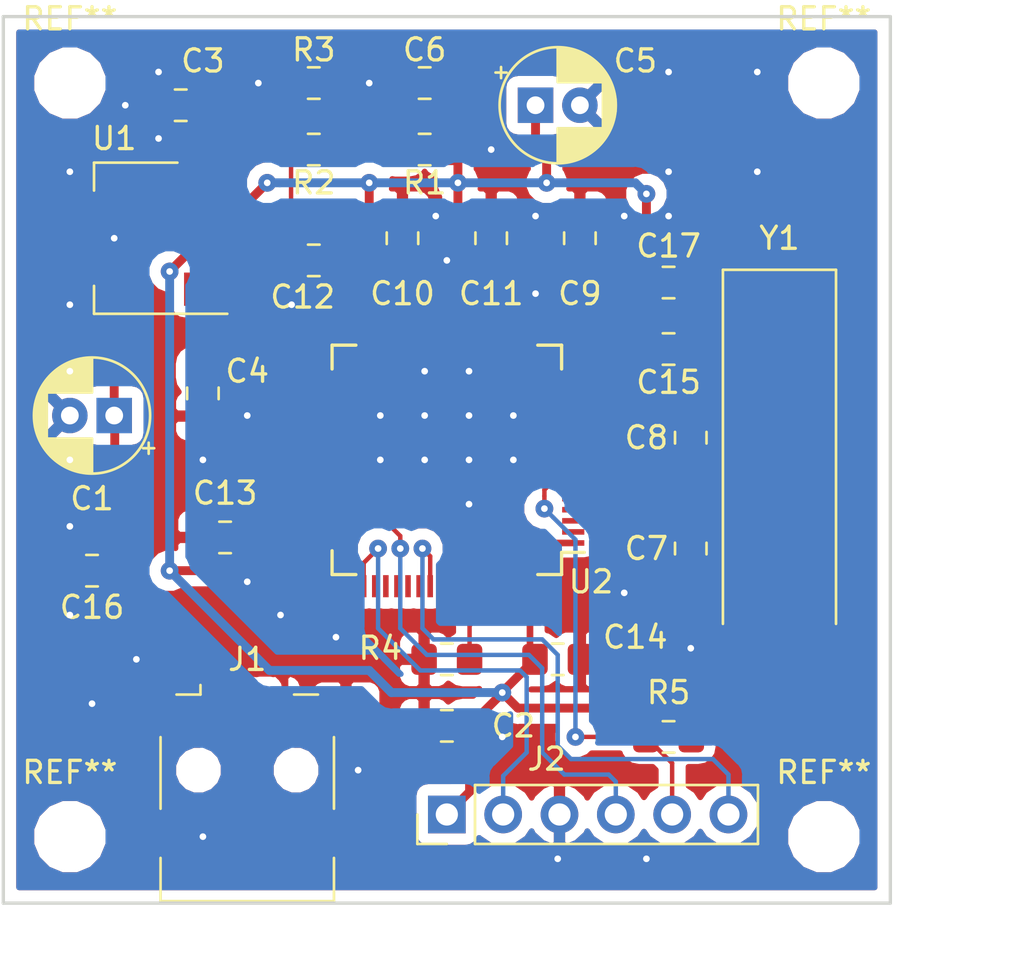
<source format=kicad_pcb>
(kicad_pcb (version 20171130) (host pcbnew "(5.0.2)-1")

  (general
    (thickness 1.6)
    (drawings 10)
    (tracks 214)
    (zones 0)
    (modules 31)
    (nets 62)
  )

  (page User 140.005 119.99)
  (layers
    (0 F.Cu signal)
    (31 B.Cu signal)
    (32 B.Adhes user hide)
    (33 F.Adhes user hide)
    (34 B.Paste user hide)
    (35 F.Paste user hide)
    (36 B.SilkS user)
    (37 F.SilkS user)
    (38 B.Mask user hide)
    (39 F.Mask user hide)
    (40 Dwgs.User user)
    (41 Cmts.User user)
    (42 Eco1.User user hide)
    (43 Eco2.User user hide)
    (44 Edge.Cuts user)
    (45 Margin user hide)
    (46 B.CrtYd user)
    (47 F.CrtYd user)
    (48 B.Fab user hide)
    (49 F.Fab user hide)
  )

  (setup
    (last_trace_width 0.2)
    (trace_clearance 0.15)
    (zone_clearance 0.508)
    (zone_45_only no)
    (trace_min 0.15)
    (segment_width 0.2)
    (edge_width 0.15)
    (via_size 0.8)
    (via_drill 0.3)
    (via_min_size 0.3)
    (via_min_drill 0.3)
    (uvia_size 0.3)
    (uvia_drill 0.1)
    (uvias_allowed no)
    (uvia_min_size 0.2)
    (uvia_min_drill 0.1)
    (pcb_text_width 0.3)
    (pcb_text_size 1.5 1.5)
    (mod_edge_width 0.15)
    (mod_text_size 1 1)
    (mod_text_width 0.15)
    (pad_size 3.5 3.5)
    (pad_drill 2.5)
    (pad_to_mask_clearance 0.051)
    (solder_mask_min_width 0.25)
    (aux_axis_origin 0 0)
    (visible_elements 7FFFFFFF)
    (pcbplotparams
      (layerselection 0x010c0_ffffffff)
      (usegerberextensions false)
      (usegerberattributes false)
      (usegerberadvancedattributes false)
      (creategerberjobfile false)
      (excludeedgelayer true)
      (linewidth 0.100000)
      (plotframeref false)
      (viasonmask false)
      (mode 1)
      (useauxorigin false)
      (hpglpennumber 1)
      (hpglpenspeed 20)
      (hpglpendiameter 15.000000)
      (psnegative false)
      (psa4output false)
      (plotreference true)
      (plotvalue true)
      (plotinvisibletext false)
      (padsonsilk false)
      (subtractmaskfromsilk false)
      (outputformat 1)
      (mirror false)
      (drillshape 0)
      (scaleselection 1)
      (outputdirectory "gerber/"))
  )

  (net 0 "")
  (net 1 GND)
  (net 2 +3V3)
  (net 3 "Net-(C10-Pad1)")
  (net 4 /SWCLK)
  (net 5 /SWDIO)
  (net 6 /NRST)
  (net 7 /SWO)
  (net 8 "Net-(R4-Pad1)")
  (net 9 "Net-(U2-Pad2)")
  (net 10 "Net-(U2-Pad3)")
  (net 11 "Net-(U2-Pad4)")
  (net 12 "Net-(U2-Pad8)")
  (net 13 "Net-(U2-Pad9)")
  (net 14 "Net-(U2-Pad10)")
  (net 15 "Net-(U2-Pad11)")
  (net 16 "Net-(U2-Pad14)")
  (net 17 "Net-(U2-Pad15)")
  (net 18 "Net-(U2-Pad16)")
  (net 19 "Net-(U2-Pad17)")
  (net 20 "Net-(U2-Pad20)")
  (net 21 "Net-(U2-Pad21)")
  (net 22 "Net-(U2-Pad22)")
  (net 23 "Net-(U2-Pad23)")
  (net 24 "Net-(U2-Pad24)")
  (net 25 "Net-(U2-Pad25)")
  (net 26 "Net-(U2-Pad26)")
  (net 27 "Net-(U2-Pad27)")
  (net 28 "Net-(U2-Pad28)")
  (net 29 "Net-(U2-Pad29)")
  (net 30 "Net-(U2-Pad33)")
  (net 31 "Net-(U2-Pad34)")
  (net 32 "Net-(U2-Pad35)")
  (net 33 "Net-(U2-Pad36)")
  (net 34 "Net-(U2-Pad37)")
  (net 35 "Net-(U2-Pad38)")
  (net 36 "Net-(U2-Pad39)")
  (net 37 "Net-(U2-Pad40)")
  (net 38 "Net-(U2-Pad41)")
  (net 39 "Net-(U2-Pad42)")
  (net 40 "Net-(U2-Pad43)")
  (net 41 "Net-(U2-Pad44)")
  (net 42 "Net-(U2-Pad45)")
  (net 43 "Net-(U2-Pad50)")
  (net 44 "Net-(U2-Pad51)")
  (net 45 "Net-(U2-Pad52)")
  (net 46 "Net-(U2-Pad53)")
  (net 47 "Net-(U2-Pad54)")
  (net 48 "Net-(U2-Pad56)")
  (net 49 "Net-(U2-Pad57)")
  (net 50 "Net-(U2-Pad58)")
  (net 51 "Net-(U2-Pad59)")
  (net 52 "Net-(U2-Pad61)")
  (net 53 "Net-(U2-Pad62)")
  (net 54 +5V)
  (net 55 "Net-(C4-Pad1)")
  (net 56 "Net-(J1-Pad2)")
  (net 57 "Net-(J1-Pad3)")
  (net 58 "Net-(J1-Pad4)")
  (net 59 "Net-(R1-Pad2)")
  (net 60 /XTAL+)
  (net 61 /XTAL-)

  (net_class Default "This is the default net class."
    (clearance 0.15)
    (trace_width 0.2)
    (via_dia 0.8)
    (via_drill 0.3)
    (uvia_dia 0.3)
    (uvia_drill 0.1)
    (add_net /NRST)
    (add_net /SWCLK)
    (add_net /SWDIO)
    (add_net /SWO)
    (add_net /XTAL+)
    (add_net /XTAL-)
    (add_net "Net-(C10-Pad1)")
    (add_net "Net-(C4-Pad1)")
    (add_net "Net-(J1-Pad2)")
    (add_net "Net-(J1-Pad3)")
    (add_net "Net-(J1-Pad4)")
    (add_net "Net-(R1-Pad2)")
    (add_net "Net-(R4-Pad1)")
    (add_net "Net-(U2-Pad10)")
    (add_net "Net-(U2-Pad11)")
    (add_net "Net-(U2-Pad14)")
    (add_net "Net-(U2-Pad15)")
    (add_net "Net-(U2-Pad16)")
    (add_net "Net-(U2-Pad17)")
    (add_net "Net-(U2-Pad2)")
    (add_net "Net-(U2-Pad20)")
    (add_net "Net-(U2-Pad21)")
    (add_net "Net-(U2-Pad22)")
    (add_net "Net-(U2-Pad23)")
    (add_net "Net-(U2-Pad24)")
    (add_net "Net-(U2-Pad25)")
    (add_net "Net-(U2-Pad26)")
    (add_net "Net-(U2-Pad27)")
    (add_net "Net-(U2-Pad28)")
    (add_net "Net-(U2-Pad29)")
    (add_net "Net-(U2-Pad3)")
    (add_net "Net-(U2-Pad33)")
    (add_net "Net-(U2-Pad34)")
    (add_net "Net-(U2-Pad35)")
    (add_net "Net-(U2-Pad36)")
    (add_net "Net-(U2-Pad37)")
    (add_net "Net-(U2-Pad38)")
    (add_net "Net-(U2-Pad39)")
    (add_net "Net-(U2-Pad4)")
    (add_net "Net-(U2-Pad40)")
    (add_net "Net-(U2-Pad41)")
    (add_net "Net-(U2-Pad42)")
    (add_net "Net-(U2-Pad43)")
    (add_net "Net-(U2-Pad44)")
    (add_net "Net-(U2-Pad45)")
    (add_net "Net-(U2-Pad50)")
    (add_net "Net-(U2-Pad51)")
    (add_net "Net-(U2-Pad52)")
    (add_net "Net-(U2-Pad53)")
    (add_net "Net-(U2-Pad54)")
    (add_net "Net-(U2-Pad56)")
    (add_net "Net-(U2-Pad57)")
    (add_net "Net-(U2-Pad58)")
    (add_net "Net-(U2-Pad59)")
    (add_net "Net-(U2-Pad61)")
    (add_net "Net-(U2-Pad62)")
    (add_net "Net-(U2-Pad8)")
    (add_net "Net-(U2-Pad9)")
  )

  (net_class Power ""
    (clearance 0.15)
    (trace_width 0.4)
    (via_dia 0.8)
    (via_drill 0.3)
    (uvia_dia 0.3)
    (uvia_drill 0.1)
    (add_net +3V3)
    (add_net +5V)
    (add_net GND)
  )

  (module Crystal:Crystal_SMD_HC49-SD_HandSoldering (layer F.Cu) (tedit 5A1AD52C) (tstamp 5C502681)
    (at 55 41.5 270)
    (descr "SMD Crystal HC-49-SD http://cdn-reichelt.de/documents/datenblatt/B400/xxx-HC49-SMD.pdf, hand-soldering, 11.4x4.7mm^2 package")
    (tags "SMD SMT crystal hand-soldering")
    (path /5C4B6BEC)
    (attr smd)
    (fp_text reference Y1 (at -11.5 0) (layer F.SilkS)
      (effects (font (size 1 1) (thickness 0.15)))
    )
    (fp_text value 8MHz (at 0 3.55 270) (layer F.Fab)
      (effects (font (size 1 1) (thickness 0.15)))
    )
    (fp_arc (start 3.015 0) (end 3.015 -2.115) (angle 180) (layer F.Fab) (width 0.1))
    (fp_arc (start -3.015 0) (end -3.015 -2.115) (angle -180) (layer F.Fab) (width 0.1))
    (fp_line (start 10.2 -2.6) (end -10.2 -2.6) (layer F.CrtYd) (width 0.05))
    (fp_line (start 10.2 2.6) (end 10.2 -2.6) (layer F.CrtYd) (width 0.05))
    (fp_line (start -10.2 2.6) (end 10.2 2.6) (layer F.CrtYd) (width 0.05))
    (fp_line (start -10.2 -2.6) (end -10.2 2.6) (layer F.CrtYd) (width 0.05))
    (fp_line (start -10.075 2.55) (end 5.9 2.55) (layer F.SilkS) (width 0.12))
    (fp_line (start -10.075 -2.55) (end -10.075 2.55) (layer F.SilkS) (width 0.12))
    (fp_line (start 5.9 -2.55) (end -10.075 -2.55) (layer F.SilkS) (width 0.12))
    (fp_line (start -3.015 2.115) (end 3.015 2.115) (layer F.Fab) (width 0.1))
    (fp_line (start -3.015 -2.115) (end 3.015 -2.115) (layer F.Fab) (width 0.1))
    (fp_line (start 5.7 -2.35) (end -5.7 -2.35) (layer F.Fab) (width 0.1))
    (fp_line (start 5.7 2.35) (end 5.7 -2.35) (layer F.Fab) (width 0.1))
    (fp_line (start -5.7 2.35) (end 5.7 2.35) (layer F.Fab) (width 0.1))
    (fp_line (start -5.7 -2.35) (end -5.7 2.35) (layer F.Fab) (width 0.1))
    (fp_text user %R (at 0 0 270) (layer F.Fab)
      (effects (font (size 1 1) (thickness 0.15)))
    )
    (pad 2 smd rect (at 5.9375 0 270) (size 7.875 2) (layers F.Cu F.Paste F.Mask)
      (net 60 /XTAL+))
    (pad 1 smd rect (at -5.9375 0 270) (size 7.875 2) (layers F.Cu F.Paste F.Mask)
      (net 61 /XTAL-))
    (model ${KISYS3DMOD}/Crystal.3dshapes/Crystal_SMD_HC49-SD.wrl
      (at (xyz 0 0 0))
      (scale (xyz 1 1 1))
      (rotate (xyz 0 0 0))
    )
  )

  (module Capacitor_THT:CP_Radial_D5.0mm_P2.00mm (layer F.Cu) (tedit 5AE50EF0) (tstamp 5C5BAA57)
    (at 25 38 180)
    (descr "CP, Radial series, Radial, pin pitch=2.00mm, , diameter=5mm, Electrolytic Capacitor")
    (tags "CP Radial series Radial pin pitch 2.00mm  diameter 5mm Electrolytic Capacitor")
    (path /5C500035)
    (fp_text reference C1 (at 1 -3.75 180) (layer F.SilkS)
      (effects (font (size 1 1) (thickness 0.15)))
    )
    (fp_text value 10u (at 1 3.75 180) (layer F.Fab)
      (effects (font (size 1 1) (thickness 0.15)))
    )
    (fp_text user %R (at 1 0 180) (layer F.Fab)
      (effects (font (size 1 1) (thickness 0.15)))
    )
    (fp_line (start -1.554775 -1.725) (end -1.554775 -1.225) (layer F.SilkS) (width 0.12))
    (fp_line (start -1.804775 -1.475) (end -1.304775 -1.475) (layer F.SilkS) (width 0.12))
    (fp_line (start 3.601 -0.284) (end 3.601 0.284) (layer F.SilkS) (width 0.12))
    (fp_line (start 3.561 -0.518) (end 3.561 0.518) (layer F.SilkS) (width 0.12))
    (fp_line (start 3.521 -0.677) (end 3.521 0.677) (layer F.SilkS) (width 0.12))
    (fp_line (start 3.481 -0.805) (end 3.481 0.805) (layer F.SilkS) (width 0.12))
    (fp_line (start 3.441 -0.915) (end 3.441 0.915) (layer F.SilkS) (width 0.12))
    (fp_line (start 3.401 -1.011) (end 3.401 1.011) (layer F.SilkS) (width 0.12))
    (fp_line (start 3.361 -1.098) (end 3.361 1.098) (layer F.SilkS) (width 0.12))
    (fp_line (start 3.321 -1.178) (end 3.321 1.178) (layer F.SilkS) (width 0.12))
    (fp_line (start 3.281 -1.251) (end 3.281 1.251) (layer F.SilkS) (width 0.12))
    (fp_line (start 3.241 -1.319) (end 3.241 1.319) (layer F.SilkS) (width 0.12))
    (fp_line (start 3.201 -1.383) (end 3.201 1.383) (layer F.SilkS) (width 0.12))
    (fp_line (start 3.161 -1.443) (end 3.161 1.443) (layer F.SilkS) (width 0.12))
    (fp_line (start 3.121 -1.5) (end 3.121 1.5) (layer F.SilkS) (width 0.12))
    (fp_line (start 3.081 -1.554) (end 3.081 1.554) (layer F.SilkS) (width 0.12))
    (fp_line (start 3.041 -1.605) (end 3.041 1.605) (layer F.SilkS) (width 0.12))
    (fp_line (start 3.001 1.04) (end 3.001 1.653) (layer F.SilkS) (width 0.12))
    (fp_line (start 3.001 -1.653) (end 3.001 -1.04) (layer F.SilkS) (width 0.12))
    (fp_line (start 2.961 1.04) (end 2.961 1.699) (layer F.SilkS) (width 0.12))
    (fp_line (start 2.961 -1.699) (end 2.961 -1.04) (layer F.SilkS) (width 0.12))
    (fp_line (start 2.921 1.04) (end 2.921 1.743) (layer F.SilkS) (width 0.12))
    (fp_line (start 2.921 -1.743) (end 2.921 -1.04) (layer F.SilkS) (width 0.12))
    (fp_line (start 2.881 1.04) (end 2.881 1.785) (layer F.SilkS) (width 0.12))
    (fp_line (start 2.881 -1.785) (end 2.881 -1.04) (layer F.SilkS) (width 0.12))
    (fp_line (start 2.841 1.04) (end 2.841 1.826) (layer F.SilkS) (width 0.12))
    (fp_line (start 2.841 -1.826) (end 2.841 -1.04) (layer F.SilkS) (width 0.12))
    (fp_line (start 2.801 1.04) (end 2.801 1.864) (layer F.SilkS) (width 0.12))
    (fp_line (start 2.801 -1.864) (end 2.801 -1.04) (layer F.SilkS) (width 0.12))
    (fp_line (start 2.761 1.04) (end 2.761 1.901) (layer F.SilkS) (width 0.12))
    (fp_line (start 2.761 -1.901) (end 2.761 -1.04) (layer F.SilkS) (width 0.12))
    (fp_line (start 2.721 1.04) (end 2.721 1.937) (layer F.SilkS) (width 0.12))
    (fp_line (start 2.721 -1.937) (end 2.721 -1.04) (layer F.SilkS) (width 0.12))
    (fp_line (start 2.681 1.04) (end 2.681 1.971) (layer F.SilkS) (width 0.12))
    (fp_line (start 2.681 -1.971) (end 2.681 -1.04) (layer F.SilkS) (width 0.12))
    (fp_line (start 2.641 1.04) (end 2.641 2.004) (layer F.SilkS) (width 0.12))
    (fp_line (start 2.641 -2.004) (end 2.641 -1.04) (layer F.SilkS) (width 0.12))
    (fp_line (start 2.601 1.04) (end 2.601 2.035) (layer F.SilkS) (width 0.12))
    (fp_line (start 2.601 -2.035) (end 2.601 -1.04) (layer F.SilkS) (width 0.12))
    (fp_line (start 2.561 1.04) (end 2.561 2.065) (layer F.SilkS) (width 0.12))
    (fp_line (start 2.561 -2.065) (end 2.561 -1.04) (layer F.SilkS) (width 0.12))
    (fp_line (start 2.521 1.04) (end 2.521 2.095) (layer F.SilkS) (width 0.12))
    (fp_line (start 2.521 -2.095) (end 2.521 -1.04) (layer F.SilkS) (width 0.12))
    (fp_line (start 2.481 1.04) (end 2.481 2.122) (layer F.SilkS) (width 0.12))
    (fp_line (start 2.481 -2.122) (end 2.481 -1.04) (layer F.SilkS) (width 0.12))
    (fp_line (start 2.441 1.04) (end 2.441 2.149) (layer F.SilkS) (width 0.12))
    (fp_line (start 2.441 -2.149) (end 2.441 -1.04) (layer F.SilkS) (width 0.12))
    (fp_line (start 2.401 1.04) (end 2.401 2.175) (layer F.SilkS) (width 0.12))
    (fp_line (start 2.401 -2.175) (end 2.401 -1.04) (layer F.SilkS) (width 0.12))
    (fp_line (start 2.361 1.04) (end 2.361 2.2) (layer F.SilkS) (width 0.12))
    (fp_line (start 2.361 -2.2) (end 2.361 -1.04) (layer F.SilkS) (width 0.12))
    (fp_line (start 2.321 1.04) (end 2.321 2.224) (layer F.SilkS) (width 0.12))
    (fp_line (start 2.321 -2.224) (end 2.321 -1.04) (layer F.SilkS) (width 0.12))
    (fp_line (start 2.281 1.04) (end 2.281 2.247) (layer F.SilkS) (width 0.12))
    (fp_line (start 2.281 -2.247) (end 2.281 -1.04) (layer F.SilkS) (width 0.12))
    (fp_line (start 2.241 1.04) (end 2.241 2.268) (layer F.SilkS) (width 0.12))
    (fp_line (start 2.241 -2.268) (end 2.241 -1.04) (layer F.SilkS) (width 0.12))
    (fp_line (start 2.201 1.04) (end 2.201 2.29) (layer F.SilkS) (width 0.12))
    (fp_line (start 2.201 -2.29) (end 2.201 -1.04) (layer F.SilkS) (width 0.12))
    (fp_line (start 2.161 1.04) (end 2.161 2.31) (layer F.SilkS) (width 0.12))
    (fp_line (start 2.161 -2.31) (end 2.161 -1.04) (layer F.SilkS) (width 0.12))
    (fp_line (start 2.121 1.04) (end 2.121 2.329) (layer F.SilkS) (width 0.12))
    (fp_line (start 2.121 -2.329) (end 2.121 -1.04) (layer F.SilkS) (width 0.12))
    (fp_line (start 2.081 1.04) (end 2.081 2.348) (layer F.SilkS) (width 0.12))
    (fp_line (start 2.081 -2.348) (end 2.081 -1.04) (layer F.SilkS) (width 0.12))
    (fp_line (start 2.041 1.04) (end 2.041 2.365) (layer F.SilkS) (width 0.12))
    (fp_line (start 2.041 -2.365) (end 2.041 -1.04) (layer F.SilkS) (width 0.12))
    (fp_line (start 2.001 1.04) (end 2.001 2.382) (layer F.SilkS) (width 0.12))
    (fp_line (start 2.001 -2.382) (end 2.001 -1.04) (layer F.SilkS) (width 0.12))
    (fp_line (start 1.961 1.04) (end 1.961 2.398) (layer F.SilkS) (width 0.12))
    (fp_line (start 1.961 -2.398) (end 1.961 -1.04) (layer F.SilkS) (width 0.12))
    (fp_line (start 1.921 1.04) (end 1.921 2.414) (layer F.SilkS) (width 0.12))
    (fp_line (start 1.921 -2.414) (end 1.921 -1.04) (layer F.SilkS) (width 0.12))
    (fp_line (start 1.881 1.04) (end 1.881 2.428) (layer F.SilkS) (width 0.12))
    (fp_line (start 1.881 -2.428) (end 1.881 -1.04) (layer F.SilkS) (width 0.12))
    (fp_line (start 1.841 1.04) (end 1.841 2.442) (layer F.SilkS) (width 0.12))
    (fp_line (start 1.841 -2.442) (end 1.841 -1.04) (layer F.SilkS) (width 0.12))
    (fp_line (start 1.801 1.04) (end 1.801 2.455) (layer F.SilkS) (width 0.12))
    (fp_line (start 1.801 -2.455) (end 1.801 -1.04) (layer F.SilkS) (width 0.12))
    (fp_line (start 1.761 1.04) (end 1.761 2.468) (layer F.SilkS) (width 0.12))
    (fp_line (start 1.761 -2.468) (end 1.761 -1.04) (layer F.SilkS) (width 0.12))
    (fp_line (start 1.721 1.04) (end 1.721 2.48) (layer F.SilkS) (width 0.12))
    (fp_line (start 1.721 -2.48) (end 1.721 -1.04) (layer F.SilkS) (width 0.12))
    (fp_line (start 1.68 1.04) (end 1.68 2.491) (layer F.SilkS) (width 0.12))
    (fp_line (start 1.68 -2.491) (end 1.68 -1.04) (layer F.SilkS) (width 0.12))
    (fp_line (start 1.64 1.04) (end 1.64 2.501) (layer F.SilkS) (width 0.12))
    (fp_line (start 1.64 -2.501) (end 1.64 -1.04) (layer F.SilkS) (width 0.12))
    (fp_line (start 1.6 1.04) (end 1.6 2.511) (layer F.SilkS) (width 0.12))
    (fp_line (start 1.6 -2.511) (end 1.6 -1.04) (layer F.SilkS) (width 0.12))
    (fp_line (start 1.56 1.04) (end 1.56 2.52) (layer F.SilkS) (width 0.12))
    (fp_line (start 1.56 -2.52) (end 1.56 -1.04) (layer F.SilkS) (width 0.12))
    (fp_line (start 1.52 1.04) (end 1.52 2.528) (layer F.SilkS) (width 0.12))
    (fp_line (start 1.52 -2.528) (end 1.52 -1.04) (layer F.SilkS) (width 0.12))
    (fp_line (start 1.48 1.04) (end 1.48 2.536) (layer F.SilkS) (width 0.12))
    (fp_line (start 1.48 -2.536) (end 1.48 -1.04) (layer F.SilkS) (width 0.12))
    (fp_line (start 1.44 1.04) (end 1.44 2.543) (layer F.SilkS) (width 0.12))
    (fp_line (start 1.44 -2.543) (end 1.44 -1.04) (layer F.SilkS) (width 0.12))
    (fp_line (start 1.4 1.04) (end 1.4 2.55) (layer F.SilkS) (width 0.12))
    (fp_line (start 1.4 -2.55) (end 1.4 -1.04) (layer F.SilkS) (width 0.12))
    (fp_line (start 1.36 1.04) (end 1.36 2.556) (layer F.SilkS) (width 0.12))
    (fp_line (start 1.36 -2.556) (end 1.36 -1.04) (layer F.SilkS) (width 0.12))
    (fp_line (start 1.32 1.04) (end 1.32 2.561) (layer F.SilkS) (width 0.12))
    (fp_line (start 1.32 -2.561) (end 1.32 -1.04) (layer F.SilkS) (width 0.12))
    (fp_line (start 1.28 1.04) (end 1.28 2.565) (layer F.SilkS) (width 0.12))
    (fp_line (start 1.28 -2.565) (end 1.28 -1.04) (layer F.SilkS) (width 0.12))
    (fp_line (start 1.24 1.04) (end 1.24 2.569) (layer F.SilkS) (width 0.12))
    (fp_line (start 1.24 -2.569) (end 1.24 -1.04) (layer F.SilkS) (width 0.12))
    (fp_line (start 1.2 1.04) (end 1.2 2.573) (layer F.SilkS) (width 0.12))
    (fp_line (start 1.2 -2.573) (end 1.2 -1.04) (layer F.SilkS) (width 0.12))
    (fp_line (start 1.16 1.04) (end 1.16 2.576) (layer F.SilkS) (width 0.12))
    (fp_line (start 1.16 -2.576) (end 1.16 -1.04) (layer F.SilkS) (width 0.12))
    (fp_line (start 1.12 1.04) (end 1.12 2.578) (layer F.SilkS) (width 0.12))
    (fp_line (start 1.12 -2.578) (end 1.12 -1.04) (layer F.SilkS) (width 0.12))
    (fp_line (start 1.08 1.04) (end 1.08 2.579) (layer F.SilkS) (width 0.12))
    (fp_line (start 1.08 -2.579) (end 1.08 -1.04) (layer F.SilkS) (width 0.12))
    (fp_line (start 1.04 -2.58) (end 1.04 -1.04) (layer F.SilkS) (width 0.12))
    (fp_line (start 1.04 1.04) (end 1.04 2.58) (layer F.SilkS) (width 0.12))
    (fp_line (start 1 -2.58) (end 1 -1.04) (layer F.SilkS) (width 0.12))
    (fp_line (start 1 1.04) (end 1 2.58) (layer F.SilkS) (width 0.12))
    (fp_line (start -0.883605 -1.3375) (end -0.883605 -0.8375) (layer F.Fab) (width 0.1))
    (fp_line (start -1.133605 -1.0875) (end -0.633605 -1.0875) (layer F.Fab) (width 0.1))
    (fp_circle (center 1 0) (end 3.75 0) (layer F.CrtYd) (width 0.05))
    (fp_circle (center 1 0) (end 3.62 0) (layer F.SilkS) (width 0.12))
    (fp_circle (center 1 0) (end 3.5 0) (layer F.Fab) (width 0.1))
    (pad 2 thru_hole circle (at 2 0 180) (size 1.6 1.6) (drill 0.8) (layers *.Cu *.Mask)
      (net 1 GND))
    (pad 1 thru_hole rect (at 0 0 180) (size 1.6 1.6) (drill 0.8) (layers *.Cu *.Mask)
      (net 54 +5V))
    (model ${KISYS3DMOD}/Capacitor_THT.3dshapes/CP_Radial_D5.0mm_P2.00mm.wrl
      (at (xyz 0 0 0))
      (scale (xyz 1 1 1))
      (rotate (xyz 0 0 0))
    )
  )

  (module Capacitor_SMD:C_0805_2012Metric_Pad1.15x1.40mm_HandSolder (layer F.Cu) (tedit 5B36C52B) (tstamp 5C50273A)
    (at 40 52 180)
    (descr "Capacitor SMD 0805 (2012 Metric), square (rectangular) end terminal, IPC_7351 nominal with elongated pad for handsoldering. (Body size source: https://docs.google.com/spreadsheets/d/1BsfQQcO9C6DZCsRaXUlFlo91Tg2WpOkGARC1WS5S8t0/edit?usp=sharing), generated with kicad-footprint-generator")
    (tags "capacitor handsolder")
    (path /5C4E5BA4)
    (attr smd)
    (fp_text reference C2 (at -3 0 180) (layer F.SilkS)
      (effects (font (size 1 1) (thickness 0.15)))
    )
    (fp_text value 100n (at 0 1.65 180) (layer F.Fab)
      (effects (font (size 1 1) (thickness 0.15)))
    )
    (fp_text user %R (at 0 0 180) (layer F.Fab)
      (effects (font (size 0.5 0.5) (thickness 0.08)))
    )
    (fp_line (start 1.85 0.95) (end -1.85 0.95) (layer F.CrtYd) (width 0.05))
    (fp_line (start 1.85 -0.95) (end 1.85 0.95) (layer F.CrtYd) (width 0.05))
    (fp_line (start -1.85 -0.95) (end 1.85 -0.95) (layer F.CrtYd) (width 0.05))
    (fp_line (start -1.85 0.95) (end -1.85 -0.95) (layer F.CrtYd) (width 0.05))
    (fp_line (start -0.261252 0.71) (end 0.261252 0.71) (layer F.SilkS) (width 0.12))
    (fp_line (start -0.261252 -0.71) (end 0.261252 -0.71) (layer F.SilkS) (width 0.12))
    (fp_line (start 1 0.6) (end -1 0.6) (layer F.Fab) (width 0.1))
    (fp_line (start 1 -0.6) (end 1 0.6) (layer F.Fab) (width 0.1))
    (fp_line (start -1 -0.6) (end 1 -0.6) (layer F.Fab) (width 0.1))
    (fp_line (start -1 0.6) (end -1 -0.6) (layer F.Fab) (width 0.1))
    (pad 2 smd roundrect (at 1.025 0 180) (size 1.15 1.4) (layers F.Cu F.Paste F.Mask) (roundrect_rratio 0.217391)
      (net 1 GND))
    (pad 1 smd roundrect (at -1.025 0 180) (size 1.15 1.4) (layers F.Cu F.Paste F.Mask) (roundrect_rratio 0.217391)
      (net 2 +3V3))
    (model ${KISYS3DMOD}/Capacitor_SMD.3dshapes/C_0805_2012Metric.wrl
      (at (xyz 0 0 0))
      (scale (xyz 1 1 1))
      (rotate (xyz 0 0 0))
    )
  )

  (module Capacitor_SMD:C_0805_2012Metric_Pad1.15x1.40mm_HandSolder (layer F.Cu) (tedit 5B36C52B) (tstamp 5C5BAA79)
    (at 28 24 180)
    (descr "Capacitor SMD 0805 (2012 Metric), square (rectangular) end terminal, IPC_7351 nominal with elongated pad for handsoldering. (Body size source: https://docs.google.com/spreadsheets/d/1BsfQQcO9C6DZCsRaXUlFlo91Tg2WpOkGARC1WS5S8t0/edit?usp=sharing), generated with kicad-footprint-generator")
    (tags "capacitor handsolder")
    (path /5C51F65E)
    (attr smd)
    (fp_text reference C3 (at -1 2 180) (layer F.SilkS)
      (effects (font (size 1 1) (thickness 0.15)))
    )
    (fp_text value 100n (at 0 1.65 180) (layer F.Fab)
      (effects (font (size 1 1) (thickness 0.15)))
    )
    (fp_line (start -1 0.6) (end -1 -0.6) (layer F.Fab) (width 0.1))
    (fp_line (start -1 -0.6) (end 1 -0.6) (layer F.Fab) (width 0.1))
    (fp_line (start 1 -0.6) (end 1 0.6) (layer F.Fab) (width 0.1))
    (fp_line (start 1 0.6) (end -1 0.6) (layer F.Fab) (width 0.1))
    (fp_line (start -0.261252 -0.71) (end 0.261252 -0.71) (layer F.SilkS) (width 0.12))
    (fp_line (start -0.261252 0.71) (end 0.261252 0.71) (layer F.SilkS) (width 0.12))
    (fp_line (start -1.85 0.95) (end -1.85 -0.95) (layer F.CrtYd) (width 0.05))
    (fp_line (start -1.85 -0.95) (end 1.85 -0.95) (layer F.CrtYd) (width 0.05))
    (fp_line (start 1.85 -0.95) (end 1.85 0.95) (layer F.CrtYd) (width 0.05))
    (fp_line (start 1.85 0.95) (end -1.85 0.95) (layer F.CrtYd) (width 0.05))
    (fp_text user %R (at 0 0 180) (layer F.Fab)
      (effects (font (size 0.5 0.5) (thickness 0.08)))
    )
    (pad 1 smd roundrect (at -1.025 0 180) (size 1.15 1.4) (layers F.Cu F.Paste F.Mask) (roundrect_rratio 0.217391)
      (net 54 +5V))
    (pad 2 smd roundrect (at 1.025 0 180) (size 1.15 1.4) (layers F.Cu F.Paste F.Mask) (roundrect_rratio 0.217391)
      (net 1 GND))
    (model ${KISYS3DMOD}/Capacitor_SMD.3dshapes/C_0805_2012Metric.wrl
      (at (xyz 0 0 0))
      (scale (xyz 1 1 1))
      (rotate (xyz 0 0 0))
    )
  )

  (module Capacitor_SMD:C_0805_2012Metric_Pad1.15x1.40mm_HandSolder (layer F.Cu) (tedit 5B36C52B) (tstamp 5C5BAA8A)
    (at 29 37 270)
    (descr "Capacitor SMD 0805 (2012 Metric), square (rectangular) end terminal, IPC_7351 nominal with elongated pad for handsoldering. (Body size source: https://docs.google.com/spreadsheets/d/1BsfQQcO9C6DZCsRaXUlFlo91Tg2WpOkGARC1WS5S8t0/edit?usp=sharing), generated with kicad-footprint-generator")
    (tags "capacitor handsolder")
    (path /5C594AAE)
    (attr smd)
    (fp_text reference C4 (at -1 -2) (layer F.SilkS)
      (effects (font (size 1 1) (thickness 0.15)))
    )
    (fp_text value 100n (at 0 1.65 270) (layer F.Fab)
      (effects (font (size 1 1) (thickness 0.15)))
    )
    (fp_text user %R (at 0 0 270) (layer F.Fab)
      (effects (font (size 0.5 0.5) (thickness 0.08)))
    )
    (fp_line (start 1.85 0.95) (end -1.85 0.95) (layer F.CrtYd) (width 0.05))
    (fp_line (start 1.85 -0.95) (end 1.85 0.95) (layer F.CrtYd) (width 0.05))
    (fp_line (start -1.85 -0.95) (end 1.85 -0.95) (layer F.CrtYd) (width 0.05))
    (fp_line (start -1.85 0.95) (end -1.85 -0.95) (layer F.CrtYd) (width 0.05))
    (fp_line (start -0.261252 0.71) (end 0.261252 0.71) (layer F.SilkS) (width 0.12))
    (fp_line (start -0.261252 -0.71) (end 0.261252 -0.71) (layer F.SilkS) (width 0.12))
    (fp_line (start 1 0.6) (end -1 0.6) (layer F.Fab) (width 0.1))
    (fp_line (start 1 -0.6) (end 1 0.6) (layer F.Fab) (width 0.1))
    (fp_line (start -1 -0.6) (end 1 -0.6) (layer F.Fab) (width 0.1))
    (fp_line (start -1 0.6) (end -1 -0.6) (layer F.Fab) (width 0.1))
    (pad 2 smd roundrect (at 1.025 0 270) (size 1.15 1.4) (layers F.Cu F.Paste F.Mask) (roundrect_rratio 0.217391)
      (net 1 GND))
    (pad 1 smd roundrect (at -1.025 0 270) (size 1.15 1.4) (layers F.Cu F.Paste F.Mask) (roundrect_rratio 0.217391)
      (net 55 "Net-(C4-Pad1)"))
    (model ${KISYS3DMOD}/Capacitor_SMD.3dshapes/C_0805_2012Metric.wrl
      (at (xyz 0 0 0))
      (scale (xyz 1 1 1))
      (rotate (xyz 0 0 0))
    )
  )

  (module Capacitor_THT:CP_Radial_D5.0mm_P2.00mm (layer F.Cu) (tedit 5AE50EF0) (tstamp 5C5BAB0D)
    (at 44 24)
    (descr "CP, Radial series, Radial, pin pitch=2.00mm, , diameter=5mm, Electrolytic Capacitor")
    (tags "CP Radial series Radial pin pitch 2.00mm  diameter 5mm Electrolytic Capacitor")
    (path /5C514E5C)
    (fp_text reference C5 (at 4.5 -2) (layer F.SilkS)
      (effects (font (size 1 1) (thickness 0.15)))
    )
    (fp_text value 10u (at 1 3.75) (layer F.Fab)
      (effects (font (size 1 1) (thickness 0.15)))
    )
    (fp_circle (center 1 0) (end 3.5 0) (layer F.Fab) (width 0.1))
    (fp_circle (center 1 0) (end 3.62 0) (layer F.SilkS) (width 0.12))
    (fp_circle (center 1 0) (end 3.75 0) (layer F.CrtYd) (width 0.05))
    (fp_line (start -1.133605 -1.0875) (end -0.633605 -1.0875) (layer F.Fab) (width 0.1))
    (fp_line (start -0.883605 -1.3375) (end -0.883605 -0.8375) (layer F.Fab) (width 0.1))
    (fp_line (start 1 1.04) (end 1 2.58) (layer F.SilkS) (width 0.12))
    (fp_line (start 1 -2.58) (end 1 -1.04) (layer F.SilkS) (width 0.12))
    (fp_line (start 1.04 1.04) (end 1.04 2.58) (layer F.SilkS) (width 0.12))
    (fp_line (start 1.04 -2.58) (end 1.04 -1.04) (layer F.SilkS) (width 0.12))
    (fp_line (start 1.08 -2.579) (end 1.08 -1.04) (layer F.SilkS) (width 0.12))
    (fp_line (start 1.08 1.04) (end 1.08 2.579) (layer F.SilkS) (width 0.12))
    (fp_line (start 1.12 -2.578) (end 1.12 -1.04) (layer F.SilkS) (width 0.12))
    (fp_line (start 1.12 1.04) (end 1.12 2.578) (layer F.SilkS) (width 0.12))
    (fp_line (start 1.16 -2.576) (end 1.16 -1.04) (layer F.SilkS) (width 0.12))
    (fp_line (start 1.16 1.04) (end 1.16 2.576) (layer F.SilkS) (width 0.12))
    (fp_line (start 1.2 -2.573) (end 1.2 -1.04) (layer F.SilkS) (width 0.12))
    (fp_line (start 1.2 1.04) (end 1.2 2.573) (layer F.SilkS) (width 0.12))
    (fp_line (start 1.24 -2.569) (end 1.24 -1.04) (layer F.SilkS) (width 0.12))
    (fp_line (start 1.24 1.04) (end 1.24 2.569) (layer F.SilkS) (width 0.12))
    (fp_line (start 1.28 -2.565) (end 1.28 -1.04) (layer F.SilkS) (width 0.12))
    (fp_line (start 1.28 1.04) (end 1.28 2.565) (layer F.SilkS) (width 0.12))
    (fp_line (start 1.32 -2.561) (end 1.32 -1.04) (layer F.SilkS) (width 0.12))
    (fp_line (start 1.32 1.04) (end 1.32 2.561) (layer F.SilkS) (width 0.12))
    (fp_line (start 1.36 -2.556) (end 1.36 -1.04) (layer F.SilkS) (width 0.12))
    (fp_line (start 1.36 1.04) (end 1.36 2.556) (layer F.SilkS) (width 0.12))
    (fp_line (start 1.4 -2.55) (end 1.4 -1.04) (layer F.SilkS) (width 0.12))
    (fp_line (start 1.4 1.04) (end 1.4 2.55) (layer F.SilkS) (width 0.12))
    (fp_line (start 1.44 -2.543) (end 1.44 -1.04) (layer F.SilkS) (width 0.12))
    (fp_line (start 1.44 1.04) (end 1.44 2.543) (layer F.SilkS) (width 0.12))
    (fp_line (start 1.48 -2.536) (end 1.48 -1.04) (layer F.SilkS) (width 0.12))
    (fp_line (start 1.48 1.04) (end 1.48 2.536) (layer F.SilkS) (width 0.12))
    (fp_line (start 1.52 -2.528) (end 1.52 -1.04) (layer F.SilkS) (width 0.12))
    (fp_line (start 1.52 1.04) (end 1.52 2.528) (layer F.SilkS) (width 0.12))
    (fp_line (start 1.56 -2.52) (end 1.56 -1.04) (layer F.SilkS) (width 0.12))
    (fp_line (start 1.56 1.04) (end 1.56 2.52) (layer F.SilkS) (width 0.12))
    (fp_line (start 1.6 -2.511) (end 1.6 -1.04) (layer F.SilkS) (width 0.12))
    (fp_line (start 1.6 1.04) (end 1.6 2.511) (layer F.SilkS) (width 0.12))
    (fp_line (start 1.64 -2.501) (end 1.64 -1.04) (layer F.SilkS) (width 0.12))
    (fp_line (start 1.64 1.04) (end 1.64 2.501) (layer F.SilkS) (width 0.12))
    (fp_line (start 1.68 -2.491) (end 1.68 -1.04) (layer F.SilkS) (width 0.12))
    (fp_line (start 1.68 1.04) (end 1.68 2.491) (layer F.SilkS) (width 0.12))
    (fp_line (start 1.721 -2.48) (end 1.721 -1.04) (layer F.SilkS) (width 0.12))
    (fp_line (start 1.721 1.04) (end 1.721 2.48) (layer F.SilkS) (width 0.12))
    (fp_line (start 1.761 -2.468) (end 1.761 -1.04) (layer F.SilkS) (width 0.12))
    (fp_line (start 1.761 1.04) (end 1.761 2.468) (layer F.SilkS) (width 0.12))
    (fp_line (start 1.801 -2.455) (end 1.801 -1.04) (layer F.SilkS) (width 0.12))
    (fp_line (start 1.801 1.04) (end 1.801 2.455) (layer F.SilkS) (width 0.12))
    (fp_line (start 1.841 -2.442) (end 1.841 -1.04) (layer F.SilkS) (width 0.12))
    (fp_line (start 1.841 1.04) (end 1.841 2.442) (layer F.SilkS) (width 0.12))
    (fp_line (start 1.881 -2.428) (end 1.881 -1.04) (layer F.SilkS) (width 0.12))
    (fp_line (start 1.881 1.04) (end 1.881 2.428) (layer F.SilkS) (width 0.12))
    (fp_line (start 1.921 -2.414) (end 1.921 -1.04) (layer F.SilkS) (width 0.12))
    (fp_line (start 1.921 1.04) (end 1.921 2.414) (layer F.SilkS) (width 0.12))
    (fp_line (start 1.961 -2.398) (end 1.961 -1.04) (layer F.SilkS) (width 0.12))
    (fp_line (start 1.961 1.04) (end 1.961 2.398) (layer F.SilkS) (width 0.12))
    (fp_line (start 2.001 -2.382) (end 2.001 -1.04) (layer F.SilkS) (width 0.12))
    (fp_line (start 2.001 1.04) (end 2.001 2.382) (layer F.SilkS) (width 0.12))
    (fp_line (start 2.041 -2.365) (end 2.041 -1.04) (layer F.SilkS) (width 0.12))
    (fp_line (start 2.041 1.04) (end 2.041 2.365) (layer F.SilkS) (width 0.12))
    (fp_line (start 2.081 -2.348) (end 2.081 -1.04) (layer F.SilkS) (width 0.12))
    (fp_line (start 2.081 1.04) (end 2.081 2.348) (layer F.SilkS) (width 0.12))
    (fp_line (start 2.121 -2.329) (end 2.121 -1.04) (layer F.SilkS) (width 0.12))
    (fp_line (start 2.121 1.04) (end 2.121 2.329) (layer F.SilkS) (width 0.12))
    (fp_line (start 2.161 -2.31) (end 2.161 -1.04) (layer F.SilkS) (width 0.12))
    (fp_line (start 2.161 1.04) (end 2.161 2.31) (layer F.SilkS) (width 0.12))
    (fp_line (start 2.201 -2.29) (end 2.201 -1.04) (layer F.SilkS) (width 0.12))
    (fp_line (start 2.201 1.04) (end 2.201 2.29) (layer F.SilkS) (width 0.12))
    (fp_line (start 2.241 -2.268) (end 2.241 -1.04) (layer F.SilkS) (width 0.12))
    (fp_line (start 2.241 1.04) (end 2.241 2.268) (layer F.SilkS) (width 0.12))
    (fp_line (start 2.281 -2.247) (end 2.281 -1.04) (layer F.SilkS) (width 0.12))
    (fp_line (start 2.281 1.04) (end 2.281 2.247) (layer F.SilkS) (width 0.12))
    (fp_line (start 2.321 -2.224) (end 2.321 -1.04) (layer F.SilkS) (width 0.12))
    (fp_line (start 2.321 1.04) (end 2.321 2.224) (layer F.SilkS) (width 0.12))
    (fp_line (start 2.361 -2.2) (end 2.361 -1.04) (layer F.SilkS) (width 0.12))
    (fp_line (start 2.361 1.04) (end 2.361 2.2) (layer F.SilkS) (width 0.12))
    (fp_line (start 2.401 -2.175) (end 2.401 -1.04) (layer F.SilkS) (width 0.12))
    (fp_line (start 2.401 1.04) (end 2.401 2.175) (layer F.SilkS) (width 0.12))
    (fp_line (start 2.441 -2.149) (end 2.441 -1.04) (layer F.SilkS) (width 0.12))
    (fp_line (start 2.441 1.04) (end 2.441 2.149) (layer F.SilkS) (width 0.12))
    (fp_line (start 2.481 -2.122) (end 2.481 -1.04) (layer F.SilkS) (width 0.12))
    (fp_line (start 2.481 1.04) (end 2.481 2.122) (layer F.SilkS) (width 0.12))
    (fp_line (start 2.521 -2.095) (end 2.521 -1.04) (layer F.SilkS) (width 0.12))
    (fp_line (start 2.521 1.04) (end 2.521 2.095) (layer F.SilkS) (width 0.12))
    (fp_line (start 2.561 -2.065) (end 2.561 -1.04) (layer F.SilkS) (width 0.12))
    (fp_line (start 2.561 1.04) (end 2.561 2.065) (layer F.SilkS) (width 0.12))
    (fp_line (start 2.601 -2.035) (end 2.601 -1.04) (layer F.SilkS) (width 0.12))
    (fp_line (start 2.601 1.04) (end 2.601 2.035) (layer F.SilkS) (width 0.12))
    (fp_line (start 2.641 -2.004) (end 2.641 -1.04) (layer F.SilkS) (width 0.12))
    (fp_line (start 2.641 1.04) (end 2.641 2.004) (layer F.SilkS) (width 0.12))
    (fp_line (start 2.681 -1.971) (end 2.681 -1.04) (layer F.SilkS) (width 0.12))
    (fp_line (start 2.681 1.04) (end 2.681 1.971) (layer F.SilkS) (width 0.12))
    (fp_line (start 2.721 -1.937) (end 2.721 -1.04) (layer F.SilkS) (width 0.12))
    (fp_line (start 2.721 1.04) (end 2.721 1.937) (layer F.SilkS) (width 0.12))
    (fp_line (start 2.761 -1.901) (end 2.761 -1.04) (layer F.SilkS) (width 0.12))
    (fp_line (start 2.761 1.04) (end 2.761 1.901) (layer F.SilkS) (width 0.12))
    (fp_line (start 2.801 -1.864) (end 2.801 -1.04) (layer F.SilkS) (width 0.12))
    (fp_line (start 2.801 1.04) (end 2.801 1.864) (layer F.SilkS) (width 0.12))
    (fp_line (start 2.841 -1.826) (end 2.841 -1.04) (layer F.SilkS) (width 0.12))
    (fp_line (start 2.841 1.04) (end 2.841 1.826) (layer F.SilkS) (width 0.12))
    (fp_line (start 2.881 -1.785) (end 2.881 -1.04) (layer F.SilkS) (width 0.12))
    (fp_line (start 2.881 1.04) (end 2.881 1.785) (layer F.SilkS) (width 0.12))
    (fp_line (start 2.921 -1.743) (end 2.921 -1.04) (layer F.SilkS) (width 0.12))
    (fp_line (start 2.921 1.04) (end 2.921 1.743) (layer F.SilkS) (width 0.12))
    (fp_line (start 2.961 -1.699) (end 2.961 -1.04) (layer F.SilkS) (width 0.12))
    (fp_line (start 2.961 1.04) (end 2.961 1.699) (layer F.SilkS) (width 0.12))
    (fp_line (start 3.001 -1.653) (end 3.001 -1.04) (layer F.SilkS) (width 0.12))
    (fp_line (start 3.001 1.04) (end 3.001 1.653) (layer F.SilkS) (width 0.12))
    (fp_line (start 3.041 -1.605) (end 3.041 1.605) (layer F.SilkS) (width 0.12))
    (fp_line (start 3.081 -1.554) (end 3.081 1.554) (layer F.SilkS) (width 0.12))
    (fp_line (start 3.121 -1.5) (end 3.121 1.5) (layer F.SilkS) (width 0.12))
    (fp_line (start 3.161 -1.443) (end 3.161 1.443) (layer F.SilkS) (width 0.12))
    (fp_line (start 3.201 -1.383) (end 3.201 1.383) (layer F.SilkS) (width 0.12))
    (fp_line (start 3.241 -1.319) (end 3.241 1.319) (layer F.SilkS) (width 0.12))
    (fp_line (start 3.281 -1.251) (end 3.281 1.251) (layer F.SilkS) (width 0.12))
    (fp_line (start 3.321 -1.178) (end 3.321 1.178) (layer F.SilkS) (width 0.12))
    (fp_line (start 3.361 -1.098) (end 3.361 1.098) (layer F.SilkS) (width 0.12))
    (fp_line (start 3.401 -1.011) (end 3.401 1.011) (layer F.SilkS) (width 0.12))
    (fp_line (start 3.441 -0.915) (end 3.441 0.915) (layer F.SilkS) (width 0.12))
    (fp_line (start 3.481 -0.805) (end 3.481 0.805) (layer F.SilkS) (width 0.12))
    (fp_line (start 3.521 -0.677) (end 3.521 0.677) (layer F.SilkS) (width 0.12))
    (fp_line (start 3.561 -0.518) (end 3.561 0.518) (layer F.SilkS) (width 0.12))
    (fp_line (start 3.601 -0.284) (end 3.601 0.284) (layer F.SilkS) (width 0.12))
    (fp_line (start -1.804775 -1.475) (end -1.304775 -1.475) (layer F.SilkS) (width 0.12))
    (fp_line (start -1.554775 -1.725) (end -1.554775 -1.225) (layer F.SilkS) (width 0.12))
    (fp_text user %R (at 1 0) (layer F.Fab)
      (effects (font (size 1 1) (thickness 0.15)))
    )
    (pad 1 thru_hole rect (at 0 0) (size 1.6 1.6) (drill 0.8) (layers *.Cu *.Mask)
      (net 2 +3V3))
    (pad 2 thru_hole circle (at 2 0) (size 1.6 1.6) (drill 0.8) (layers *.Cu *.Mask)
      (net 1 GND))
    (model ${KISYS3DMOD}/Capacitor_THT.3dshapes/CP_Radial_D5.0mm_P2.00mm.wrl
      (at (xyz 0 0 0))
      (scale (xyz 1 1 1))
      (rotate (xyz 0 0 0))
    )
  )

  (module Capacitor_SMD:C_0805_2012Metric_Pad1.15x1.40mm_HandSolder (layer F.Cu) (tedit 5B36C52B) (tstamp 5C505EB6)
    (at 39 23 180)
    (descr "Capacitor SMD 0805 (2012 Metric), square (rectangular) end terminal, IPC_7351 nominal with elongated pad for handsoldering. (Body size source: https://docs.google.com/spreadsheets/d/1BsfQQcO9C6DZCsRaXUlFlo91Tg2WpOkGARC1WS5S8t0/edit?usp=sharing), generated with kicad-footprint-generator")
    (tags "capacitor handsolder")
    (path /5C51CB4F)
    (attr smd)
    (fp_text reference C6 (at 0 1.5 180) (layer F.SilkS)
      (effects (font (size 1 1) (thickness 0.15)))
    )
    (fp_text value 100n (at 0 1.65 180) (layer F.Fab)
      (effects (font (size 1 1) (thickness 0.15)))
    )
    (fp_text user %R (at 0 0 180) (layer F.Fab)
      (effects (font (size 0.5 0.5) (thickness 0.08)))
    )
    (fp_line (start 1.85 0.95) (end -1.85 0.95) (layer F.CrtYd) (width 0.05))
    (fp_line (start 1.85 -0.95) (end 1.85 0.95) (layer F.CrtYd) (width 0.05))
    (fp_line (start -1.85 -0.95) (end 1.85 -0.95) (layer F.CrtYd) (width 0.05))
    (fp_line (start -1.85 0.95) (end -1.85 -0.95) (layer F.CrtYd) (width 0.05))
    (fp_line (start -0.261252 0.71) (end 0.261252 0.71) (layer F.SilkS) (width 0.12))
    (fp_line (start -0.261252 -0.71) (end 0.261252 -0.71) (layer F.SilkS) (width 0.12))
    (fp_line (start 1 0.6) (end -1 0.6) (layer F.Fab) (width 0.1))
    (fp_line (start 1 -0.6) (end 1 0.6) (layer F.Fab) (width 0.1))
    (fp_line (start -1 -0.6) (end 1 -0.6) (layer F.Fab) (width 0.1))
    (fp_line (start -1 0.6) (end -1 -0.6) (layer F.Fab) (width 0.1))
    (pad 2 smd roundrect (at 1.025 0 180) (size 1.15 1.4) (layers F.Cu F.Paste F.Mask) (roundrect_rratio 0.217391)
      (net 1 GND))
    (pad 1 smd roundrect (at -1.025 0 180) (size 1.15 1.4) (layers F.Cu F.Paste F.Mask) (roundrect_rratio 0.217391)
      (net 2 +3V3))
    (model ${KISYS3DMOD}/Capacitor_SMD.3dshapes/C_0805_2012Metric.wrl
      (at (xyz 0 0 0))
      (scale (xyz 1 1 1))
      (rotate (xyz 0 0 0))
    )
  )

  (module Capacitor_SMD:C_0805_2012Metric_Pad1.15x1.40mm_HandSolder (layer F.Cu) (tedit 5B36C52B) (tstamp 5C50253E)
    (at 51 44 270)
    (descr "Capacitor SMD 0805 (2012 Metric), square (rectangular) end terminal, IPC_7351 nominal with elongated pad for handsoldering. (Body size source: https://docs.google.com/spreadsheets/d/1BsfQQcO9C6DZCsRaXUlFlo91Tg2WpOkGARC1WS5S8t0/edit?usp=sharing), generated with kicad-footprint-generator")
    (tags "capacitor handsolder")
    (path /5C4C9EDF)
    (attr smd)
    (fp_text reference C7 (at 0 2) (layer F.SilkS)
      (effects (font (size 1 1) (thickness 0.15)))
    )
    (fp_text value 18p (at 0 1.65 270) (layer F.Fab)
      (effects (font (size 1 1) (thickness 0.15)))
    )
    (fp_line (start -1 0.6) (end -1 -0.6) (layer F.Fab) (width 0.1))
    (fp_line (start -1 -0.6) (end 1 -0.6) (layer F.Fab) (width 0.1))
    (fp_line (start 1 -0.6) (end 1 0.6) (layer F.Fab) (width 0.1))
    (fp_line (start 1 0.6) (end -1 0.6) (layer F.Fab) (width 0.1))
    (fp_line (start -0.261252 -0.71) (end 0.261252 -0.71) (layer F.SilkS) (width 0.12))
    (fp_line (start -0.261252 0.71) (end 0.261252 0.71) (layer F.SilkS) (width 0.12))
    (fp_line (start -1.85 0.95) (end -1.85 -0.95) (layer F.CrtYd) (width 0.05))
    (fp_line (start -1.85 -0.95) (end 1.85 -0.95) (layer F.CrtYd) (width 0.05))
    (fp_line (start 1.85 -0.95) (end 1.85 0.95) (layer F.CrtYd) (width 0.05))
    (fp_line (start 1.85 0.95) (end -1.85 0.95) (layer F.CrtYd) (width 0.05))
    (fp_text user %R (at 0 0 270) (layer F.Fab)
      (effects (font (size 0.5 0.5) (thickness 0.08)))
    )
    (pad 1 smd roundrect (at -1.025 0 270) (size 1.15 1.4) (layers F.Cu F.Paste F.Mask) (roundrect_rratio 0.217391)
      (net 60 /XTAL+))
    (pad 2 smd roundrect (at 1.025 0 270) (size 1.15 1.4) (layers F.Cu F.Paste F.Mask) (roundrect_rratio 0.217391)
      (net 1 GND))
    (model ${KISYS3DMOD}/Capacitor_SMD.3dshapes/C_0805_2012Metric.wrl
      (at (xyz 0 0 0))
      (scale (xyz 1 1 1))
      (rotate (xyz 0 0 0))
    )
  )

  (module Capacitor_SMD:C_0805_2012Metric_Pad1.15x1.40mm_HandSolder (layer F.Cu) (tedit 5B36C52B) (tstamp 5C5BAB40)
    (at 51 39 90)
    (descr "Capacitor SMD 0805 (2012 Metric), square (rectangular) end terminal, IPC_7351 nominal with elongated pad for handsoldering. (Body size source: https://docs.google.com/spreadsheets/d/1BsfQQcO9C6DZCsRaXUlFlo91Tg2WpOkGARC1WS5S8t0/edit?usp=sharing), generated with kicad-footprint-generator")
    (tags "capacitor handsolder")
    (path /5C4C9F37)
    (attr smd)
    (fp_text reference C8 (at 0 -2 180) (layer F.SilkS)
      (effects (font (size 1 1) (thickness 0.15)))
    )
    (fp_text value 18p (at 0 1.65 90) (layer F.Fab)
      (effects (font (size 1 1) (thickness 0.15)))
    )
    (fp_line (start -1 0.6) (end -1 -0.6) (layer F.Fab) (width 0.1))
    (fp_line (start -1 -0.6) (end 1 -0.6) (layer F.Fab) (width 0.1))
    (fp_line (start 1 -0.6) (end 1 0.6) (layer F.Fab) (width 0.1))
    (fp_line (start 1 0.6) (end -1 0.6) (layer F.Fab) (width 0.1))
    (fp_line (start -0.261252 -0.71) (end 0.261252 -0.71) (layer F.SilkS) (width 0.12))
    (fp_line (start -0.261252 0.71) (end 0.261252 0.71) (layer F.SilkS) (width 0.12))
    (fp_line (start -1.85 0.95) (end -1.85 -0.95) (layer F.CrtYd) (width 0.05))
    (fp_line (start -1.85 -0.95) (end 1.85 -0.95) (layer F.CrtYd) (width 0.05))
    (fp_line (start 1.85 -0.95) (end 1.85 0.95) (layer F.CrtYd) (width 0.05))
    (fp_line (start 1.85 0.95) (end -1.85 0.95) (layer F.CrtYd) (width 0.05))
    (fp_text user %R (at 0 0 90) (layer F.Fab)
      (effects (font (size 0.5 0.5) (thickness 0.08)))
    )
    (pad 1 smd roundrect (at -1.025 0 90) (size 1.15 1.4) (layers F.Cu F.Paste F.Mask) (roundrect_rratio 0.217391)
      (net 61 /XTAL-))
    (pad 2 smd roundrect (at 1.025 0 90) (size 1.15 1.4) (layers F.Cu F.Paste F.Mask) (roundrect_rratio 0.217391)
      (net 1 GND))
    (model ${KISYS3DMOD}/Capacitor_SMD.3dshapes/C_0805_2012Metric.wrl
      (at (xyz 0 0 0))
      (scale (xyz 1 1 1))
      (rotate (xyz 0 0 0))
    )
  )

  (module Capacitor_SMD:C_0805_2012Metric_Pad1.15x1.40mm_HandSolder (layer F.Cu) (tedit 5B36C52B) (tstamp 5C5BAB51)
    (at 46 30 90)
    (descr "Capacitor SMD 0805 (2012 Metric), square (rectangular) end terminal, IPC_7351 nominal with elongated pad for handsoldering. (Body size source: https://docs.google.com/spreadsheets/d/1BsfQQcO9C6DZCsRaXUlFlo91Tg2WpOkGARC1WS5S8t0/edit?usp=sharing), generated with kicad-footprint-generator")
    (tags "capacitor handsolder")
    (path /5C49FE02)
    (attr smd)
    (fp_text reference C9 (at -2.5 0 180) (layer F.SilkS)
      (effects (font (size 1 1) (thickness 0.15)))
    )
    (fp_text value 4.7u (at 0 1.65 90) (layer F.Fab)
      (effects (font (size 1 1) (thickness 0.15)))
    )
    (fp_text user %R (at 0 0 90) (layer F.Fab)
      (effects (font (size 0.5 0.5) (thickness 0.08)))
    )
    (fp_line (start 1.85 0.95) (end -1.85 0.95) (layer F.CrtYd) (width 0.05))
    (fp_line (start 1.85 -0.95) (end 1.85 0.95) (layer F.CrtYd) (width 0.05))
    (fp_line (start -1.85 -0.95) (end 1.85 -0.95) (layer F.CrtYd) (width 0.05))
    (fp_line (start -1.85 0.95) (end -1.85 -0.95) (layer F.CrtYd) (width 0.05))
    (fp_line (start -0.261252 0.71) (end 0.261252 0.71) (layer F.SilkS) (width 0.12))
    (fp_line (start -0.261252 -0.71) (end 0.261252 -0.71) (layer F.SilkS) (width 0.12))
    (fp_line (start 1 0.6) (end -1 0.6) (layer F.Fab) (width 0.1))
    (fp_line (start 1 -0.6) (end 1 0.6) (layer F.Fab) (width 0.1))
    (fp_line (start -1 -0.6) (end 1 -0.6) (layer F.Fab) (width 0.1))
    (fp_line (start -1 0.6) (end -1 -0.6) (layer F.Fab) (width 0.1))
    (pad 2 smd roundrect (at 1.025 0 90) (size 1.15 1.4) (layers F.Cu F.Paste F.Mask) (roundrect_rratio 0.217391)
      (net 1 GND))
    (pad 1 smd roundrect (at -1.025 0 90) (size 1.15 1.4) (layers F.Cu F.Paste F.Mask) (roundrect_rratio 0.217391)
      (net 2 +3V3))
    (model ${KISYS3DMOD}/Capacitor_SMD.3dshapes/C_0805_2012Metric.wrl
      (at (xyz 0 0 0))
      (scale (xyz 1 1 1))
      (rotate (xyz 0 0 0))
    )
  )

  (module Capacitor_SMD:C_0805_2012Metric_Pad1.15x1.40mm_HandSolder (layer F.Cu) (tedit 5B36C52B) (tstamp 5C5BAB62)
    (at 38 30 90)
    (descr "Capacitor SMD 0805 (2012 Metric), square (rectangular) end terminal, IPC_7351 nominal with elongated pad for handsoldering. (Body size source: https://docs.google.com/spreadsheets/d/1BsfQQcO9C6DZCsRaXUlFlo91Tg2WpOkGARC1WS5S8t0/edit?usp=sharing), generated with kicad-footprint-generator")
    (tags "capacitor handsolder")
    (path /5C4A8076)
    (attr smd)
    (fp_text reference C10 (at -2.5 0 180) (layer F.SilkS)
      (effects (font (size 1 1) (thickness 0.15)))
    )
    (fp_text value 4.7u (at 0 1.65 90) (layer F.Fab)
      (effects (font (size 1 1) (thickness 0.15)))
    )
    (fp_line (start -1 0.6) (end -1 -0.6) (layer F.Fab) (width 0.1))
    (fp_line (start -1 -0.6) (end 1 -0.6) (layer F.Fab) (width 0.1))
    (fp_line (start 1 -0.6) (end 1 0.6) (layer F.Fab) (width 0.1))
    (fp_line (start 1 0.6) (end -1 0.6) (layer F.Fab) (width 0.1))
    (fp_line (start -0.261252 -0.71) (end 0.261252 -0.71) (layer F.SilkS) (width 0.12))
    (fp_line (start -0.261252 0.71) (end 0.261252 0.71) (layer F.SilkS) (width 0.12))
    (fp_line (start -1.85 0.95) (end -1.85 -0.95) (layer F.CrtYd) (width 0.05))
    (fp_line (start -1.85 -0.95) (end 1.85 -0.95) (layer F.CrtYd) (width 0.05))
    (fp_line (start 1.85 -0.95) (end 1.85 0.95) (layer F.CrtYd) (width 0.05))
    (fp_line (start 1.85 0.95) (end -1.85 0.95) (layer F.CrtYd) (width 0.05))
    (fp_text user %R (at 0 0 90) (layer F.Fab)
      (effects (font (size 0.5 0.5) (thickness 0.08)))
    )
    (pad 1 smd roundrect (at -1.025 0 90) (size 1.15 1.4) (layers F.Cu F.Paste F.Mask) (roundrect_rratio 0.217391)
      (net 3 "Net-(C10-Pad1)"))
    (pad 2 smd roundrect (at 1.025 0 90) (size 1.15 1.4) (layers F.Cu F.Paste F.Mask) (roundrect_rratio 0.217391)
      (net 1 GND))
    (model ${KISYS3DMOD}/Capacitor_SMD.3dshapes/C_0805_2012Metric.wrl
      (at (xyz 0 0 0))
      (scale (xyz 1 1 1))
      (rotate (xyz 0 0 0))
    )
  )

  (module Capacitor_SMD:C_0805_2012Metric_Pad1.15x1.40mm_HandSolder (layer F.Cu) (tedit 5B36C52B) (tstamp 5C5BAB73)
    (at 42 30 90)
    (descr "Capacitor SMD 0805 (2012 Metric), square (rectangular) end terminal, IPC_7351 nominal with elongated pad for handsoldering. (Body size source: https://docs.google.com/spreadsheets/d/1BsfQQcO9C6DZCsRaXUlFlo91Tg2WpOkGARC1WS5S8t0/edit?usp=sharing), generated with kicad-footprint-generator")
    (tags "capacitor handsolder")
    (path /5C49BD4E)
    (attr smd)
    (fp_text reference C11 (at -2.5 0 180) (layer F.SilkS)
      (effects (font (size 1 1) (thickness 0.15)))
    )
    (fp_text value 100n (at 0 1.65 90) (layer F.Fab)
      (effects (font (size 1 1) (thickness 0.15)))
    )
    (fp_line (start -1 0.6) (end -1 -0.6) (layer F.Fab) (width 0.1))
    (fp_line (start -1 -0.6) (end 1 -0.6) (layer F.Fab) (width 0.1))
    (fp_line (start 1 -0.6) (end 1 0.6) (layer F.Fab) (width 0.1))
    (fp_line (start 1 0.6) (end -1 0.6) (layer F.Fab) (width 0.1))
    (fp_line (start -0.261252 -0.71) (end 0.261252 -0.71) (layer F.SilkS) (width 0.12))
    (fp_line (start -0.261252 0.71) (end 0.261252 0.71) (layer F.SilkS) (width 0.12))
    (fp_line (start -1.85 0.95) (end -1.85 -0.95) (layer F.CrtYd) (width 0.05))
    (fp_line (start -1.85 -0.95) (end 1.85 -0.95) (layer F.CrtYd) (width 0.05))
    (fp_line (start 1.85 -0.95) (end 1.85 0.95) (layer F.CrtYd) (width 0.05))
    (fp_line (start 1.85 0.95) (end -1.85 0.95) (layer F.CrtYd) (width 0.05))
    (fp_text user %R (at 0 0 90) (layer F.Fab)
      (effects (font (size 0.5 0.5) (thickness 0.08)))
    )
    (pad 1 smd roundrect (at -1.025 0 90) (size 1.15 1.4) (layers F.Cu F.Paste F.Mask) (roundrect_rratio 0.217391)
      (net 2 +3V3))
    (pad 2 smd roundrect (at 1.025 0 90) (size 1.15 1.4) (layers F.Cu F.Paste F.Mask) (roundrect_rratio 0.217391)
      (net 1 GND))
    (model ${KISYS3DMOD}/Capacitor_SMD.3dshapes/C_0805_2012Metric.wrl
      (at (xyz 0 0 0))
      (scale (xyz 1 1 1))
      (rotate (xyz 0 0 0))
    )
  )

  (module Capacitor_SMD:C_0805_2012Metric_Pad1.15x1.40mm_HandSolder (layer F.Cu) (tedit 5B36C52B) (tstamp 5C5BAB84)
    (at 34 31 180)
    (descr "Capacitor SMD 0805 (2012 Metric), square (rectangular) end terminal, IPC_7351 nominal with elongated pad for handsoldering. (Body size source: https://docs.google.com/spreadsheets/d/1BsfQQcO9C6DZCsRaXUlFlo91Tg2WpOkGARC1WS5S8t0/edit?usp=sharing), generated with kicad-footprint-generator")
    (tags "capacitor handsolder")
    (path /5C49BC7E)
    (attr smd)
    (fp_text reference C12 (at 0.5 -1.65 180) (layer F.SilkS)
      (effects (font (size 1 1) (thickness 0.15)))
    )
    (fp_text value 100n (at 0 1.65 180) (layer F.Fab)
      (effects (font (size 1 1) (thickness 0.15)))
    )
    (fp_line (start -1 0.6) (end -1 -0.6) (layer F.Fab) (width 0.1))
    (fp_line (start -1 -0.6) (end 1 -0.6) (layer F.Fab) (width 0.1))
    (fp_line (start 1 -0.6) (end 1 0.6) (layer F.Fab) (width 0.1))
    (fp_line (start 1 0.6) (end -1 0.6) (layer F.Fab) (width 0.1))
    (fp_line (start -0.261252 -0.71) (end 0.261252 -0.71) (layer F.SilkS) (width 0.12))
    (fp_line (start -0.261252 0.71) (end 0.261252 0.71) (layer F.SilkS) (width 0.12))
    (fp_line (start -1.85 0.95) (end -1.85 -0.95) (layer F.CrtYd) (width 0.05))
    (fp_line (start -1.85 -0.95) (end 1.85 -0.95) (layer F.CrtYd) (width 0.05))
    (fp_line (start 1.85 -0.95) (end 1.85 0.95) (layer F.CrtYd) (width 0.05))
    (fp_line (start 1.85 0.95) (end -1.85 0.95) (layer F.CrtYd) (width 0.05))
    (fp_text user %R (at 0 0 180) (layer F.Fab)
      (effects (font (size 0.5 0.5) (thickness 0.08)))
    )
    (pad 1 smd roundrect (at -1.025 0 180) (size 1.15 1.4) (layers F.Cu F.Paste F.Mask) (roundrect_rratio 0.217391)
      (net 2 +3V3))
    (pad 2 smd roundrect (at 1.025 0 180) (size 1.15 1.4) (layers F.Cu F.Paste F.Mask) (roundrect_rratio 0.217391)
      (net 1 GND))
    (model ${KISYS3DMOD}/Capacitor_SMD.3dshapes/C_0805_2012Metric.wrl
      (at (xyz 0 0 0))
      (scale (xyz 1 1 1))
      (rotate (xyz 0 0 0))
    )
  )

  (module Capacitor_SMD:C_0805_2012Metric_Pad1.15x1.40mm_HandSolder (layer F.Cu) (tedit 5B36C52B) (tstamp 5C504C23)
    (at 30 43.5 180)
    (descr "Capacitor SMD 0805 (2012 Metric), square (rectangular) end terminal, IPC_7351 nominal with elongated pad for handsoldering. (Body size source: https://docs.google.com/spreadsheets/d/1BsfQQcO9C6DZCsRaXUlFlo91Tg2WpOkGARC1WS5S8t0/edit?usp=sharing), generated with kicad-footprint-generator")
    (tags "capacitor handsolder")
    (path /5C49BCF8)
    (attr smd)
    (fp_text reference C13 (at 0 2 180) (layer F.SilkS)
      (effects (font (size 1 1) (thickness 0.15)))
    )
    (fp_text value 100n (at 0 1.65 180) (layer F.Fab)
      (effects (font (size 1 1) (thickness 0.15)))
    )
    (fp_line (start -1 0.6) (end -1 -0.6) (layer F.Fab) (width 0.1))
    (fp_line (start -1 -0.6) (end 1 -0.6) (layer F.Fab) (width 0.1))
    (fp_line (start 1 -0.6) (end 1 0.6) (layer F.Fab) (width 0.1))
    (fp_line (start 1 0.6) (end -1 0.6) (layer F.Fab) (width 0.1))
    (fp_line (start -0.261252 -0.71) (end 0.261252 -0.71) (layer F.SilkS) (width 0.12))
    (fp_line (start -0.261252 0.71) (end 0.261252 0.71) (layer F.SilkS) (width 0.12))
    (fp_line (start -1.85 0.95) (end -1.85 -0.95) (layer F.CrtYd) (width 0.05))
    (fp_line (start -1.85 -0.95) (end 1.85 -0.95) (layer F.CrtYd) (width 0.05))
    (fp_line (start 1.85 -0.95) (end 1.85 0.95) (layer F.CrtYd) (width 0.05))
    (fp_line (start 1.85 0.95) (end -1.85 0.95) (layer F.CrtYd) (width 0.05))
    (fp_text user %R (at 0 0 180) (layer F.Fab)
      (effects (font (size 0.5 0.5) (thickness 0.08)))
    )
    (pad 1 smd roundrect (at -1.025 0 180) (size 1.15 1.4) (layers F.Cu F.Paste F.Mask) (roundrect_rratio 0.217391)
      (net 2 +3V3))
    (pad 2 smd roundrect (at 1.025 0 180) (size 1.15 1.4) (layers F.Cu F.Paste F.Mask) (roundrect_rratio 0.217391)
      (net 1 GND))
    (model ${KISYS3DMOD}/Capacitor_SMD.3dshapes/C_0805_2012Metric.wrl
      (at (xyz 0 0 0))
      (scale (xyz 1 1 1))
      (rotate (xyz 0 0 0))
    )
  )

  (module Capacitor_SMD:C_0805_2012Metric_Pad1.15x1.40mm_HandSolder (layer F.Cu) (tedit 5B36C52B) (tstamp 5C5D1B46)
    (at 45 49)
    (descr "Capacitor SMD 0805 (2012 Metric), square (rectangular) end terminal, IPC_7351 nominal with elongated pad for handsoldering. (Body size source: https://docs.google.com/spreadsheets/d/1BsfQQcO9C6DZCsRaXUlFlo91Tg2WpOkGARC1WS5S8t0/edit?usp=sharing), generated with kicad-footprint-generator")
    (tags "capacitor handsolder")
    (path /5C49BD16)
    (attr smd)
    (fp_text reference C14 (at 3.5 -1) (layer F.SilkS)
      (effects (font (size 1 1) (thickness 0.15)))
    )
    (fp_text value 100n (at 0 1.65) (layer F.Fab)
      (effects (font (size 1 1) (thickness 0.15)))
    )
    (fp_line (start -1 0.6) (end -1 -0.6) (layer F.Fab) (width 0.1))
    (fp_line (start -1 -0.6) (end 1 -0.6) (layer F.Fab) (width 0.1))
    (fp_line (start 1 -0.6) (end 1 0.6) (layer F.Fab) (width 0.1))
    (fp_line (start 1 0.6) (end -1 0.6) (layer F.Fab) (width 0.1))
    (fp_line (start -0.261252 -0.71) (end 0.261252 -0.71) (layer F.SilkS) (width 0.12))
    (fp_line (start -0.261252 0.71) (end 0.261252 0.71) (layer F.SilkS) (width 0.12))
    (fp_line (start -1.85 0.95) (end -1.85 -0.95) (layer F.CrtYd) (width 0.05))
    (fp_line (start -1.85 -0.95) (end 1.85 -0.95) (layer F.CrtYd) (width 0.05))
    (fp_line (start 1.85 -0.95) (end 1.85 0.95) (layer F.CrtYd) (width 0.05))
    (fp_line (start 1.85 0.95) (end -1.85 0.95) (layer F.CrtYd) (width 0.05))
    (fp_text user %R (at 0 0) (layer F.Fab)
      (effects (font (size 0.5 0.5) (thickness 0.08)))
    )
    (pad 1 smd roundrect (at -1.025 0) (size 1.15 1.4) (layers F.Cu F.Paste F.Mask) (roundrect_rratio 0.217391)
      (net 2 +3V3))
    (pad 2 smd roundrect (at 1.025 0) (size 1.15 1.4) (layers F.Cu F.Paste F.Mask) (roundrect_rratio 0.217391)
      (net 1 GND))
    (model ${KISYS3DMOD}/Capacitor_SMD.3dshapes/C_0805_2012Metric.wrl
      (at (xyz 0 0 0))
      (scale (xyz 1 1 1))
      (rotate (xyz 0 0 0))
    )
  )

  (module Capacitor_SMD:C_0805_2012Metric_Pad1.15x1.40mm_HandSolder (layer F.Cu) (tedit 5B36C52B) (tstamp 5C5BABB7)
    (at 50 35)
    (descr "Capacitor SMD 0805 (2012 Metric), square (rectangular) end terminal, IPC_7351 nominal with elongated pad for handsoldering. (Body size source: https://docs.google.com/spreadsheets/d/1BsfQQcO9C6DZCsRaXUlFlo91Tg2WpOkGARC1WS5S8t0/edit?usp=sharing), generated with kicad-footprint-generator")
    (tags "capacitor handsolder")
    (path /5C49BD30)
    (attr smd)
    (fp_text reference C15 (at 0 1.5) (layer F.SilkS)
      (effects (font (size 1 1) (thickness 0.15)))
    )
    (fp_text value 100n (at 0 1.65) (layer F.Fab)
      (effects (font (size 1 1) (thickness 0.15)))
    )
    (fp_text user %R (at 0 0) (layer F.Fab)
      (effects (font (size 0.5 0.5) (thickness 0.08)))
    )
    (fp_line (start 1.85 0.95) (end -1.85 0.95) (layer F.CrtYd) (width 0.05))
    (fp_line (start 1.85 -0.95) (end 1.85 0.95) (layer F.CrtYd) (width 0.05))
    (fp_line (start -1.85 -0.95) (end 1.85 -0.95) (layer F.CrtYd) (width 0.05))
    (fp_line (start -1.85 0.95) (end -1.85 -0.95) (layer F.CrtYd) (width 0.05))
    (fp_line (start -0.261252 0.71) (end 0.261252 0.71) (layer F.SilkS) (width 0.12))
    (fp_line (start -0.261252 -0.71) (end 0.261252 -0.71) (layer F.SilkS) (width 0.12))
    (fp_line (start 1 0.6) (end -1 0.6) (layer F.Fab) (width 0.1))
    (fp_line (start 1 -0.6) (end 1 0.6) (layer F.Fab) (width 0.1))
    (fp_line (start -1 -0.6) (end 1 -0.6) (layer F.Fab) (width 0.1))
    (fp_line (start -1 0.6) (end -1 -0.6) (layer F.Fab) (width 0.1))
    (pad 2 smd roundrect (at 1.025 0) (size 1.15 1.4) (layers F.Cu F.Paste F.Mask) (roundrect_rratio 0.217391)
      (net 1 GND))
    (pad 1 smd roundrect (at -1.025 0) (size 1.15 1.4) (layers F.Cu F.Paste F.Mask) (roundrect_rratio 0.217391)
      (net 2 +3V3))
    (model ${KISYS3DMOD}/Capacitor_SMD.3dshapes/C_0805_2012Metric.wrl
      (at (xyz 0 0 0))
      (scale (xyz 1 1 1))
      (rotate (xyz 0 0 0))
    )
  )

  (module Capacitor_SMD:C_0805_2012Metric_Pad1.15x1.40mm_HandSolder (layer F.Cu) (tedit 5B36C52B) (tstamp 5C5030D7)
    (at 24 45 180)
    (descr "Capacitor SMD 0805 (2012 Metric), square (rectangular) end terminal, IPC_7351 nominal with elongated pad for handsoldering. (Body size source: https://docs.google.com/spreadsheets/d/1BsfQQcO9C6DZCsRaXUlFlo91Tg2WpOkGARC1WS5S8t0/edit?usp=sharing), generated with kicad-footprint-generator")
    (tags "capacitor handsolder")
    (path /5C4AA4FB)
    (attr smd)
    (fp_text reference C16 (at 0 -1.65 180) (layer F.SilkS)
      (effects (font (size 1 1) (thickness 0.15)))
    )
    (fp_text value 100n (at 0 1.65 180) (layer F.Fab)
      (effects (font (size 1 1) (thickness 0.15)))
    )
    (fp_text user %R (at 0 0 180) (layer F.Fab)
      (effects (font (size 0.5 0.5) (thickness 0.08)))
    )
    (fp_line (start 1.85 0.95) (end -1.85 0.95) (layer F.CrtYd) (width 0.05))
    (fp_line (start 1.85 -0.95) (end 1.85 0.95) (layer F.CrtYd) (width 0.05))
    (fp_line (start -1.85 -0.95) (end 1.85 -0.95) (layer F.CrtYd) (width 0.05))
    (fp_line (start -1.85 0.95) (end -1.85 -0.95) (layer F.CrtYd) (width 0.05))
    (fp_line (start -0.261252 0.71) (end 0.261252 0.71) (layer F.SilkS) (width 0.12))
    (fp_line (start -0.261252 -0.71) (end 0.261252 -0.71) (layer F.SilkS) (width 0.12))
    (fp_line (start 1 0.6) (end -1 0.6) (layer F.Fab) (width 0.1))
    (fp_line (start 1 -0.6) (end 1 0.6) (layer F.Fab) (width 0.1))
    (fp_line (start -1 -0.6) (end 1 -0.6) (layer F.Fab) (width 0.1))
    (fp_line (start -1 0.6) (end -1 -0.6) (layer F.Fab) (width 0.1))
    (pad 2 smd roundrect (at 1.025 0 180) (size 1.15 1.4) (layers F.Cu F.Paste F.Mask) (roundrect_rratio 0.217391)
      (net 1 GND))
    (pad 1 smd roundrect (at -1.025 0 180) (size 1.15 1.4) (layers F.Cu F.Paste F.Mask) (roundrect_rratio 0.217391)
      (net 54 +5V))
    (model ${KISYS3DMOD}/Capacitor_SMD.3dshapes/C_0805_2012Metric.wrl
      (at (xyz 0 0 0))
      (scale (xyz 1 1 1))
      (rotate (xyz 0 0 0))
    )
  )

  (module Capacitor_SMD:C_0805_2012Metric_Pad1.15x1.40mm_HandSolder (layer F.Cu) (tedit 5B36C52B) (tstamp 5C5BABD9)
    (at 50 32)
    (descr "Capacitor SMD 0805 (2012 Metric), square (rectangular) end terminal, IPC_7351 nominal with elongated pad for handsoldering. (Body size source: https://docs.google.com/spreadsheets/d/1BsfQQcO9C6DZCsRaXUlFlo91Tg2WpOkGARC1WS5S8t0/edit?usp=sharing), generated with kicad-footprint-generator")
    (tags "capacitor handsolder")
    (path /5C6BB510)
    (attr smd)
    (fp_text reference C17 (at 0 -1.65) (layer F.SilkS)
      (effects (font (size 1 1) (thickness 0.15)))
    )
    (fp_text value 1u (at 0 1.65) (layer F.Fab)
      (effects (font (size 1 1) (thickness 0.15)))
    )
    (fp_line (start -1 0.6) (end -1 -0.6) (layer F.Fab) (width 0.1))
    (fp_line (start -1 -0.6) (end 1 -0.6) (layer F.Fab) (width 0.1))
    (fp_line (start 1 -0.6) (end 1 0.6) (layer F.Fab) (width 0.1))
    (fp_line (start 1 0.6) (end -1 0.6) (layer F.Fab) (width 0.1))
    (fp_line (start -0.261252 -0.71) (end 0.261252 -0.71) (layer F.SilkS) (width 0.12))
    (fp_line (start -0.261252 0.71) (end 0.261252 0.71) (layer F.SilkS) (width 0.12))
    (fp_line (start -1.85 0.95) (end -1.85 -0.95) (layer F.CrtYd) (width 0.05))
    (fp_line (start -1.85 -0.95) (end 1.85 -0.95) (layer F.CrtYd) (width 0.05))
    (fp_line (start 1.85 -0.95) (end 1.85 0.95) (layer F.CrtYd) (width 0.05))
    (fp_line (start 1.85 0.95) (end -1.85 0.95) (layer F.CrtYd) (width 0.05))
    (fp_text user %R (at 0 0) (layer F.Fab)
      (effects (font (size 0.5 0.5) (thickness 0.08)))
    )
    (pad 1 smd roundrect (at -1.025 0) (size 1.15 1.4) (layers F.Cu F.Paste F.Mask) (roundrect_rratio 0.217391)
      (net 2 +3V3))
    (pad 2 smd roundrect (at 1.025 0) (size 1.15 1.4) (layers F.Cu F.Paste F.Mask) (roundrect_rratio 0.217391)
      (net 1 GND))
    (model ${KISYS3DMOD}/Capacitor_SMD.3dshapes/C_0805_2012Metric.wrl
      (at (xyz 0 0 0))
      (scale (xyz 1 1 1))
      (rotate (xyz 0 0 0))
    )
  )

  (module Connector_USB:USB_Mini-B_Lumberg_2486_01_Horizontal (layer F.Cu) (tedit 5AC6B535) (tstamp 5C5BAC0B)
    (at 31 54)
    (descr "USB Mini-B 5-pin SMD connector, http://downloads.lumberg.com/datenblaetter/en/2486_01.pdf")
    (tags "USB USB_B USB_Mini connector")
    (path /5C4F9645)
    (attr smd)
    (fp_text reference J1 (at 0 -5) (layer F.SilkS)
      (effects (font (size 1 1) (thickness 0.15)))
    )
    (fp_text value USB_OTG (at 0 7.5) (layer F.Fab)
      (effects (font (size 1 1) (thickness 0.15)))
    )
    (fp_line (start 2.35 -4.2) (end -2.35 -4.2) (layer F.CrtYd) (width 0.05))
    (fp_line (start 2.35 -3.95) (end 2.35 -4.2) (layer F.CrtYd) (width 0.05))
    (fp_line (start 4.35 1.5) (end 5.95 1.5) (layer F.CrtYd) (width 0.05))
    (fp_line (start 4.35 4.2) (end 5.95 4.2) (layer F.CrtYd) (width 0.05))
    (fp_line (start 4.35 6.35) (end 4.35 4.2) (layer F.CrtYd) (width 0.05))
    (fp_line (start 3.91 5.91) (end -3.91 5.91) (layer F.SilkS) (width 0.12))
    (fp_line (start -1.6 -2.85) (end -1.25 -3.35) (layer F.Fab) (width 0.1))
    (fp_line (start -2.11 -3.41) (end -2.11 -3.84) (layer F.SilkS) (width 0.12))
    (fp_text user %R (at 0 1.6 180) (layer F.Fab)
      (effects (font (size 1 1) (thickness 0.15)))
    )
    (fp_line (start 3.91 5.91) (end 3.91 3.96) (layer F.SilkS) (width 0.12))
    (fp_line (start 3.91 1.74) (end 3.91 -1.49) (layer F.SilkS) (width 0.12))
    (fp_line (start 2.11 -3.41) (end 3.19 -3.41) (layer F.SilkS) (width 0.12))
    (fp_line (start -3.19 -3.41) (end -2.11 -3.41) (layer F.SilkS) (width 0.12))
    (fp_line (start -3.91 1.74) (end -3.91 -1.49) (layer F.SilkS) (width 0.12))
    (fp_line (start -3.91 5.91) (end -3.91 3.96) (layer F.SilkS) (width 0.12))
    (fp_line (start 3.85 5.85) (end 3.85 -3.35) (layer F.Fab) (width 0.1))
    (fp_line (start -3.85 5.85) (end 3.85 5.85) (layer F.Fab) (width 0.1))
    (fp_line (start -3.85 -3.35) (end -3.85 5.85) (layer F.Fab) (width 0.1))
    (fp_line (start -3.85 -3.35) (end 3.85 -3.35) (layer F.Fab) (width 0.1))
    (fp_line (start -4.35 6.35) (end 4.35 6.35) (layer F.CrtYd) (width 0.05))
    (fp_line (start 5.95 -3.95) (end 2.35 -3.95) (layer F.CrtYd) (width 0.05))
    (fp_line (start 5.95 1.5) (end 5.95 4.2) (layer F.CrtYd) (width 0.05))
    (fp_line (start -1.95 -3.35) (end -1.6 -2.85) (layer F.Fab) (width 0.1))
    (fp_line (start 4.35 -1.25) (end 4.35 1.5) (layer F.CrtYd) (width 0.05))
    (fp_line (start 4.35 -1.25) (end 5.95 -1.25) (layer F.CrtYd) (width 0.05))
    (fp_line (start 5.95 -3.95) (end 5.95 -1.25) (layer F.CrtYd) (width 0.05))
    (fp_line (start -2.35 -3.95) (end -2.35 -4.2) (layer F.CrtYd) (width 0.05))
    (fp_line (start -5.95 -3.95) (end -2.35 -3.95) (layer F.CrtYd) (width 0.05))
    (fp_line (start -5.95 -3.95) (end -5.95 -1.25) (layer F.CrtYd) (width 0.05))
    (fp_line (start -4.35 -1.25) (end -5.95 -1.25) (layer F.CrtYd) (width 0.05))
    (fp_line (start -4.35 -1.25) (end -4.35 1.5) (layer F.CrtYd) (width 0.05))
    (fp_line (start -4.35 1.5) (end -5.95 1.5) (layer F.CrtYd) (width 0.05))
    (fp_line (start -5.95 1.5) (end -5.95 4.2) (layer F.CrtYd) (width 0.05))
    (fp_line (start -4.35 4.2) (end -5.95 4.2) (layer F.CrtYd) (width 0.05))
    (fp_line (start -4.35 6.35) (end -4.35 4.2) (layer F.CrtYd) (width 0.05))
    (pad 1 smd rect (at -1.6 -2.7) (size 0.5 2) (layers F.Cu F.Paste F.Mask)
      (net 54 +5V))
    (pad 2 smd rect (at -0.8 -2.7) (size 0.5 2) (layers F.Cu F.Paste F.Mask)
      (net 56 "Net-(J1-Pad2)"))
    (pad 3 smd rect (at 0 -2.7) (size 0.5 2) (layers F.Cu F.Paste F.Mask)
      (net 57 "Net-(J1-Pad3)"))
    (pad 4 smd rect (at 0.8 -2.7) (size 0.5 2) (layers F.Cu F.Paste F.Mask)
      (net 58 "Net-(J1-Pad4)"))
    (pad 5 smd rect (at 1.6 -2.7) (size 0.5 2) (layers F.Cu F.Paste F.Mask)
      (net 1 GND))
    (pad 6 smd rect (at -4.45 -2.6) (size 2 1.7) (layers F.Cu F.Paste F.Mask)
      (net 1 GND))
    (pad 6 smd rect (at -4.45 2.85) (size 2 1.7) (layers F.Cu F.Paste F.Mask)
      (net 1 GND))
    (pad 6 smd rect (at 4.45 -2.6) (size 2 1.7) (layers F.Cu F.Paste F.Mask)
      (net 1 GND))
    (pad 6 smd rect (at 4.45 2.85) (size 2 1.7) (layers F.Cu F.Paste F.Mask)
      (net 1 GND))
    (pad "" np_thru_hole circle (at -2.2 0) (size 1 1) (drill 1) (layers *.Cu *.Mask))
    (pad "" np_thru_hole circle (at 2.2 0) (size 1 1) (drill 1) (layers *.Cu *.Mask))
    (model ${KISYS3DMOD}/Connector_USB.3dshapes/USB_Mini-B_Lumberg_2486_01_Horizontal.wrl
      (at (xyz 0 0 0))
      (scale (xyz 1 1 1))
      (rotate (xyz 0 0 0))
    )
  )

  (module Connector_PinHeader_2.54mm:PinHeader_1x06_P2.54mm_Vertical (layer F.Cu) (tedit 59FED5CC) (tstamp 5C5BAC25)
    (at 40 56 90)
    (descr "Through hole straight pin header, 1x06, 2.54mm pitch, single row")
    (tags "Through hole pin header THT 1x06 2.54mm single row")
    (path /5C4D1603)
    (fp_text reference J2 (at 2.5 4.5 180) (layer F.SilkS)
      (effects (font (size 1 1) (thickness 0.15)))
    )
    (fp_text value "6P Male" (at 0 15.03 90) (layer F.Fab)
      (effects (font (size 1 1) (thickness 0.15)))
    )
    (fp_line (start -0.635 -1.27) (end 1.27 -1.27) (layer F.Fab) (width 0.1))
    (fp_line (start 1.27 -1.27) (end 1.27 13.97) (layer F.Fab) (width 0.1))
    (fp_line (start 1.27 13.97) (end -1.27 13.97) (layer F.Fab) (width 0.1))
    (fp_line (start -1.27 13.97) (end -1.27 -0.635) (layer F.Fab) (width 0.1))
    (fp_line (start -1.27 -0.635) (end -0.635 -1.27) (layer F.Fab) (width 0.1))
    (fp_line (start -1.33 14.03) (end 1.33 14.03) (layer F.SilkS) (width 0.12))
    (fp_line (start -1.33 1.27) (end -1.33 14.03) (layer F.SilkS) (width 0.12))
    (fp_line (start 1.33 1.27) (end 1.33 14.03) (layer F.SilkS) (width 0.12))
    (fp_line (start -1.33 1.27) (end 1.33 1.27) (layer F.SilkS) (width 0.12))
    (fp_line (start -1.33 0) (end -1.33 -1.33) (layer F.SilkS) (width 0.12))
    (fp_line (start -1.33 -1.33) (end 0 -1.33) (layer F.SilkS) (width 0.12))
    (fp_line (start -1.8 -1.8) (end -1.8 14.5) (layer F.CrtYd) (width 0.05))
    (fp_line (start -1.8 14.5) (end 1.8 14.5) (layer F.CrtYd) (width 0.05))
    (fp_line (start 1.8 14.5) (end 1.8 -1.8) (layer F.CrtYd) (width 0.05))
    (fp_line (start 1.8 -1.8) (end -1.8 -1.8) (layer F.CrtYd) (width 0.05))
    (fp_text user %R (at 0 6.35 180) (layer F.Fab)
      (effects (font (size 1 1) (thickness 0.15)))
    )
    (pad 1 thru_hole rect (at 0 0 90) (size 1.7 1.7) (drill 1) (layers *.Cu *.Mask)
      (net 2 +3V3))
    (pad 2 thru_hole oval (at 0 2.54 90) (size 1.7 1.7) (drill 1) (layers *.Cu *.Mask)
      (net 4 /SWCLK))
    (pad 3 thru_hole oval (at 0 5.08 90) (size 1.7 1.7) (drill 1) (layers *.Cu *.Mask)
      (net 1 GND))
    (pad 4 thru_hole oval (at 0 7.62 90) (size 1.7 1.7) (drill 1) (layers *.Cu *.Mask)
      (net 5 /SWDIO))
    (pad 5 thru_hole oval (at 0 10.16 90) (size 1.7 1.7) (drill 1) (layers *.Cu *.Mask)
      (net 6 /NRST))
    (pad 6 thru_hole oval (at 0 12.7 90) (size 1.7 1.7) (drill 1) (layers *.Cu *.Mask)
      (net 7 /SWO))
    (model ${KISYS3DMOD}/Connector_PinHeader_2.54mm.3dshapes/PinHeader_1x06_P2.54mm_Vertical.wrl
      (at (xyz 0 0 0))
      (scale (xyz 1 1 1))
      (rotate (xyz 0 0 0))
    )
  )

  (module Resistor_SMD:R_0805_2012Metric_Pad1.15x1.40mm_HandSolder (layer F.Cu) (tedit 5B36C52B) (tstamp 5C505EE6)
    (at 39 26 180)
    (descr "Resistor SMD 0805 (2012 Metric), square (rectangular) end terminal, IPC_7351 nominal with elongated pad for handsoldering. (Body size source: https://docs.google.com/spreadsheets/d/1BsfQQcO9C6DZCsRaXUlFlo91Tg2WpOkGARC1WS5S8t0/edit?usp=sharing), generated with kicad-footprint-generator")
    (tags "resistor handsolder")
    (path /5C576183)
    (attr smd)
    (fp_text reference R1 (at 0 -1.5) (layer F.SilkS)
      (effects (font (size 1 1) (thickness 0.15)))
    )
    (fp_text value 2.2k (at 0 1.65 180) (layer F.Fab)
      (effects (font (size 1 1) (thickness 0.15)))
    )
    (fp_line (start -1 0.6) (end -1 -0.6) (layer F.Fab) (width 0.1))
    (fp_line (start -1 -0.6) (end 1 -0.6) (layer F.Fab) (width 0.1))
    (fp_line (start 1 -0.6) (end 1 0.6) (layer F.Fab) (width 0.1))
    (fp_line (start 1 0.6) (end -1 0.6) (layer F.Fab) (width 0.1))
    (fp_line (start -0.261252 -0.71) (end 0.261252 -0.71) (layer F.SilkS) (width 0.12))
    (fp_line (start -0.261252 0.71) (end 0.261252 0.71) (layer F.SilkS) (width 0.12))
    (fp_line (start -1.85 0.95) (end -1.85 -0.95) (layer F.CrtYd) (width 0.05))
    (fp_line (start -1.85 -0.95) (end 1.85 -0.95) (layer F.CrtYd) (width 0.05))
    (fp_line (start 1.85 -0.95) (end 1.85 0.95) (layer F.CrtYd) (width 0.05))
    (fp_line (start 1.85 0.95) (end -1.85 0.95) (layer F.CrtYd) (width 0.05))
    (fp_text user %R (at 0 0 180) (layer F.Fab)
      (effects (font (size 0.5 0.5) (thickness 0.08)))
    )
    (pad 1 smd roundrect (at -1.025 0 180) (size 1.15 1.4) (layers F.Cu F.Paste F.Mask) (roundrect_rratio 0.217391)
      (net 2 +3V3))
    (pad 2 smd roundrect (at 1.025 0 180) (size 1.15 1.4) (layers F.Cu F.Paste F.Mask) (roundrect_rratio 0.217391)
      (net 59 "Net-(R1-Pad2)"))
    (model ${KISYS3DMOD}/Resistor_SMD.3dshapes/R_0805_2012Metric.wrl
      (at (xyz 0 0 0))
      (scale (xyz 1 1 1))
      (rotate (xyz 0 0 0))
    )
  )

  (module Resistor_SMD:R_0805_2012Metric_Pad1.15x1.40mm_HandSolder (layer F.Cu) (tedit 5B36C52B) (tstamp 5C505F46)
    (at 34 26 180)
    (descr "Resistor SMD 0805 (2012 Metric), square (rectangular) end terminal, IPC_7351 nominal with elongated pad for handsoldering. (Body size source: https://docs.google.com/spreadsheets/d/1BsfQQcO9C6DZCsRaXUlFlo91Tg2WpOkGARC1WS5S8t0/edit?usp=sharing), generated with kicad-footprint-generator")
    (tags "resistor handsolder")
    (path /5C5760BF)
    (attr smd)
    (fp_text reference R2 (at 0 -1.5 180) (layer F.SilkS)
      (effects (font (size 1 1) (thickness 0.15)))
    )
    (fp_text value 3.9k (at 0 1.65 180) (layer F.Fab)
      (effects (font (size 1 1) (thickness 0.15)))
    )
    (fp_line (start -1 0.6) (end -1 -0.6) (layer F.Fab) (width 0.1))
    (fp_line (start -1 -0.6) (end 1 -0.6) (layer F.Fab) (width 0.1))
    (fp_line (start 1 -0.6) (end 1 0.6) (layer F.Fab) (width 0.1))
    (fp_line (start 1 0.6) (end -1 0.6) (layer F.Fab) (width 0.1))
    (fp_line (start -0.261252 -0.71) (end 0.261252 -0.71) (layer F.SilkS) (width 0.12))
    (fp_line (start -0.261252 0.71) (end 0.261252 0.71) (layer F.SilkS) (width 0.12))
    (fp_line (start -1.85 0.95) (end -1.85 -0.95) (layer F.CrtYd) (width 0.05))
    (fp_line (start -1.85 -0.95) (end 1.85 -0.95) (layer F.CrtYd) (width 0.05))
    (fp_line (start 1.85 -0.95) (end 1.85 0.95) (layer F.CrtYd) (width 0.05))
    (fp_line (start 1.85 0.95) (end -1.85 0.95) (layer F.CrtYd) (width 0.05))
    (fp_text user %R (at 0 0 180) (layer F.Fab)
      (effects (font (size 0.5 0.5) (thickness 0.08)))
    )
    (pad 1 smd roundrect (at -1.025 0 180) (size 1.15 1.4) (layers F.Cu F.Paste F.Mask) (roundrect_rratio 0.217391)
      (net 59 "Net-(R1-Pad2)"))
    (pad 2 smd roundrect (at 1.025 0 180) (size 1.15 1.4) (layers F.Cu F.Paste F.Mask) (roundrect_rratio 0.217391)
      (net 55 "Net-(C4-Pad1)"))
    (model ${KISYS3DMOD}/Resistor_SMD.3dshapes/R_0805_2012Metric.wrl
      (at (xyz 0 0 0))
      (scale (xyz 1 1 1))
      (rotate (xyz 0 0 0))
    )
  )

  (module Resistor_SMD:R_0805_2012Metric_Pad1.15x1.40mm_HandSolder (layer F.Cu) (tedit 5B36C52B) (tstamp 5C505F16)
    (at 34 23 180)
    (descr "Resistor SMD 0805 (2012 Metric), square (rectangular) end terminal, IPC_7351 nominal with elongated pad for handsoldering. (Body size source: https://docs.google.com/spreadsheets/d/1BsfQQcO9C6DZCsRaXUlFlo91Tg2WpOkGARC1WS5S8t0/edit?usp=sharing), generated with kicad-footprint-generator")
    (tags "resistor handsolder")
    (path /5C57613B)
    (attr smd)
    (fp_text reference R3 (at 0 1.5 180) (layer F.SilkS)
      (effects (font (size 1 1) (thickness 0.15)))
    )
    (fp_text value 10k (at 0 1.65 180) (layer F.Fab)
      (effects (font (size 1 1) (thickness 0.15)))
    )
    (fp_text user %R (at 0 0 180) (layer F.Fab)
      (effects (font (size 0.5 0.5) (thickness 0.08)))
    )
    (fp_line (start 1.85 0.95) (end -1.85 0.95) (layer F.CrtYd) (width 0.05))
    (fp_line (start 1.85 -0.95) (end 1.85 0.95) (layer F.CrtYd) (width 0.05))
    (fp_line (start -1.85 -0.95) (end 1.85 -0.95) (layer F.CrtYd) (width 0.05))
    (fp_line (start -1.85 0.95) (end -1.85 -0.95) (layer F.CrtYd) (width 0.05))
    (fp_line (start -0.261252 0.71) (end 0.261252 0.71) (layer F.SilkS) (width 0.12))
    (fp_line (start -0.261252 -0.71) (end 0.261252 -0.71) (layer F.SilkS) (width 0.12))
    (fp_line (start 1 0.6) (end -1 0.6) (layer F.Fab) (width 0.1))
    (fp_line (start 1 -0.6) (end 1 0.6) (layer F.Fab) (width 0.1))
    (fp_line (start -1 -0.6) (end 1 -0.6) (layer F.Fab) (width 0.1))
    (fp_line (start -1 0.6) (end -1 -0.6) (layer F.Fab) (width 0.1))
    (pad 2 smd roundrect (at 1.025 0 180) (size 1.15 1.4) (layers F.Cu F.Paste F.Mask) (roundrect_rratio 0.217391)
      (net 1 GND))
    (pad 1 smd roundrect (at -1.025 0 180) (size 1.15 1.4) (layers F.Cu F.Paste F.Mask) (roundrect_rratio 0.217391)
      (net 55 "Net-(C4-Pad1)"))
    (model ${KISYS3DMOD}/Resistor_SMD.3dshapes/R_0805_2012Metric.wrl
      (at (xyz 0 0 0))
      (scale (xyz 1 1 1))
      (rotate (xyz 0 0 0))
    )
  )

  (module Resistor_SMD:R_0805_2012Metric_Pad1.15x1.40mm_HandSolder (layer F.Cu) (tedit 5B36C52B) (tstamp 5C5D19B5)
    (at 40 49 180)
    (descr "Resistor SMD 0805 (2012 Metric), square (rectangular) end terminal, IPC_7351 nominal with elongated pad for handsoldering. (Body size source: https://docs.google.com/spreadsheets/d/1BsfQQcO9C6DZCsRaXUlFlo91Tg2WpOkGARC1WS5S8t0/edit?usp=sharing), generated with kicad-footprint-generator")
    (tags "resistor handsolder")
    (path /5C4AF9C4)
    (attr smd)
    (fp_text reference R4 (at 3 0.5 180) (layer F.SilkS)
      (effects (font (size 1 1) (thickness 0.15)))
    )
    (fp_text value 10k (at 0 1.65 180) (layer F.Fab)
      (effects (font (size 1 1) (thickness 0.15)))
    )
    (fp_line (start -1 0.6) (end -1 -0.6) (layer F.Fab) (width 0.1))
    (fp_line (start -1 -0.6) (end 1 -0.6) (layer F.Fab) (width 0.1))
    (fp_line (start 1 -0.6) (end 1 0.6) (layer F.Fab) (width 0.1))
    (fp_line (start 1 0.6) (end -1 0.6) (layer F.Fab) (width 0.1))
    (fp_line (start -0.261252 -0.71) (end 0.261252 -0.71) (layer F.SilkS) (width 0.12))
    (fp_line (start -0.261252 0.71) (end 0.261252 0.71) (layer F.SilkS) (width 0.12))
    (fp_line (start -1.85 0.95) (end -1.85 -0.95) (layer F.CrtYd) (width 0.05))
    (fp_line (start -1.85 -0.95) (end 1.85 -0.95) (layer F.CrtYd) (width 0.05))
    (fp_line (start 1.85 -0.95) (end 1.85 0.95) (layer F.CrtYd) (width 0.05))
    (fp_line (start 1.85 0.95) (end -1.85 0.95) (layer F.CrtYd) (width 0.05))
    (fp_text user %R (at 0 0 180) (layer F.Fab)
      (effects (font (size 0.5 0.5) (thickness 0.08)))
    )
    (pad 1 smd roundrect (at -1.025 0 180) (size 1.15 1.4) (layers F.Cu F.Paste F.Mask) (roundrect_rratio 0.217391)
      (net 8 "Net-(R4-Pad1)"))
    (pad 2 smd roundrect (at 1.025 0 180) (size 1.15 1.4) (layers F.Cu F.Paste F.Mask) (roundrect_rratio 0.217391)
      (net 1 GND))
    (model ${KISYS3DMOD}/Resistor_SMD.3dshapes/R_0805_2012Metric.wrl
      (at (xyz 0 0 0))
      (scale (xyz 1 1 1))
      (rotate (xyz 0 0 0))
    )
  )

  (module Resistor_SMD:R_0805_2012Metric_Pad1.15x1.40mm_HandSolder (layer F.Cu) (tedit 5B36C52B) (tstamp 5C5047D2)
    (at 50 52.5 180)
    (descr "Resistor SMD 0805 (2012 Metric), square (rectangular) end terminal, IPC_7351 nominal with elongated pad for handsoldering. (Body size source: https://docs.google.com/spreadsheets/d/1BsfQQcO9C6DZCsRaXUlFlo91Tg2WpOkGARC1WS5S8t0/edit?usp=sharing), generated with kicad-footprint-generator")
    (tags "resistor handsolder")
    (path /5C4AD49E)
    (attr smd)
    (fp_text reference R5 (at 0 2 180) (layer F.SilkS)
      (effects (font (size 1 1) (thickness 0.15)))
    )
    (fp_text value 10k (at 0 1.65 180) (layer F.Fab)
      (effects (font (size 1 1) (thickness 0.15)))
    )
    (fp_text user %R (at 0 0 180) (layer F.Fab)
      (effects (font (size 0.5 0.5) (thickness 0.08)))
    )
    (fp_line (start 1.85 0.95) (end -1.85 0.95) (layer F.CrtYd) (width 0.05))
    (fp_line (start 1.85 -0.95) (end 1.85 0.95) (layer F.CrtYd) (width 0.05))
    (fp_line (start -1.85 -0.95) (end 1.85 -0.95) (layer F.CrtYd) (width 0.05))
    (fp_line (start -1.85 0.95) (end -1.85 -0.95) (layer F.CrtYd) (width 0.05))
    (fp_line (start -0.261252 0.71) (end 0.261252 0.71) (layer F.SilkS) (width 0.12))
    (fp_line (start -0.261252 -0.71) (end 0.261252 -0.71) (layer F.SilkS) (width 0.12))
    (fp_line (start 1 0.6) (end -1 0.6) (layer F.Fab) (width 0.1))
    (fp_line (start 1 -0.6) (end 1 0.6) (layer F.Fab) (width 0.1))
    (fp_line (start -1 -0.6) (end 1 -0.6) (layer F.Fab) (width 0.1))
    (fp_line (start -1 0.6) (end -1 -0.6) (layer F.Fab) (width 0.1))
    (pad 2 smd roundrect (at 1.025 0 180) (size 1.15 1.4) (layers F.Cu F.Paste F.Mask) (roundrect_rratio 0.217391)
      (net 6 /NRST))
    (pad 1 smd roundrect (at -1.025 0 180) (size 1.15 1.4) (layers F.Cu F.Paste F.Mask) (roundrect_rratio 0.217391)
      (net 2 +3V3))
    (model ${KISYS3DMOD}/Resistor_SMD.3dshapes/R_0805_2012Metric.wrl
      (at (xyz 0 0 0))
      (scale (xyz 1 1 1))
      (rotate (xyz 0 0 0))
    )
  )

  (module Package_QFP:LQFP-64_10x10mm_P0.5mm (layer F.Cu) (tedit 5A02F146) (tstamp 5C504D46)
    (at 40 40 180)
    (descr "64 LEAD LQFP 10x10mm (see MICREL LQFP10x10-64LD-PL-1.pdf)")
    (tags "QFP 0.5")
    (path /5C49BAEC)
    (attr smd)
    (fp_text reference U2 (at -6.5 -5.5 180) (layer F.SilkS)
      (effects (font (size 1 1) (thickness 0.15)))
    )
    (fp_text value STM32F411RETx (at 0 7.2 180) (layer F.Fab)
      (effects (font (size 1 1) (thickness 0.15)))
    )
    (fp_text user %R (at 0 0 180) (layer F.Fab)
      (effects (font (size 1 1) (thickness 0.15)))
    )
    (fp_line (start -4 -5) (end 5 -5) (layer F.Fab) (width 0.15))
    (fp_line (start 5 -5) (end 5 5) (layer F.Fab) (width 0.15))
    (fp_line (start 5 5) (end -5 5) (layer F.Fab) (width 0.15))
    (fp_line (start -5 5) (end -5 -4) (layer F.Fab) (width 0.15))
    (fp_line (start -5 -4) (end -4 -5) (layer F.Fab) (width 0.15))
    (fp_line (start -6.45 -6.45) (end -6.45 6.45) (layer F.CrtYd) (width 0.05))
    (fp_line (start 6.45 -6.45) (end 6.45 6.45) (layer F.CrtYd) (width 0.05))
    (fp_line (start -6.45 -6.45) (end 6.45 -6.45) (layer F.CrtYd) (width 0.05))
    (fp_line (start -6.45 6.45) (end 6.45 6.45) (layer F.CrtYd) (width 0.05))
    (fp_line (start -5.175 -5.175) (end -5.175 -4.175) (layer F.SilkS) (width 0.15))
    (fp_line (start 5.175 -5.175) (end 5.175 -4.1) (layer F.SilkS) (width 0.15))
    (fp_line (start 5.175 5.175) (end 5.175 4.1) (layer F.SilkS) (width 0.15))
    (fp_line (start -5.175 5.175) (end -5.175 4.1) (layer F.SilkS) (width 0.15))
    (fp_line (start -5.175 -5.175) (end -4.1 -5.175) (layer F.SilkS) (width 0.15))
    (fp_line (start -5.175 5.175) (end -4.1 5.175) (layer F.SilkS) (width 0.15))
    (fp_line (start 5.175 5.175) (end 4.1 5.175) (layer F.SilkS) (width 0.15))
    (fp_line (start 5.175 -5.175) (end 4.1 -5.175) (layer F.SilkS) (width 0.15))
    (fp_line (start -5.175 -4.175) (end -6.2 -4.175) (layer F.SilkS) (width 0.15))
    (pad 1 smd rect (at -5.7 -3.75 180) (size 1 0.25) (layers F.Cu F.Paste F.Mask)
      (net 2 +3V3))
    (pad 2 smd rect (at -5.7 -3.25 180) (size 1 0.25) (layers F.Cu F.Paste F.Mask)
      (net 9 "Net-(U2-Pad2)"))
    (pad 3 smd rect (at -5.7 -2.75 180) (size 1 0.25) (layers F.Cu F.Paste F.Mask)
      (net 10 "Net-(U2-Pad3)"))
    (pad 4 smd rect (at -5.7 -2.25 180) (size 1 0.25) (layers F.Cu F.Paste F.Mask)
      (net 11 "Net-(U2-Pad4)"))
    (pad 5 smd rect (at -5.7 -1.75 180) (size 1 0.25) (layers F.Cu F.Paste F.Mask)
      (net 60 /XTAL+))
    (pad 6 smd rect (at -5.7 -1.25 180) (size 1 0.25) (layers F.Cu F.Paste F.Mask)
      (net 61 /XTAL-))
    (pad 7 smd rect (at -5.7 -0.75 180) (size 1 0.25) (layers F.Cu F.Paste F.Mask)
      (net 6 /NRST))
    (pad 8 smd rect (at -5.7 -0.25 180) (size 1 0.25) (layers F.Cu F.Paste F.Mask)
      (net 12 "Net-(U2-Pad8)"))
    (pad 9 smd rect (at -5.7 0.25 180) (size 1 0.25) (layers F.Cu F.Paste F.Mask)
      (net 13 "Net-(U2-Pad9)"))
    (pad 10 smd rect (at -5.7 0.75 180) (size 1 0.25) (layers F.Cu F.Paste F.Mask)
      (net 14 "Net-(U2-Pad10)"))
    (pad 11 smd rect (at -5.7 1.25 180) (size 1 0.25) (layers F.Cu F.Paste F.Mask)
      (net 15 "Net-(U2-Pad11)"))
    (pad 12 smd rect (at -5.7 1.75 180) (size 1 0.25) (layers F.Cu F.Paste F.Mask)
      (net 1 GND))
    (pad 13 smd rect (at -5.7 2.25 180) (size 1 0.25) (layers F.Cu F.Paste F.Mask)
      (net 2 +3V3))
    (pad 14 smd rect (at -5.7 2.75 180) (size 1 0.25) (layers F.Cu F.Paste F.Mask)
      (net 16 "Net-(U2-Pad14)"))
    (pad 15 smd rect (at -5.7 3.25 180) (size 1 0.25) (layers F.Cu F.Paste F.Mask)
      (net 17 "Net-(U2-Pad15)"))
    (pad 16 smd rect (at -5.7 3.75 180) (size 1 0.25) (layers F.Cu F.Paste F.Mask)
      (net 18 "Net-(U2-Pad16)"))
    (pad 17 smd rect (at -3.75 5.7 270) (size 1 0.25) (layers F.Cu F.Paste F.Mask)
      (net 19 "Net-(U2-Pad17)"))
    (pad 18 smd rect (at -3.25 5.7 270) (size 1 0.25) (layers F.Cu F.Paste F.Mask)
      (net 1 GND))
    (pad 19 smd rect (at -2.75 5.7 270) (size 1 0.25) (layers F.Cu F.Paste F.Mask)
      (net 2 +3V3))
    (pad 20 smd rect (at -2.25 5.7 270) (size 1 0.25) (layers F.Cu F.Paste F.Mask)
      (net 20 "Net-(U2-Pad20)"))
    (pad 21 smd rect (at -1.75 5.7 270) (size 1 0.25) (layers F.Cu F.Paste F.Mask)
      (net 21 "Net-(U2-Pad21)"))
    (pad 22 smd rect (at -1.25 5.7 270) (size 1 0.25) (layers F.Cu F.Paste F.Mask)
      (net 22 "Net-(U2-Pad22)"))
    (pad 23 smd rect (at -0.75 5.7 270) (size 1 0.25) (layers F.Cu F.Paste F.Mask)
      (net 23 "Net-(U2-Pad23)"))
    (pad 24 smd rect (at -0.25 5.7 270) (size 1 0.25) (layers F.Cu F.Paste F.Mask)
      (net 24 "Net-(U2-Pad24)"))
    (pad 25 smd rect (at 0.25 5.7 270) (size 1 0.25) (layers F.Cu F.Paste F.Mask)
      (net 25 "Net-(U2-Pad25)"))
    (pad 26 smd rect (at 0.75 5.7 270) (size 1 0.25) (layers F.Cu F.Paste F.Mask)
      (net 26 "Net-(U2-Pad26)"))
    (pad 27 smd rect (at 1.25 5.7 270) (size 1 0.25) (layers F.Cu F.Paste F.Mask)
      (net 27 "Net-(U2-Pad27)"))
    (pad 28 smd rect (at 1.75 5.7 270) (size 1 0.25) (layers F.Cu F.Paste F.Mask)
      (net 28 "Net-(U2-Pad28)"))
    (pad 29 smd rect (at 2.25 5.7 270) (size 1 0.25) (layers F.Cu F.Paste F.Mask)
      (net 29 "Net-(U2-Pad29)"))
    (pad 30 smd rect (at 2.75 5.7 270) (size 1 0.25) (layers F.Cu F.Paste F.Mask)
      (net 3 "Net-(C10-Pad1)"))
    (pad 31 smd rect (at 3.25 5.7 270) (size 1 0.25) (layers F.Cu F.Paste F.Mask)
      (net 1 GND))
    (pad 32 smd rect (at 3.75 5.7 270) (size 1 0.25) (layers F.Cu F.Paste F.Mask)
      (net 2 +3V3))
    (pad 33 smd rect (at 5.7 3.75 180) (size 1 0.25) (layers F.Cu F.Paste F.Mask)
      (net 30 "Net-(U2-Pad33)"))
    (pad 34 smd rect (at 5.7 3.25 180) (size 1 0.25) (layers F.Cu F.Paste F.Mask)
      (net 31 "Net-(U2-Pad34)"))
    (pad 35 smd rect (at 5.7 2.75 180) (size 1 0.25) (layers F.Cu F.Paste F.Mask)
      (net 32 "Net-(U2-Pad35)"))
    (pad 36 smd rect (at 5.7 2.25 180) (size 1 0.25) (layers F.Cu F.Paste F.Mask)
      (net 33 "Net-(U2-Pad36)"))
    (pad 37 smd rect (at 5.7 1.75 180) (size 1 0.25) (layers F.Cu F.Paste F.Mask)
      (net 34 "Net-(U2-Pad37)"))
    (pad 38 smd rect (at 5.7 1.25 180) (size 1 0.25) (layers F.Cu F.Paste F.Mask)
      (net 35 "Net-(U2-Pad38)"))
    (pad 39 smd rect (at 5.7 0.75 180) (size 1 0.25) (layers F.Cu F.Paste F.Mask)
      (net 36 "Net-(U2-Pad39)"))
    (pad 40 smd rect (at 5.7 0.25 180) (size 1 0.25) (layers F.Cu F.Paste F.Mask)
      (net 37 "Net-(U2-Pad40)"))
    (pad 41 smd rect (at 5.7 -0.25 180) (size 1 0.25) (layers F.Cu F.Paste F.Mask)
      (net 38 "Net-(U2-Pad41)"))
    (pad 42 smd rect (at 5.7 -0.75 180) (size 1 0.25) (layers F.Cu F.Paste F.Mask)
      (net 39 "Net-(U2-Pad42)"))
    (pad 43 smd rect (at 5.7 -1.25 180) (size 1 0.25) (layers F.Cu F.Paste F.Mask)
      (net 40 "Net-(U2-Pad43)"))
    (pad 44 smd rect (at 5.7 -1.75 180) (size 1 0.25) (layers F.Cu F.Paste F.Mask)
      (net 41 "Net-(U2-Pad44)"))
    (pad 45 smd rect (at 5.7 -2.25 180) (size 1 0.25) (layers F.Cu F.Paste F.Mask)
      (net 42 "Net-(U2-Pad45)"))
    (pad 46 smd rect (at 5.7 -2.75 180) (size 1 0.25) (layers F.Cu F.Paste F.Mask)
      (net 5 /SWDIO))
    (pad 47 smd rect (at 5.7 -3.25 180) (size 1 0.25) (layers F.Cu F.Paste F.Mask)
      (net 1 GND))
    (pad 48 smd rect (at 5.7 -3.75 180) (size 1 0.25) (layers F.Cu F.Paste F.Mask)
      (net 2 +3V3))
    (pad 49 smd rect (at 3.75 -5.7 270) (size 1 0.25) (layers F.Cu F.Paste F.Mask)
      (net 4 /SWCLK))
    (pad 50 smd rect (at 3.25 -5.7 270) (size 1 0.25) (layers F.Cu F.Paste F.Mask)
      (net 43 "Net-(U2-Pad50)"))
    (pad 51 smd rect (at 2.75 -5.7 270) (size 1 0.25) (layers F.Cu F.Paste F.Mask)
      (net 44 "Net-(U2-Pad51)"))
    (pad 52 smd rect (at 2.25 -5.7 270) (size 1 0.25) (layers F.Cu F.Paste F.Mask)
      (net 45 "Net-(U2-Pad52)"))
    (pad 53 smd rect (at 1.75 -5.7 270) (size 1 0.25) (layers F.Cu F.Paste F.Mask)
      (net 46 "Net-(U2-Pad53)"))
    (pad 54 smd rect (at 1.25 -5.7 270) (size 1 0.25) (layers F.Cu F.Paste F.Mask)
      (net 47 "Net-(U2-Pad54)"))
    (pad 55 smd rect (at 0.75 -5.7 270) (size 1 0.25) (layers F.Cu F.Paste F.Mask)
      (net 7 /SWO))
    (pad 56 smd rect (at 0.25 -5.7 270) (size 1 0.25) (layers F.Cu F.Paste F.Mask)
      (net 48 "Net-(U2-Pad56)"))
    (pad 57 smd rect (at -0.25 -5.7 270) (size 1 0.25) (layers F.Cu F.Paste F.Mask)
      (net 49 "Net-(U2-Pad57)"))
    (pad 58 smd rect (at -0.75 -5.7 270) (size 1 0.25) (layers F.Cu F.Paste F.Mask)
      (net 50 "Net-(U2-Pad58)"))
    (pad 59 smd rect (at -1.25 -5.7 270) (size 1 0.25) (layers F.Cu F.Paste F.Mask)
      (net 51 "Net-(U2-Pad59)"))
    (pad 60 smd rect (at -1.75 -5.7 270) (size 1 0.25) (layers F.Cu F.Paste F.Mask)
      (net 8 "Net-(R4-Pad1)"))
    (pad 61 smd rect (at -2.25 -5.7 270) (size 1 0.25) (layers F.Cu F.Paste F.Mask)
      (net 52 "Net-(U2-Pad61)"))
    (pad 62 smd rect (at -2.75 -5.7 270) (size 1 0.25) (layers F.Cu F.Paste F.Mask)
      (net 53 "Net-(U2-Pad62)"))
    (pad 63 smd rect (at -3.25 -5.7 270) (size 1 0.25) (layers F.Cu F.Paste F.Mask)
      (net 1 GND))
    (pad 64 smd rect (at -3.75 -5.7 270) (size 1 0.25) (layers F.Cu F.Paste F.Mask)
      (net 2 +3V3))
    (model ${KISYS3DMOD}/Package_QFP.3dshapes/LQFP-64_10x10mm_P0.5mm.wrl
      (at (xyz 0 0 0))
      (scale (xyz 1 1 1))
      (rotate (xyz 0 0 0))
    )
  )

  (module Package_TO_SOT_SMD:SOT-223 (layer F.Cu) (tedit 5A02FF57) (tstamp 5C5BB706)
    (at 26 30 180)
    (descr "module CMS SOT223 4 pins")
    (tags "CMS SOT")
    (path /5C4F92D9)
    (attr smd)
    (fp_text reference U1 (at 1 4.5 180) (layer F.SilkS)
      (effects (font (size 1 1) (thickness 0.15)))
    )
    (fp_text value LM1117ADJ (at 0 4.5 180) (layer F.Fab)
      (effects (font (size 1 1) (thickness 0.15)))
    )
    (fp_text user %R (at 0 0 270) (layer F.Fab)
      (effects (font (size 0.8 0.8) (thickness 0.12)))
    )
    (fp_line (start -1.85 -2.3) (end -0.8 -3.35) (layer F.Fab) (width 0.1))
    (fp_line (start 1.91 3.41) (end 1.91 2.15) (layer F.SilkS) (width 0.12))
    (fp_line (start 1.91 -3.41) (end 1.91 -2.15) (layer F.SilkS) (width 0.12))
    (fp_line (start 4.4 -3.6) (end -4.4 -3.6) (layer F.CrtYd) (width 0.05))
    (fp_line (start 4.4 3.6) (end 4.4 -3.6) (layer F.CrtYd) (width 0.05))
    (fp_line (start -4.4 3.6) (end 4.4 3.6) (layer F.CrtYd) (width 0.05))
    (fp_line (start -4.4 -3.6) (end -4.4 3.6) (layer F.CrtYd) (width 0.05))
    (fp_line (start -1.85 -2.3) (end -1.85 3.35) (layer F.Fab) (width 0.1))
    (fp_line (start -1.85 3.41) (end 1.91 3.41) (layer F.SilkS) (width 0.12))
    (fp_line (start -0.8 -3.35) (end 1.85 -3.35) (layer F.Fab) (width 0.1))
    (fp_line (start -4.1 -3.41) (end 1.91 -3.41) (layer F.SilkS) (width 0.12))
    (fp_line (start -1.85 3.35) (end 1.85 3.35) (layer F.Fab) (width 0.1))
    (fp_line (start 1.85 -3.35) (end 1.85 3.35) (layer F.Fab) (width 0.1))
    (pad 4 smd rect (at 3.15 0 180) (size 2 3.8) (layers F.Cu F.Paste F.Mask)
      (net 1 GND))
    (pad 2 smd rect (at -3.15 0 180) (size 2 1.5) (layers F.Cu F.Paste F.Mask)
      (net 2 +3V3))
    (pad 3 smd rect (at -3.15 2.3 180) (size 2 1.5) (layers F.Cu F.Paste F.Mask)
      (net 54 +5V))
    (pad 1 smd rect (at -3.15 -2.3 180) (size 2 1.5) (layers F.Cu F.Paste F.Mask)
      (net 55 "Net-(C4-Pad1)"))
    (model ${KISYS3DMOD}/Package_TO_SOT_SMD.3dshapes/SOT-223.wrl
      (at (xyz 0 0 0))
      (scale (xyz 1 1 1))
      (rotate (xyz 0 0 0))
    )
  )

  (module MountingHole:MountingHole_2.2mm_M2_DIN965 (layer F.Cu) (tedit 56D1B4CB) (tstamp 5C5D29EC)
    (at 23 57)
    (descr "Mounting Hole 2.2mm, no annular, M2, DIN965")
    (tags "mounting hole 2.2mm no annular m2 din965")
    (attr virtual)
    (fp_text reference REF** (at 0 -2.9) (layer F.SilkS)
      (effects (font (size 1 1) (thickness 0.15)))
    )
    (fp_text value MountingHole_2.2mm_M2_DIN965 (at 0 2.9) (layer F.Fab)
      (effects (font (size 1 1) (thickness 0.15)))
    )
    (fp_circle (center 0 0) (end 2.15 0) (layer F.CrtYd) (width 0.05))
    (fp_circle (center 0 0) (end 1.9 0) (layer Cmts.User) (width 0.15))
    (fp_text user %R (at 0.3 0) (layer F.Fab)
      (effects (font (size 1 1) (thickness 0.15)))
    )
    (pad 1 np_thru_hole circle (at 0 0) (size 2.2 2.2) (drill 2.2) (layers *.Cu *.Mask))
  )

  (module MountingHole:MountingHole_2.2mm_M2_DIN965 (layer F.Cu) (tedit 56D1B4CB) (tstamp 5C5D2B36)
    (at 57 57)
    (descr "Mounting Hole 2.2mm, no annular, M2, DIN965")
    (tags "mounting hole 2.2mm no annular m2 din965")
    (attr virtual)
    (fp_text reference REF** (at 0 -2.9) (layer F.SilkS)
      (effects (font (size 1 1) (thickness 0.15)))
    )
    (fp_text value MountingHole_2.2mm_M2_DIN965 (at 0 2.9) (layer F.Fab)
      (effects (font (size 1 1) (thickness 0.15)))
    )
    (fp_circle (center 0 0) (end 2.15 0) (layer F.CrtYd) (width 0.05))
    (fp_circle (center 0 0) (end 1.9 0) (layer Cmts.User) (width 0.15))
    (fp_text user %R (at 0.3 0) (layer F.Fab)
      (effects (font (size 1 1) (thickness 0.15)))
    )
    (pad 1 np_thru_hole circle (at 0 0) (size 2.2 2.2) (drill 2.2) (layers *.Cu *.Mask))
  )

  (module MountingHole:MountingHole_2.2mm_M2_DIN965 (layer F.Cu) (tedit 56D1B4CB) (tstamp 5C5D2C95)
    (at 57 23)
    (descr "Mounting Hole 2.2mm, no annular, M2, DIN965")
    (tags "mounting hole 2.2mm no annular m2 din965")
    (attr virtual)
    (fp_text reference REF** (at 0 -2.9) (layer F.SilkS)
      (effects (font (size 1 1) (thickness 0.15)))
    )
    (fp_text value MountingHole_2.2mm_M2_DIN965 (at 0 2.9) (layer F.Fab)
      (effects (font (size 1 1) (thickness 0.15)))
    )
    (fp_circle (center 0 0) (end 2.15 0) (layer F.CrtYd) (width 0.05))
    (fp_circle (center 0 0) (end 1.9 0) (layer Cmts.User) (width 0.15))
    (fp_text user %R (at 0.3 0) (layer F.Fab)
      (effects (font (size 1 1) (thickness 0.15)))
    )
    (pad 1 np_thru_hole circle (at 0 0) (size 2.2 2.2) (drill 2.2) (layers *.Cu *.Mask))
  )

  (module MountingHole:MountingHole_2.2mm_M2_DIN965 (layer F.Cu) (tedit 56D1B4CB) (tstamp 5C5D2DE7)
    (at 23 23)
    (descr "Mounting Hole 2.2mm, no annular, M2, DIN965")
    (tags "mounting hole 2.2mm no annular m2 din965")
    (attr virtual)
    (fp_text reference REF** (at 0 -2.9) (layer F.SilkS)
      (effects (font (size 1 1) (thickness 0.15)))
    )
    (fp_text value MountingHole_2.2mm_M2_DIN965 (at 0 2.9) (layer F.Fab)
      (effects (font (size 1 1) (thickness 0.15)))
    )
    (fp_circle (center 0 0) (end 2.15 0) (layer F.CrtYd) (width 0.05))
    (fp_circle (center 0 0) (end 1.9 0) (layer Cmts.User) (width 0.15))
    (fp_text user %R (at 0.3 0) (layer F.Fab)
      (effects (font (size 1 1) (thickness 0.15)))
    )
    (pad 1 np_thru_hole circle (at 0 0) (size 2.2 2.2) (drill 2.2) (layers *.Cu *.Mask))
  )

  (gr_circle (center 57 57) (end 59 57) (layer Dwgs.User) (width 0.2) (tstamp 5C501C09))
  (gr_circle (center 23 57) (end 25 57) (layer Dwgs.User) (width 0.2))
  (gr_circle (center 57 23) (end 59 23) (layer Dwgs.User) (width 0.2))
  (gr_circle (center 23 23) (end 25 23) (layer Dwgs.User) (width 0.2))
  (dimension 40 (width 0.3) (layer Dwgs.User)
    (gr_text "40.000 mm" (at 64.1 40 270) (layer Dwgs.User)
      (effects (font (size 1.5 1.5) (thickness 0.3)))
    )
    (feature1 (pts (xy 60 60) (xy 62.586421 60)))
    (feature2 (pts (xy 60 20) (xy 62.586421 20)))
    (crossbar (pts (xy 62 20) (xy 62 60)))
    (arrow1a (pts (xy 62 60) (xy 61.413579 58.873496)))
    (arrow1b (pts (xy 62 60) (xy 62.586421 58.873496)))
    (arrow2a (pts (xy 62 20) (xy 61.413579 21.126504)))
    (arrow2b (pts (xy 62 20) (xy 62.586421 21.126504)))
  )
  (dimension 40 (width 0.3) (layer Dwgs.User)
    (gr_text "40.000 mm" (at 40 64.1) (layer Dwgs.User)
      (effects (font (size 1.5 1.5) (thickness 0.3)))
    )
    (feature1 (pts (xy 60 60) (xy 60 62.586421)))
    (feature2 (pts (xy 20 60) (xy 20 62.586421)))
    (crossbar (pts (xy 20 62) (xy 60 62)))
    (arrow1a (pts (xy 60 62) (xy 58.873496 62.586421)))
    (arrow1b (pts (xy 60 62) (xy 58.873496 61.413579)))
    (arrow2a (pts (xy 20 62) (xy 21.126504 62.586421)))
    (arrow2b (pts (xy 20 62) (xy 21.126504 61.413579)))
  )
  (gr_line (start 20 60) (end 20 20) (layer Edge.Cuts) (width 0.15))
  (gr_line (start 60 60) (end 20 60) (layer Edge.Cuts) (width 0.15))
  (gr_line (start 60 20) (end 60 60) (layer Edge.Cuts) (width 0.15))
  (gr_line (start 20 20) (end 60 20) (layer Edge.Cuts) (width 0.15))

  (segment (start 45.7 38.25) (end 44.25 38.25) (width 0.3) (layer F.Cu) (net 1))
  (segment (start 43.25 34.6) (end 43.25 36) (width 0.3) (layer F.Cu) (net 1))
  (segment (start 43.25 45.7) (end 43.25 44.4) (width 0.3) (layer F.Cu) (net 1))
  (segment (start 36.75 34.3) (end 36.75 36) (width 0.3) (layer F.Cu) (net 1))
  (via (at 37 38) (size 0.8) (drill 0.3) (layers F.Cu B.Cu) (net 1))
  (via (at 37 40) (size 0.8) (drill 0.3) (layers F.Cu B.Cu) (net 1))
  (via (at 39 40) (size 0.8) (drill 0.3) (layers F.Cu B.Cu) (net 1))
  (via (at 39 38) (size 0.8) (drill 0.3) (layers F.Cu B.Cu) (net 1))
  (via (at 41 38) (size 0.8) (drill 0.3) (layers F.Cu B.Cu) (net 1))
  (via (at 43 38) (size 0.8) (drill 0.3) (layers F.Cu B.Cu) (net 1))
  (via (at 43 40) (size 0.8) (drill 0.3) (layers F.Cu B.Cu) (net 1))
  (via (at 41 40) (size 0.8) (drill 0.3) (layers F.Cu B.Cu) (net 1))
  (via (at 41 42) (size 0.8) (drill 0.3) (layers F.Cu B.Cu) (net 1))
  (via (at 41 36) (size 0.8) (drill 0.3) (layers F.Cu B.Cu) (net 1))
  (via (at 39 36) (size 0.8) (drill 0.3) (layers F.Cu B.Cu) (net 1))
  (via (at 23 40) (size 0.8) (drill 0.3) (layers F.Cu B.Cu) (net 1))
  (via (at 23 36) (size 0.8) (drill 0.3) (layers F.Cu B.Cu) (net 1))
  (via (at 23 43) (size 0.8) (drill 0.3) (layers F.Cu B.Cu) (net 1))
  (via (at 23 47) (size 0.8) (drill 0.3) (layers F.Cu B.Cu) (net 1))
  (via (at 26 49) (size 0.8) (drill 0.3) (layers F.Cu B.Cu) (net 1))
  (via (at 24 51) (size 0.8) (drill 0.3) (layers F.Cu B.Cu) (net 1))
  (via (at 29 57) (size 0.8) (drill 0.3) (layers F.Cu B.Cu) (net 1))
  (via (at 36 54) (size 0.8) (drill 0.3) (layers F.Cu B.Cu) (net 1))
  (via (at 29 40) (size 0.8) (drill 0.3) (layers F.Cu B.Cu) (net 1))
  (via (at 31 38) (size 0.8) (drill 0.3) (layers F.Cu B.Cu) (net 1))
  (via (at 33 33) (size 0.8) (drill 0.3) (layers F.Cu B.Cu) (net 1))
  (via (at 44 29) (size 0.8) (drill 0.3) (layers F.Cu B.Cu) (net 1))
  (via (at 48 29) (size 0.8) (drill 0.3) (layers F.Cu B.Cu) (net 1))
  (via (at 50 29) (size 0.8) (drill 0.3) (layers F.Cu B.Cu) (net 1))
  (via (at 50 27) (size 0.8) (drill 0.3) (layers F.Cu B.Cu) (net 1))
  (via (at 42 26) (size 0.8) (drill 0.3) (layers F.Cu B.Cu) (net 1))
  (via (at 39.5 29) (size 0.8) (drill 0.3) (layers F.Cu B.Cu) (net 1))
  (via (at 40 31) (size 0.8) (drill 0.3) (layers F.Cu B.Cu) (net 1))
  (via (at 44 32.5) (size 0.8) (drill 0.3) (layers F.Cu B.Cu) (net 1))
  (via (at 36.5 23) (size 0.8) (drill 0.3) (layers F.Cu B.Cu) (net 1))
  (via (at 31.5 23) (size 0.8) (drill 0.3) (layers F.Cu B.Cu) (net 1))
  (via (at 27 22.5) (size 0.8) (drill 0.3) (layers F.Cu B.Cu) (net 1))
  (via (at 25.5 24) (size 0.8) (drill 0.3) (layers F.Cu B.Cu) (net 1))
  (via (at 27 25.5) (size 0.8) (drill 0.3) (layers F.Cu B.Cu) (net 1))
  (via (at 23 27) (size 0.8) (drill 0.3) (layers F.Cu B.Cu) (net 1))
  (via (at 25 30) (size 0.8) (drill 0.3) (layers F.Cu B.Cu) (net 1))
  (via (at 23 33) (size 0.8) (drill 0.3) (layers F.Cu B.Cu) (net 1))
  (segment (start 33.4 43.25) (end 32.65 42.5) (width 0.3) (layer F.Cu) (net 1))
  (segment (start 34.3 43.25) (end 33.4 43.25) (width 0.3) (layer F.Cu) (net 1))
  (via (at 50 22.5) (size 0.8) (drill 0.3) (layers F.Cu B.Cu) (net 1) (tstamp 5C5D2FCB))
  (via (at 54 22.5) (size 0.8) (drill 0.3) (layers F.Cu B.Cu) (net 1) (tstamp 5C5D306D))
  (via (at 54 27) (size 0.8) (drill 0.3) (layers F.Cu B.Cu) (net 1) (tstamp 5C5D310F))
  (via (at 45 58) (size 0.8) (drill 0.3) (layers F.Cu B.Cu) (net 1) (tstamp 5C5D31E5))
  (via (at 49 58) (size 0.8) (drill 0.3) (layers F.Cu B.Cu) (net 1) (tstamp 5C5D3287))
  (via (at 51 48.5) (size 0.8) (drill 0.3) (layers F.Cu B.Cu) (net 1) (tstamp 5C5D3329))
  (via (at 48 46) (size 0.8) (drill 0.3) (layers F.Cu B.Cu) (net 1) (tstamp 5C5D33CB))
  (via (at 31 45.5) (size 0.8) (drill 0.3) (layers F.Cu B.Cu) (net 1) (tstamp 5C5D3471))
  (via (at 32.5 47) (size 0.8) (drill 0.3) (layers F.Cu B.Cu) (net 1) (tstamp 5C5D3513))
  (via (at 35 48) (size 0.8) (drill 0.3) (layers F.Cu B.Cu) (net 1) (tstamp 5C5D35B6))
  (via (at 42.5 52.5) (size 0.8) (drill 0.3) (layers F.Cu B.Cu) (net 1))
  (segment (start 29.15 30) (end 29.4 30) (width 0.4) (layer F.Cu) (net 2))
  (via (at 49 28) (size 0.8) (drill 0.3) (layers F.Cu B.Cu) (net 2))
  (segment (start 48.5 27.5) (end 49 28) (width 0.4) (layer B.Cu) (net 2))
  (segment (start 49 31.975) (end 48.975 32) (width 0.4) (layer F.Cu) (net 2))
  (segment (start 49 28) (end 49 31.975) (width 0.4) (layer F.Cu) (net 2))
  (segment (start 48.975 32) (end 48.975 35) (width 0.4) (layer F.Cu) (net 2))
  (via (at 44.5 27.5) (size 0.8) (drill 0.3) (layers F.Cu B.Cu) (net 2))
  (segment (start 44.5 27.5) (end 48.5 27.5) (width 0.4) (layer B.Cu) (net 2))
  (via (at 40.5 27.5) (size 0.8) (drill 0.3) (layers F.Cu B.Cu) (net 2))
  (segment (start 40.5 27.5) (end 44.5 27.5) (width 0.4) (layer B.Cu) (net 2))
  (segment (start 40.5 29.525) (end 42 31.025) (width 0.4) (layer F.Cu) (net 2))
  (segment (start 40.5 27.5) (end 40.5 29.525) (width 0.4) (layer F.Cu) (net 2))
  (segment (start 44.5 27.5) (end 44.5 26.5) (width 0.4) (layer F.Cu) (net 2))
  (segment (start 44 26) (end 44 24) (width 0.4) (layer F.Cu) (net 2))
  (segment (start 44.5 26.5) (end 44 26) (width 0.4) (layer F.Cu) (net 2))
  (segment (start 42.623372 30.401628) (end 42 31.025) (width 0.4) (layer F.Cu) (net 2))
  (segment (start 45.376628 30.401628) (end 42.623372 30.401628) (width 0.4) (layer F.Cu) (net 2))
  (segment (start 46 31.025) (end 45.376628 30.401628) (width 0.4) (layer F.Cu) (net 2))
  (via (at 27.5 31.5) (size 0.8) (drill 0.3) (layers F.Cu B.Cu) (net 2))
  (segment (start 29.15 30) (end 29 30) (width 0.4) (layer F.Cu) (net 2))
  (segment (start 29 30) (end 27.5 31.5) (width 0.4) (layer F.Cu) (net 2))
  (segment (start 27.5 31.5) (end 27.5 45) (width 0.4) (layer B.Cu) (net 2))
  (segment (start 27.5 45) (end 32 49.5) (width 0.4) (layer B.Cu) (net 2))
  (segment (start 32 49.5) (end 36.5 49.5) (width 0.4) (layer B.Cu) (net 2))
  (via (at 42.5 50.5) (size 0.8) (drill 0.3) (layers F.Cu B.Cu) (net 2))
  (segment (start 36.5 49.5) (end 37.5 50.5) (width 0.4) (layer B.Cu) (net 2))
  (segment (start 37.5 50.5) (end 42.5 50.5) (width 0.4) (layer B.Cu) (net 2) (tstamp 5C5D18EA))
  (segment (start 42.5 50.475) (end 43.975 49) (width 0.4) (layer F.Cu) (net 2))
  (segment (start 42.5 50.5) (end 42.5 50.475) (width 0.4) (layer F.Cu) (net 2))
  (segment (start 42.5 50.525) (end 41.025 52) (width 0.4) (layer F.Cu) (net 2))
  (segment (start 42.5 50.5) (end 42.5 50.525) (width 0.4) (layer F.Cu) (net 2))
  (segment (start 41.025 54.975) (end 40 56) (width 0.4) (layer F.Cu) (net 2))
  (segment (start 41.025 52) (end 41.025 54.975) (width 0.4) (layer F.Cu) (net 2))
  (segment (start 36.25 32.225) (end 35.025 31) (width 0.3) (layer F.Cu) (net 2))
  (segment (start 36.25 34.3) (end 36.25 32.225) (width 0.3) (layer F.Cu) (net 2))
  (segment (start 43.75 48.775) (end 43.975 49) (width 0.4) (layer F.Cu) (net 2))
  (segment (start 49.725 51.2) (end 51.025 52.5) (width 0.4) (layer F.Cu) (net 2))
  (segment (start 42.5 50.5) (end 43.2 51.2) (width 0.4) (layer F.Cu) (net 2))
  (segment (start 43.2 51.2) (end 49.725 51.2) (width 0.4) (layer F.Cu) (net 2))
  (segment (start 31.275 43.75) (end 31.025 43.5) (width 0.4) (layer F.Cu) (net 2))
  (segment (start 34.3 43.75) (end 31.275 43.75) (width 0.3) (layer F.Cu) (net 2))
  (via (at 27.5 45) (size 0.8) (drill 0.3) (layers F.Cu B.Cu) (net 2))
  (segment (start 31.025 43.5) (end 29.525 45) (width 0.4) (layer F.Cu) (net 2))
  (segment (start 29.525 45) (end 27.5 45) (width 0.4) (layer F.Cu) (net 2))
  (via (at 31.9 27.5) (size 0.8) (drill 0.3) (layers F.Cu B.Cu) (net 2))
  (segment (start 29.4 30) (end 31.9 27.5) (width 0.4) (layer F.Cu) (net 2))
  (segment (start 31.9 27.5) (end 32.465685 27.5) (width 0.4) (layer B.Cu) (net 2))
  (segment (start 40.5 26.475) (end 40.025 26) (width 0.4) (layer F.Cu) (net 2))
  (segment (start 40.5 27.5) (end 40.5 26.475) (width 0.4) (layer F.Cu) (net 2))
  (segment (start 40.025 26) (end 40.025 23) (width 0.4) (layer F.Cu) (net 2))
  (segment (start 42.75 31.775) (end 42 31.025) (width 0.3) (layer F.Cu) (net 2))
  (segment (start 43.75 45.7) (end 43.75 44.944998) (width 0.3) (layer F.Cu) (net 2))
  (segment (start 43.75 44.944998) (end 44.694998 44) (width 0.3) (layer F.Cu) (net 2))
  (segment (start 44.95 43.75) (end 45.7 43.75) (width 0.3) (layer F.Cu) (net 2))
  (segment (start 44.694998 44) (end 44.7 44) (width 0.3) (layer F.Cu) (net 2))
  (segment (start 44.7 44) (end 44.95 43.75) (width 0.3) (layer F.Cu) (net 2))
  (segment (start 43.75 46.675) (end 43.75 45.7) (width 0.3) (layer F.Cu) (net 2))
  (segment (start 43.75 48.775) (end 43.75 46.675) (width 0.3) (layer F.Cu) (net 2))
  (segment (start 42.75 34.3) (end 42.75 31.775) (width 0.3) (layer F.Cu) (net 2))
  (segment (start 48.25 37.75) (end 45.7 37.75) (width 0.3) (layer F.Cu) (net 2))
  (segment (start 49 37) (end 48.25 37.75) (width 0.3) (layer F.Cu) (net 2))
  (segment (start 48.975 35) (end 48.975 36.975) (width 0.3) (layer F.Cu) (net 2))
  (segment (start 48.975 36.975) (end 49 37) (width 0.3) (layer F.Cu) (net 2))
  (via (at 36.5 27.5) (size 0.8) (drill 0.3) (layers F.Cu B.Cu) (net 2))
  (segment (start 36.5 27.5) (end 40.5 27.5) (width 0.4) (layer B.Cu) (net 2))
  (segment (start 32.465685 27.5) (end 36.5 27.5) (width 0.4) (layer B.Cu) (net 2))
  (segment (start 36.5 29.525) (end 35.025 31) (width 0.4) (layer F.Cu) (net 2))
  (segment (start 36.5 27.5) (end 36.5 29.525) (width 0.4) (layer F.Cu) (net 2))
  (segment (start 37.25 31.775) (end 38 31.025) (width 0.2) (layer F.Cu) (net 3))
  (segment (start 37.25 34.3) (end 37.25 31.775) (width 0.2) (layer F.Cu) (net 3))
  (segment (start 38.8 49.5) (end 36.9 47.6) (width 0.2) (layer B.Cu) (net 4))
  (segment (start 43.3 49.5) (end 38.8 49.5) (width 0.2) (layer B.Cu) (net 4))
  (segment (start 43.6 49.8) (end 43.3 49.5) (width 0.2) (layer B.Cu) (net 4))
  (segment (start 43.6 53.2) (end 43.6 49.8) (width 0.2) (layer B.Cu) (net 4))
  (segment (start 42.54 56) (end 42.54 54.26) (width 0.2) (layer B.Cu) (net 4))
  (segment (start 42.54 54.26) (end 43.6 53.2) (width 0.2) (layer B.Cu) (net 4))
  (segment (start 36.9 47.6) (end 36.9 44) (width 0.2) (layer B.Cu) (net 4))
  (via (at 36.9 44) (size 0.8) (drill 0.3) (layers F.Cu B.Cu) (net 4))
  (segment (start 36.25 44.65) (end 36.25 45.7) (width 0.2) (layer F.Cu) (net 4))
  (segment (start 36.9 44) (end 36.25 44.65) (width 0.2) (layer F.Cu) (net 4))
  (segment (start 39.1 48.8) (end 37.9 47.6) (width 0.2) (layer B.Cu) (net 5))
  (segment (start 43.7 48.8) (end 39.1 48.8) (width 0.2) (layer B.Cu) (net 5))
  (segment (start 47.62 54.52) (end 47.3 54.2) (width 0.2) (layer B.Cu) (net 5))
  (segment (start 47.3 54.2) (end 45.3 54.2) (width 0.2) (layer B.Cu) (net 5))
  (segment (start 47.62 56) (end 47.62 54.52) (width 0.2) (layer B.Cu) (net 5))
  (segment (start 45.3 54.2) (end 44.3 53.2) (width 0.2) (layer B.Cu) (net 5))
  (segment (start 44.3 53.2) (end 44.3 49.4) (width 0.2) (layer B.Cu) (net 5))
  (segment (start 44.3 49.4) (end 43.7 48.8) (width 0.2) (layer B.Cu) (net 5))
  (segment (start 37.9 47.6) (end 37.9 44) (width 0.2) (layer B.Cu) (net 5))
  (via (at 37.9 44) (size 0.8) (drill 0.3) (layers F.Cu B.Cu) (net 5))
  (segment (start 35 42.75) (end 34.3 42.75) (width 0.2) (layer F.Cu) (net 5))
  (segment (start 37.215685 42.75) (end 35 42.75) (width 0.2) (layer F.Cu) (net 5))
  (segment (start 37.9 43.434315) (end 37.215685 42.75) (width 0.2) (layer F.Cu) (net 5))
  (segment (start 37.9 44) (end 37.9 43.434315) (width 0.2) (layer F.Cu) (net 5))
  (segment (start 50.16 53.685) (end 48.975 52.5) (width 0.2) (layer F.Cu) (net 6))
  (segment (start 50.16 56) (end 50.16 53.685) (width 0.2) (layer F.Cu) (net 6))
  (via (at 45.8 52.5) (size 0.8) (drill 0.3) (layers F.Cu B.Cu) (net 6))
  (segment (start 48.975 52.5) (end 45.8 52.5) (width 0.2) (layer F.Cu) (net 6))
  (via (at 44.399999 42.199999) (size 0.8) (drill 0.3) (layers F.Cu B.Cu) (net 6))
  (segment (start 44.799998 42.599998) (end 44.399999 42.199999) (width 0.2) (layer B.Cu) (net 6))
  (segment (start 45 40.75) (end 44.399999 41.350001) (width 0.2) (layer F.Cu) (net 6))
  (segment (start 44.399999 41.634314) (end 44.399999 42.199999) (width 0.2) (layer F.Cu) (net 6))
  (segment (start 45.7 40.75) (end 45 40.75) (width 0.2) (layer F.Cu) (net 6))
  (segment (start 45.8 43.6) (end 44.799998 42.599998) (width 0.2) (layer B.Cu) (net 6))
  (segment (start 44.399999 41.350001) (end 44.399999 41.634314) (width 0.2) (layer F.Cu) (net 6))
  (segment (start 45.8 52.5) (end 45.8 43.6) (width 0.2) (layer B.Cu) (net 6))
  (segment (start 39.4 48.1) (end 38.9 47.6) (width 0.2) (layer B.Cu) (net 7))
  (segment (start 44.3 48.1) (end 39.4 48.1) (width 0.2) (layer B.Cu) (net 7))
  (segment (start 52.7 54.2) (end 52 53.5) (width 0.2) (layer B.Cu) (net 7))
  (segment (start 52.7 56) (end 52.7 54.2) (width 0.2) (layer B.Cu) (net 7))
  (segment (start 45.6 53.5) (end 45 52.9) (width 0.2) (layer B.Cu) (net 7))
  (segment (start 45 52.9) (end 45 48.8) (width 0.2) (layer B.Cu) (net 7))
  (segment (start 52 53.5) (end 45.6 53.5) (width 0.2) (layer B.Cu) (net 7))
  (segment (start 45 48.8) (end 44.3 48.1) (width 0.2) (layer B.Cu) (net 7))
  (segment (start 38.9 47.6) (end 38.9 44) (width 0.2) (layer B.Cu) (net 7))
  (via (at 38.9 44) (size 0.8) (drill 0.3) (layers F.Cu B.Cu) (net 7))
  (segment (start 39.25 44.35) (end 39.25 45.7) (width 0.2) (layer F.Cu) (net 7))
  (segment (start 38.9 44) (end 39.25 44.35) (width 0.2) (layer F.Cu) (net 7))
  (segment (start 41.75 45.7) (end 41.75 46.75) (width 0.2) (layer F.Cu) (net 8))
  (segment (start 41.025 47.475) (end 41.025 49) (width 0.2) (layer F.Cu) (net 8))
  (segment (start 41.75 46.75) (end 41.025 47.475) (width 0.2) (layer F.Cu) (net 8))
  (segment (start 29.4 49.375) (end 25.025 45) (width 0.4) (layer F.Cu) (net 54))
  (segment (start 29.4 51.3) (end 29.4 49.375) (width 0.4) (layer F.Cu) (net 54))
  (segment (start 25.025 38.025) (end 25 38) (width 0.4) (layer F.Cu) (net 54))
  (segment (start 25.025 45) (end 25.025 38.025) (width 0.4) (layer F.Cu) (net 54))
  (segment (start 28.9 27.7) (end 29.15 27.7) (width 0.4) (layer F.Cu) (net 54))
  (segment (start 25 31.6) (end 28.9 27.7) (width 0.4) (layer F.Cu) (net 54))
  (segment (start 25 38) (end 25 31.6) (width 0.4) (layer F.Cu) (net 54))
  (segment (start 29.15 24.125) (end 29.025 24) (width 0.4) (layer F.Cu) (net 54))
  (segment (start 29.15 27.7) (end 29.15 24.125) (width 0.4) (layer F.Cu) (net 54))
  (segment (start 29.15 35.825) (end 29 35.975) (width 0.2) (layer F.Cu) (net 55))
  (segment (start 29.15 32.3) (end 29.15 35.825) (width 0.2) (layer F.Cu) (net 55))
  (segment (start 35.025 23.95) (end 34.475 24.5) (width 0.2) (layer F.Cu) (net 55))
  (segment (start 35.025 23) (end 35.025 23.95) (width 0.2) (layer F.Cu) (net 55))
  (segment (start 34.475 24.5) (end 33.4 24.5) (width 0.2) (layer F.Cu) (net 55))
  (segment (start 32.975 24.925) (end 32.975 26) (width 0.2) (layer F.Cu) (net 55))
  (segment (start 33.4 24.5) (end 32.975 24.925) (width 0.2) (layer F.Cu) (net 55))
  (segment (start 29.4 32.3) (end 29.15 32.3) (width 0.2) (layer F.Cu) (net 55))
  (segment (start 32.975 28.725) (end 29.4 32.3) (width 0.2) (layer F.Cu) (net 55))
  (segment (start 32.975 26) (end 32.975 28.725) (width 0.2) (layer F.Cu) (net 55))
  (segment (start 37.975 26) (end 35.025 26) (width 0.2) (layer F.Cu) (net 59))
  (segment (start 50.7 42.675) (end 51 42.975) (width 0.2) (layer F.Cu) (net 60))
  (segment (start 50.7 42.1) (end 50.7 42.675) (width 0.2) (layer F.Cu) (net 60))
  (segment (start 50.325 41.725) (end 50.7 42.1) (width 0.2) (layer F.Cu) (net 60))
  (segment (start 46.475001 41.725) (end 50.325 41.725) (width 0.2) (layer F.Cu) (net 60))
  (segment (start 45.7 41.75) (end 46.450001 41.75) (width 0.2) (layer F.Cu) (net 60))
  (segment (start 46.450001 41.75) (end 46.475001 41.725) (width 0.2) (layer F.Cu) (net 60))
  (segment (start 51 42.975) (end 53.475 42.975) (width 0.2) (layer F.Cu) (net 60))
  (segment (start 55 44.5) (end 55 47.4375) (width 0.2) (layer F.Cu) (net 60))
  (segment (start 53.475 42.975) (end 55 44.5) (width 0.2) (layer F.Cu) (net 60))
  (segment (start 50.7 40.325) (end 51 40.025) (width 0.2) (layer F.Cu) (net 61))
  (segment (start 50.7 40.9) (end 50.7 40.325) (width 0.2) (layer F.Cu) (net 61))
  (segment (start 50.325 41.275) (end 50.7 40.9) (width 0.2) (layer F.Cu) (net 61))
  (segment (start 46.475001 41.275) (end 50.325 41.275) (width 0.2) (layer F.Cu) (net 61))
  (segment (start 45.7 41.25) (end 46.450001 41.25) (width 0.2) (layer F.Cu) (net 61))
  (segment (start 46.450001 41.25) (end 46.475001 41.275) (width 0.2) (layer F.Cu) (net 61))
  (segment (start 51 40.025) (end 53.475 40.025) (width 0.2) (layer F.Cu) (net 61))
  (segment (start 55 38.5) (end 55 35.5625) (width 0.2) (layer F.Cu) (net 61))
  (segment (start 53.475 40.025) (end 55 38.5) (width 0.2) (layer F.Cu) (net 61))

  (zone (net 1) (net_name GND) (layer F.Cu) (tstamp 5C51B86C) (hatch edge 0.508)
    (connect_pads (clearance 0.508))
    (min_thickness 0.254)
    (fill yes (arc_segments 16) (thermal_gap 0.508) (thermal_bridge_width 0.508))
    (polygon
      (pts
        (xy 20 20) (xy 60 20) (xy 60 60) (xy 20 60)
      )
    )
    (filled_polygon
      (pts
        (xy 59.290001 59.29) (xy 20.71 59.29) (xy 20.71 56.654887) (xy 21.265 56.654887) (xy 21.265 57.345113)
        (xy 21.529138 57.982799) (xy 22.017201 58.470862) (xy 22.654887 58.735) (xy 23.345113 58.735) (xy 23.982799 58.470862)
        (xy 24.470862 57.982799) (xy 24.735 57.345113) (xy 24.735 57.13575) (xy 24.915 57.13575) (xy 24.915 57.82631)
        (xy 25.011673 58.059699) (xy 25.190302 58.238327) (xy 25.423691 58.335) (xy 26.26425 58.335) (xy 26.423 58.17625)
        (xy 26.423 56.977) (xy 26.677 56.977) (xy 26.677 58.17625) (xy 26.83575 58.335) (xy 27.676309 58.335)
        (xy 27.909698 58.238327) (xy 28.088327 58.059699) (xy 28.185 57.82631) (xy 28.185 57.13575) (xy 33.815 57.13575)
        (xy 33.815 57.82631) (xy 33.911673 58.059699) (xy 34.090302 58.238327) (xy 34.323691 58.335) (xy 35.16425 58.335)
        (xy 35.323 58.17625) (xy 35.323 56.977) (xy 35.577 56.977) (xy 35.577 58.17625) (xy 35.73575 58.335)
        (xy 36.576309 58.335) (xy 36.809698 58.238327) (xy 36.988327 58.059699) (xy 37.085 57.82631) (xy 37.085 57.13575)
        (xy 36.92625 56.977) (xy 35.577 56.977) (xy 35.323 56.977) (xy 33.97375 56.977) (xy 33.815 57.13575)
        (xy 28.185 57.13575) (xy 28.02625 56.977) (xy 26.677 56.977) (xy 26.423 56.977) (xy 25.07375 56.977)
        (xy 24.915 57.13575) (xy 24.735 57.13575) (xy 24.735 56.654887) (xy 24.470862 56.017201) (xy 24.327351 55.87369)
        (xy 24.915 55.87369) (xy 24.915 56.56425) (xy 25.07375 56.723) (xy 26.423 56.723) (xy 26.423 55.52375)
        (xy 26.677 55.52375) (xy 26.677 56.723) (xy 28.02625 56.723) (xy 28.185 56.56425) (xy 28.185 55.87369)
        (xy 33.815 55.87369) (xy 33.815 56.56425) (xy 33.97375 56.723) (xy 35.323 56.723) (xy 35.323 55.52375)
        (xy 35.577 55.52375) (xy 35.577 56.723) (xy 36.92625 56.723) (xy 37.085 56.56425) (xy 37.085 55.87369)
        (xy 36.988327 55.640301) (xy 36.809698 55.461673) (xy 36.576309 55.365) (xy 35.73575 55.365) (xy 35.577 55.52375)
        (xy 35.323 55.52375) (xy 35.16425 55.365) (xy 34.323691 55.365) (xy 34.090302 55.461673) (xy 33.911673 55.640301)
        (xy 33.815 55.87369) (xy 28.185 55.87369) (xy 28.088327 55.640301) (xy 27.909698 55.461673) (xy 27.676309 55.365)
        (xy 26.83575 55.365) (xy 26.677 55.52375) (xy 26.423 55.52375) (xy 26.26425 55.365) (xy 25.423691 55.365)
        (xy 25.190302 55.461673) (xy 25.011673 55.640301) (xy 24.915 55.87369) (xy 24.327351 55.87369) (xy 23.982799 55.529138)
        (xy 23.345113 55.265) (xy 22.654887 55.265) (xy 22.017201 55.529138) (xy 21.529138 56.017201) (xy 21.265 56.654887)
        (xy 20.71 56.654887) (xy 20.71 51.68575) (xy 24.915 51.68575) (xy 24.915 52.37631) (xy 25.011673 52.609699)
        (xy 25.190302 52.788327) (xy 25.423691 52.885) (xy 26.26425 52.885) (xy 26.423 52.72625) (xy 26.423 51.527)
        (xy 26.677 51.527) (xy 26.677 52.72625) (xy 26.83575 52.885) (xy 27.676309 52.885) (xy 27.909698 52.788327)
        (xy 28.088327 52.609699) (xy 28.185 52.37631) (xy 28.185 51.68575) (xy 28.02625 51.527) (xy 26.677 51.527)
        (xy 26.423 51.527) (xy 25.07375 51.527) (xy 24.915 51.68575) (xy 20.71 51.68575) (xy 20.71 50.42369)
        (xy 24.915 50.42369) (xy 24.915 51.11425) (xy 25.07375 51.273) (xy 26.423 51.273) (xy 26.423 50.07375)
        (xy 26.677 50.07375) (xy 26.677 51.273) (xy 28.02625 51.273) (xy 28.185 51.11425) (xy 28.185 50.42369)
        (xy 28.088327 50.190301) (xy 27.909698 50.011673) (xy 27.676309 49.915) (xy 26.83575 49.915) (xy 26.677 50.07375)
        (xy 26.423 50.07375) (xy 26.26425 49.915) (xy 25.423691 49.915) (xy 25.190302 50.011673) (xy 25.011673 50.190301)
        (xy 24.915 50.42369) (xy 20.71 50.42369) (xy 20.71 45.28575) (xy 21.765 45.28575) (xy 21.765 45.82631)
        (xy 21.861673 46.059699) (xy 22.040302 46.238327) (xy 22.273691 46.335) (xy 22.68925 46.335) (xy 22.848 46.17625)
        (xy 22.848 45.127) (xy 21.92375 45.127) (xy 21.765 45.28575) (xy 20.71 45.28575) (xy 20.71 44.17369)
        (xy 21.765 44.17369) (xy 21.765 44.71425) (xy 21.92375 44.873) (xy 22.848 44.873) (xy 22.848 43.82375)
        (xy 22.68925 43.665) (xy 22.273691 43.665) (xy 22.040302 43.761673) (xy 21.861673 43.940301) (xy 21.765 44.17369)
        (xy 20.71 44.17369) (xy 20.71 37.783223) (xy 21.553035 37.783223) (xy 21.580222 38.353454) (xy 21.746136 38.754005)
        (xy 21.992255 38.828139) (xy 22.820395 38) (xy 21.992255 37.171861) (xy 21.746136 37.245995) (xy 21.553035 37.783223)
        (xy 20.71 37.783223) (xy 20.71 36.992255) (xy 22.171861 36.992255) (xy 23 37.820395) (xy 23.014142 37.806252)
        (xy 23.193748 37.985858) (xy 23.179605 38) (xy 23.193748 38.014143) (xy 23.014142 38.193748) (xy 23 38.179605)
        (xy 22.171861 39.007745) (xy 22.245995 39.253864) (xy 22.783223 39.446965) (xy 23.353454 39.419778) (xy 23.743067 39.258395)
        (xy 23.952235 39.398157) (xy 24.190001 39.445451) (xy 24.19 43.832168) (xy 24.065414 43.915414) (xy 24.064623 43.916597)
        (xy 23.909698 43.761673) (xy 23.676309 43.665) (xy 23.26075 43.665) (xy 23.102 43.82375) (xy 23.102 44.873)
        (xy 23.122 44.873) (xy 23.122 45.127) (xy 23.102 45.127) (xy 23.102 46.17625) (xy 23.26075 46.335)
        (xy 23.676309 46.335) (xy 23.909698 46.238327) (xy 24.064623 46.083403) (xy 24.065414 46.084586) (xy 24.356564 46.279127)
        (xy 24.699999 46.34744) (xy 25.191573 46.34744) (xy 28.565001 49.72087) (xy 28.565001 50.032543) (xy 28.551843 50.052235)
        (xy 28.50256 50.3) (xy 28.50256 52.3) (xy 28.551843 52.547765) (xy 28.692191 52.757809) (xy 28.852612 52.865)
        (xy 28.574234 52.865) (xy 28.157074 53.037793) (xy 27.837793 53.357074) (xy 27.665 53.774234) (xy 27.665 54.225766)
        (xy 27.837793 54.642926) (xy 28.157074 54.962207) (xy 28.574234 55.135) (xy 29.025766 55.135) (xy 29.442926 54.962207)
        (xy 29.762207 54.642926) (xy 29.935 54.225766) (xy 29.935 53.774234) (xy 32.065 53.774234) (xy 32.065 54.225766)
        (xy 32.237793 54.642926) (xy 32.557074 54.962207) (xy 32.974234 55.135) (xy 33.425766 55.135) (xy 33.842926 54.962207)
        (xy 34.162207 54.642926) (xy 34.335 54.225766) (xy 34.335 53.774234) (xy 34.162207 53.357074) (xy 33.842926 53.037793)
        (xy 33.425766 52.865) (xy 33.145304 52.865) (xy 33.209698 52.838327) (xy 33.388327 52.659699) (xy 33.485 52.42631)
        (xy 33.485 51.68575) (xy 33.815 51.68575) (xy 33.815 52.37631) (xy 33.911673 52.609699) (xy 34.090302 52.788327)
        (xy 34.323691 52.885) (xy 35.16425 52.885) (xy 35.323 52.72625) (xy 35.323 51.527) (xy 35.577 51.527)
        (xy 35.577 52.72625) (xy 35.73575 52.885) (xy 36.576309 52.885) (xy 36.809698 52.788327) (xy 36.988327 52.609699)
        (xy 37.085 52.37631) (xy 37.085 52.28575) (xy 37.765 52.28575) (xy 37.765 52.82631) (xy 37.861673 53.059699)
        (xy 38.040302 53.238327) (xy 38.273691 53.335) (xy 38.68925 53.335) (xy 38.848 53.17625) (xy 38.848 52.127)
        (xy 37.92375 52.127) (xy 37.765 52.28575) (xy 37.085 52.28575) (xy 37.085 51.68575) (xy 36.92625 51.527)
        (xy 35.577 51.527) (xy 35.323 51.527) (xy 33.97375 51.527) (xy 33.815 51.68575) (xy 33.485 51.68575)
        (xy 33.485 51.58575) (xy 33.32625 51.427) (xy 32.725 51.427) (xy 32.725 52.77625) (xy 32.860755 52.912005)
        (xy 32.557074 53.037793) (xy 32.237793 53.357074) (xy 32.065 53.774234) (xy 29.935 53.774234) (xy 29.762207 53.357074)
        (xy 29.442926 53.037793) (xy 29.224794 52.94744) (xy 29.65 52.94744) (xy 29.8 52.917603) (xy 29.95 52.94744)
        (xy 30.45 52.94744) (xy 30.6 52.917603) (xy 30.75 52.94744) (xy 31.25 52.94744) (xy 31.4 52.917603)
        (xy 31.55 52.94744) (xy 32.05 52.94744) (xy 32.187632 52.920064) (xy 32.223691 52.935) (xy 32.31625 52.935)
        (xy 32.464508 52.786742) (xy 32.507809 52.757809) (xy 32.648157 52.547765) (xy 32.69744 52.3) (xy 32.69744 50.3)
        (xy 32.648157 50.052235) (xy 32.507809 49.842191) (xy 32.480211 49.82375) (xy 32.725 49.82375) (xy 32.725 51.173)
        (xy 33.32625 51.173) (xy 33.485 51.01425) (xy 33.485 50.42369) (xy 33.815 50.42369) (xy 33.815 51.11425)
        (xy 33.97375 51.273) (xy 35.323 51.273) (xy 35.323 50.07375) (xy 35.577 50.07375) (xy 35.577 51.273)
        (xy 36.92625 51.273) (xy 37.02556 51.17369) (xy 37.765 51.17369) (xy 37.765 51.71425) (xy 37.92375 51.873)
        (xy 38.848 51.873) (xy 38.848 50.82375) (xy 38.68925 50.665) (xy 38.273691 50.665) (xy 38.040302 50.761673)
        (xy 37.861673 50.940301) (xy 37.765 51.17369) (xy 37.02556 51.17369) (xy 37.085 51.11425) (xy 37.085 50.42369)
        (xy 36.988327 50.190301) (xy 36.809698 50.011673) (xy 36.576309 49.915) (xy 35.73575 49.915) (xy 35.577 50.07375)
        (xy 35.323 50.07375) (xy 35.16425 49.915) (xy 34.323691 49.915) (xy 34.090302 50.011673) (xy 33.911673 50.190301)
        (xy 33.815 50.42369) (xy 33.485 50.42369) (xy 33.485 50.17369) (xy 33.388327 49.940301) (xy 33.209698 49.761673)
        (xy 32.976309 49.665) (xy 32.88375 49.665) (xy 32.725 49.82375) (xy 32.480211 49.82375) (xy 32.464508 49.813258)
        (xy 32.31625 49.665) (xy 32.223691 49.665) (xy 32.187632 49.679936) (xy 32.05 49.65256) (xy 31.55 49.65256)
        (xy 31.4 49.682397) (xy 31.25 49.65256) (xy 30.75 49.65256) (xy 30.6 49.682397) (xy 30.45 49.65256)
        (xy 30.235 49.65256) (xy 30.235 49.457232) (xy 30.251357 49.374999) (xy 30.235 49.292766) (xy 30.235 49.292763)
        (xy 30.233606 49.28575) (xy 37.765 49.28575) (xy 37.765 49.82631) (xy 37.861673 50.059699) (xy 38.040302 50.238327)
        (xy 38.273691 50.335) (xy 38.68925 50.335) (xy 38.848 50.17625) (xy 38.848 49.127) (xy 37.92375 49.127)
        (xy 37.765 49.28575) (xy 30.233606 49.28575) (xy 30.186552 49.049199) (xy 30.054999 48.852316) (xy 30.048584 48.842715)
        (xy 30.048583 48.842714) (xy 30.002001 48.772999) (xy 29.932286 48.726417) (xy 29.379559 48.17369) (xy 37.765 48.17369)
        (xy 37.765 48.71425) (xy 37.92375 48.873) (xy 38.848 48.873) (xy 38.848 47.82375) (xy 38.68925 47.665)
        (xy 38.273691 47.665) (xy 38.040302 47.761673) (xy 37.861673 47.940301) (xy 37.765 48.17369) (xy 29.379559 48.17369)
        (xy 27.203209 45.997341) (xy 27.294126 46.035) (xy 27.705874 46.035) (xy 28.08628 45.877431) (xy 28.128711 45.835)
        (xy 29.442767 45.835) (xy 29.525 45.851357) (xy 29.607233 45.835) (xy 29.607237 45.835) (xy 29.850801 45.786552)
        (xy 30.127001 45.602001) (xy 30.173587 45.53228) (xy 30.858428 44.84744) (xy 31.350001 44.84744) (xy 31.693436 44.779127)
        (xy 31.984586 44.584586) (xy 32.017718 44.535) (xy 34.377316 44.535) (xy 34.44046 44.52244) (xy 34.8 44.52244)
        (xy 35.047765 44.473157) (xy 35.257809 44.332809) (xy 35.398157 44.122765) (xy 35.44744 43.875) (xy 35.44744 43.625)
        (xy 35.426783 43.521148) (xy 35.435 43.50131) (xy 35.435 43.485) (xy 35.993044 43.485) (xy 35.865 43.794126)
        (xy 35.865 43.995554) (xy 35.781465 44.079089) (xy 35.720095 44.120095) (xy 35.557646 44.363218) (xy 35.515 44.577613)
        (xy 35.515 44.577616) (xy 35.500602 44.65) (xy 35.515 44.722385) (xy 35.515 45.011773) (xy 35.47756 45.2)
        (xy 35.47756 46.2) (xy 35.526843 46.447765) (xy 35.667191 46.657809) (xy 35.877235 46.798157) (xy 36.125 46.84744)
        (xy 36.375 46.84744) (xy 36.5 46.822576) (xy 36.625 46.84744) (xy 36.875 46.84744) (xy 37 46.822576)
        (xy 37.125 46.84744) (xy 37.375 46.84744) (xy 37.5 46.822576) (xy 37.625 46.84744) (xy 37.875 46.84744)
        (xy 38 46.822576) (xy 38.125 46.84744) (xy 38.375 46.84744) (xy 38.5 46.822576) (xy 38.625 46.84744)
        (xy 38.875 46.84744) (xy 39 46.822576) (xy 39.125 46.84744) (xy 39.375 46.84744) (xy 39.5 46.822576)
        (xy 39.625 46.84744) (xy 39.875 46.84744) (xy 40 46.822576) (xy 40.125 46.84744) (xy 40.375 46.84744)
        (xy 40.5 46.822576) (xy 40.615086 46.845468) (xy 40.556465 46.904089) (xy 40.495095 46.945095) (xy 40.332646 47.188218)
        (xy 40.29 47.402613) (xy 40.29 47.402616) (xy 40.275602 47.475) (xy 40.29 47.547385) (xy 40.29 47.76535)
        (xy 40.065414 47.915414) (xy 40.064623 47.916597) (xy 39.909698 47.761673) (xy 39.676309 47.665) (xy 39.26075 47.665)
        (xy 39.102 47.82375) (xy 39.102 48.873) (xy 39.122 48.873) (xy 39.122 49.127) (xy 39.102 49.127)
        (xy 39.102 50.17625) (xy 39.26075 50.335) (xy 39.676309 50.335) (xy 39.909698 50.238327) (xy 40.064623 50.083403)
        (xy 40.065414 50.084586) (xy 40.356564 50.279127) (xy 40.699999 50.34744) (xy 41.350001 50.34744) (xy 41.465 50.324565)
        (xy 41.465 50.379132) (xy 41.191572 50.65256) (xy 40.699999 50.65256) (xy 40.356564 50.720873) (xy 40.065414 50.915414)
        (xy 40.064623 50.916597) (xy 39.909698 50.761673) (xy 39.676309 50.665) (xy 39.26075 50.665) (xy 39.102 50.82375)
        (xy 39.102 51.873) (xy 39.122 51.873) (xy 39.122 52.127) (xy 39.102 52.127) (xy 39.102 53.17625)
        (xy 39.26075 53.335) (xy 39.676309 53.335) (xy 39.909698 53.238327) (xy 40.064623 53.083403) (xy 40.065414 53.084586)
        (xy 40.19 53.167832) (xy 40.190001 54.50256) (xy 39.15 54.50256) (xy 38.902235 54.551843) (xy 38.692191 54.692191)
        (xy 38.551843 54.902235) (xy 38.50256 55.15) (xy 38.50256 56.85) (xy 38.551843 57.097765) (xy 38.692191 57.307809)
        (xy 38.902235 57.448157) (xy 39.15 57.49744) (xy 40.85 57.49744) (xy 41.097765 57.448157) (xy 41.307809 57.307809)
        (xy 41.448157 57.097765) (xy 41.457184 57.052381) (xy 41.469375 57.070625) (xy 41.960582 57.398839) (xy 42.393744 57.485)
        (xy 42.686256 57.485) (xy 43.119418 57.398839) (xy 43.610625 57.070625) (xy 43.823843 56.751522) (xy 43.884817 56.881358)
        (xy 44.313076 57.271645) (xy 44.72311 57.441476) (xy 44.953 57.320155) (xy 44.953 56.127) (xy 44.933 56.127)
        (xy 44.933 55.873) (xy 44.953 55.873) (xy 44.953 54.679845) (xy 44.72311 54.558524) (xy 44.313076 54.728355)
        (xy 43.884817 55.118642) (xy 43.823843 55.248478) (xy 43.610625 54.929375) (xy 43.119418 54.601161) (xy 42.686256 54.515)
        (xy 42.393744 54.515) (xy 41.960582 54.601161) (xy 41.86 54.668368) (xy 41.86 53.167832) (xy 41.984586 53.084586)
        (xy 42.179127 52.793436) (xy 42.24744 52.450001) (xy 42.24744 51.958427) (xy 42.512499 51.693368) (xy 42.551416 51.732285)
        (xy 42.597999 51.802001) (xy 42.667714 51.848583) (xy 42.667715 51.848584) (xy 42.846009 51.967716) (xy 42.874199 51.986552)
        (xy 43.117763 52.035) (xy 43.117766 52.035) (xy 43.199999 52.051357) (xy 43.282232 52.035) (xy 44.872333 52.035)
        (xy 44.765 52.294126) (xy 44.765 52.705874) (xy 44.922569 53.08628) (xy 45.21372 53.377431) (xy 45.594126 53.535)
        (xy 46.005874 53.535) (xy 46.38628 53.377431) (xy 46.528711 53.235) (xy 47.809249 53.235) (xy 47.820873 53.293436)
        (xy 48.015414 53.584586) (xy 48.306564 53.779127) (xy 48.649999 53.84744) (xy 49.282993 53.84744) (xy 49.425001 53.989448)
        (xy 49.425001 54.705117) (xy 49.089375 54.929375) (xy 48.89 55.227761) (xy 48.690625 54.929375) (xy 48.199418 54.601161)
        (xy 47.766256 54.515) (xy 47.473744 54.515) (xy 47.040582 54.601161) (xy 46.549375 54.929375) (xy 46.336157 55.248478)
        (xy 46.275183 55.118642) (xy 45.846924 54.728355) (xy 45.43689 54.558524) (xy 45.207 54.679845) (xy 45.207 55.873)
        (xy 45.227 55.873) (xy 45.227 56.127) (xy 45.207 56.127) (xy 45.207 57.320155) (xy 45.43689 57.441476)
        (xy 45.846924 57.271645) (xy 46.275183 56.881358) (xy 46.336157 56.751522) (xy 46.549375 57.070625) (xy 47.040582 57.398839)
        (xy 47.473744 57.485) (xy 47.766256 57.485) (xy 48.199418 57.398839) (xy 48.690625 57.070625) (xy 48.89 56.772239)
        (xy 49.089375 57.070625) (xy 49.580582 57.398839) (xy 50.013744 57.485) (xy 50.306256 57.485) (xy 50.739418 57.398839)
        (xy 51.230625 57.070625) (xy 51.43 56.772239) (xy 51.629375 57.070625) (xy 52.120582 57.398839) (xy 52.553744 57.485)
        (xy 52.846256 57.485) (xy 53.279418 57.398839) (xy 53.770625 57.070625) (xy 54.048412 56.654887) (xy 55.265 56.654887)
        (xy 55.265 57.345113) (xy 55.529138 57.982799) (xy 56.017201 58.470862) (xy 56.654887 58.735) (xy 57.345113 58.735)
        (xy 57.982799 58.470862) (xy 58.470862 57.982799) (xy 58.735 57.345113) (xy 58.735 56.654887) (xy 58.470862 56.017201)
        (xy 57.982799 55.529138) (xy 57.345113 55.265) (xy 56.654887 55.265) (xy 56.017201 55.529138) (xy 55.529138 56.017201)
        (xy 55.265 56.654887) (xy 54.048412 56.654887) (xy 54.098839 56.579418) (xy 54.214092 56) (xy 54.098839 55.420582)
        (xy 53.770625 54.929375) (xy 53.279418 54.601161) (xy 52.846256 54.515) (xy 52.553744 54.515) (xy 52.120582 54.601161)
        (xy 51.629375 54.929375) (xy 51.43 55.227761) (xy 51.230625 54.929375) (xy 50.895 54.705118) (xy 50.895 53.84744)
        (xy 51.350001 53.84744) (xy 51.693436 53.779127) (xy 51.984586 53.584586) (xy 52.179127 53.293436) (xy 52.24744 52.950001)
        (xy 52.24744 52.049999) (xy 52.179127 51.706564) (xy 51.984586 51.415414) (xy 51.693436 51.220873) (xy 51.350001 51.15256)
        (xy 50.858427 51.15256) (xy 50.373587 50.66772) (xy 50.327001 50.597999) (xy 50.050801 50.413448) (xy 49.807237 50.365)
        (xy 49.807233 50.365) (xy 49.725 50.348643) (xy 49.642767 50.365) (xy 43.790867 50.365) (xy 43.808427 50.34744)
        (xy 44.300001 50.34744) (xy 44.643436 50.279127) (xy 44.934586 50.084586) (xy 44.935377 50.083403) (xy 45.090302 50.238327)
        (xy 45.323691 50.335) (xy 45.73925 50.335) (xy 45.898 50.17625) (xy 45.898 49.127) (xy 46.152 49.127)
        (xy 46.152 50.17625) (xy 46.31075 50.335) (xy 46.726309 50.335) (xy 46.959698 50.238327) (xy 47.138327 50.059699)
        (xy 47.235 49.82631) (xy 47.235 49.28575) (xy 47.07625 49.127) (xy 46.152 49.127) (xy 45.898 49.127)
        (xy 45.878 49.127) (xy 45.878 48.873) (xy 45.898 48.873) (xy 45.898 47.82375) (xy 46.152 47.82375)
        (xy 46.152 48.873) (xy 47.07625 48.873) (xy 47.235 48.71425) (xy 47.235 48.17369) (xy 47.138327 47.940301)
        (xy 46.959698 47.761673) (xy 46.726309 47.665) (xy 46.31075 47.665) (xy 46.152 47.82375) (xy 45.898 47.82375)
        (xy 45.73925 47.665) (xy 45.323691 47.665) (xy 45.090302 47.761673) (xy 44.935377 47.916597) (xy 44.934586 47.915414)
        (xy 44.643436 47.720873) (xy 44.535 47.699304) (xy 44.535 45.31075) (xy 49.665 45.31075) (xy 49.665 45.726309)
        (xy 49.761673 45.959698) (xy 49.940301 46.138327) (xy 50.17369 46.235) (xy 50.71425 46.235) (xy 50.873 46.07625)
        (xy 50.873 45.152) (xy 51.127 45.152) (xy 51.127 46.07625) (xy 51.28575 46.235) (xy 51.82631 46.235)
        (xy 52.059699 46.138327) (xy 52.238327 45.959698) (xy 52.335 45.726309) (xy 52.335 45.31075) (xy 52.17625 45.152)
        (xy 51.127 45.152) (xy 50.873 45.152) (xy 49.82375 45.152) (xy 49.665 45.31075) (xy 44.535 45.31075)
        (xy 44.535 45.270155) (xy 45.185336 44.61982) (xy 45.265953 44.565953) (xy 45.286635 44.535) (xy 45.777316 44.535)
        (xy 45.84046 44.52244) (xy 46.2 44.52244) (xy 46.447765 44.473157) (xy 46.657809 44.332809) (xy 46.798157 44.122765)
        (xy 46.84744 43.875) (xy 46.84744 43.625) (xy 46.822576 43.5) (xy 46.84744 43.375) (xy 46.84744 43.125)
        (xy 46.822576 43) (xy 46.84744 42.875) (xy 46.84744 42.625) (xy 46.822576 42.5) (xy 46.830533 42.46)
        (xy 49.690353 42.46) (xy 49.65256 42.649999) (xy 49.65256 43.300001) (xy 49.720873 43.643436) (xy 49.915414 43.934586)
        (xy 49.916597 43.935377) (xy 49.761673 44.090302) (xy 49.665 44.323691) (xy 49.665 44.73925) (xy 49.82375 44.898)
        (xy 50.873 44.898) (xy 50.873 44.878) (xy 51.127 44.878) (xy 51.127 44.898) (xy 52.17625 44.898)
        (xy 52.335 44.73925) (xy 52.335 44.323691) (xy 52.238327 44.090302) (xy 52.083403 43.935377) (xy 52.084586 43.934586)
        (xy 52.23465 43.71) (xy 53.170554 43.71) (xy 53.35256 43.892006) (xy 53.35256 51.375) (xy 53.401843 51.622765)
        (xy 53.542191 51.832809) (xy 53.752235 51.973157) (xy 54 52.02244) (xy 56 52.02244) (xy 56.247765 51.973157)
        (xy 56.457809 51.832809) (xy 56.598157 51.622765) (xy 56.64744 51.375) (xy 56.64744 43.5) (xy 56.598157 43.252235)
        (xy 56.457809 43.042191) (xy 56.247765 42.901843) (xy 56 42.85256) (xy 54.392006 42.85256) (xy 54.045911 42.506465)
        (xy 54.004905 42.445095) (xy 53.761783 42.282646) (xy 53.547388 42.24) (xy 53.547384 42.24) (xy 53.475 42.225602)
        (xy 53.402616 42.24) (xy 52.23465 42.24) (xy 52.084586 42.015414) (xy 51.793436 41.820873) (xy 51.450001 41.75256)
        (xy 51.351824 41.75256) (xy 51.229905 41.570095) (xy 51.168535 41.529089) (xy 51.139446 41.5) (xy 51.168535 41.470911)
        (xy 51.229905 41.429905) (xy 51.351824 41.24744) (xy 51.450001 41.24744) (xy 51.793436 41.179127) (xy 52.084586 40.984586)
        (xy 52.23465 40.76) (xy 53.402616 40.76) (xy 53.475 40.774398) (xy 53.547384 40.76) (xy 53.547388 40.76)
        (xy 53.761783 40.717354) (xy 54.004905 40.554905) (xy 54.045911 40.493535) (xy 54.392006 40.14744) (xy 56 40.14744)
        (xy 56.247765 40.098157) (xy 56.457809 39.957809) (xy 56.598157 39.747765) (xy 56.64744 39.5) (xy 56.64744 31.625)
        (xy 56.598157 31.377235) (xy 56.457809 31.167191) (xy 56.247765 31.026843) (xy 56 30.97756) (xy 54 30.97756)
        (xy 53.752235 31.026843) (xy 53.542191 31.167191) (xy 53.401843 31.377235) (xy 53.35256 31.625) (xy 53.35256 39.107994)
        (xy 53.170554 39.29) (xy 52.23465 39.29) (xy 52.084586 39.065414) (xy 52.083403 39.064623) (xy 52.238327 38.909698)
        (xy 52.335 38.676309) (xy 52.335 38.26075) (xy 52.17625 38.102) (xy 51.127 38.102) (xy 51.127 38.122)
        (xy 50.873 38.122) (xy 50.873 38.102) (xy 49.82375 38.102) (xy 49.665 38.26075) (xy 49.665 38.676309)
        (xy 49.761673 38.909698) (xy 49.916597 39.064623) (xy 49.915414 39.065414) (xy 49.720873 39.356564) (xy 49.65256 39.699999)
        (xy 49.65256 40.350001) (xy 49.690353 40.54) (xy 46.830533 40.54) (xy 46.822576 40.5) (xy 46.84744 40.375)
        (xy 46.84744 40.125) (xy 46.822576 40) (xy 46.84744 39.875) (xy 46.84744 39.625) (xy 46.822576 39.5)
        (xy 46.84744 39.375) (xy 46.84744 39.125) (xy 46.822576 39) (xy 46.84744 38.875) (xy 46.84744 38.625)
        (xy 46.829538 38.535) (xy 48.172688 38.535) (xy 48.25 38.550378) (xy 48.327312 38.535) (xy 48.327316 38.535)
        (xy 48.556292 38.489454) (xy 48.815953 38.315953) (xy 48.859749 38.250408) (xy 49.500412 37.609746) (xy 49.565953 37.565953)
        (xy 49.609746 37.500412) (xy 49.609749 37.500409) (xy 49.665 37.41772) (xy 49.665 37.68925) (xy 49.82375 37.848)
        (xy 50.873 37.848) (xy 50.873 36.92375) (xy 51.127 36.92375) (xy 51.127 37.848) (xy 52.17625 37.848)
        (xy 52.335 37.68925) (xy 52.335 37.273691) (xy 52.238327 37.040302) (xy 52.059699 36.861673) (xy 51.82631 36.765)
        (xy 51.28575 36.765) (xy 51.127 36.92375) (xy 50.873 36.92375) (xy 50.71425 36.765) (xy 50.17369 36.765)
        (xy 49.940301 36.861673) (xy 49.799982 37.001993) (xy 49.800378 37.000001) (xy 49.798838 36.992255) (xy 49.76 36.797005)
        (xy 49.76 36.201241) (xy 49.934586 36.084586) (xy 49.935377 36.083403) (xy 50.090302 36.238327) (xy 50.323691 36.335)
        (xy 50.73925 36.335) (xy 50.898 36.17625) (xy 50.898 35.127) (xy 51.152 35.127) (xy 51.152 36.17625)
        (xy 51.31075 36.335) (xy 51.726309 36.335) (xy 51.959698 36.238327) (xy 52.138327 36.059699) (xy 52.235 35.82631)
        (xy 52.235 35.28575) (xy 52.07625 35.127) (xy 51.152 35.127) (xy 50.898 35.127) (xy 50.878 35.127)
        (xy 50.878 34.873) (xy 50.898 34.873) (xy 50.898 33.82375) (xy 51.152 33.82375) (xy 51.152 34.873)
        (xy 52.07625 34.873) (xy 52.235 34.71425) (xy 52.235 34.17369) (xy 52.138327 33.940301) (xy 51.959698 33.761673)
        (xy 51.726309 33.665) (xy 51.31075 33.665) (xy 51.152 33.82375) (xy 50.898 33.82375) (xy 50.73925 33.665)
        (xy 50.323691 33.665) (xy 50.090302 33.761673) (xy 49.935377 33.916597) (xy 49.934586 33.915414) (xy 49.81 33.832168)
        (xy 49.81 33.167832) (xy 49.934586 33.084586) (xy 49.935377 33.083403) (xy 50.090302 33.238327) (xy 50.323691 33.335)
        (xy 50.73925 33.335) (xy 50.898 33.17625) (xy 50.898 32.127) (xy 51.152 32.127) (xy 51.152 33.17625)
        (xy 51.31075 33.335) (xy 51.726309 33.335) (xy 51.959698 33.238327) (xy 52.138327 33.059699) (xy 52.235 32.82631)
        (xy 52.235 32.28575) (xy 52.07625 32.127) (xy 51.152 32.127) (xy 50.898 32.127) (xy 50.878 32.127)
        (xy 50.878 31.873) (xy 50.898 31.873) (xy 50.898 30.82375) (xy 51.152 30.82375) (xy 51.152 31.873)
        (xy 52.07625 31.873) (xy 52.235 31.71425) (xy 52.235 31.17369) (xy 52.138327 30.940301) (xy 51.959698 30.761673)
        (xy 51.726309 30.665) (xy 51.31075 30.665) (xy 51.152 30.82375) (xy 50.898 30.82375) (xy 50.73925 30.665)
        (xy 50.323691 30.665) (xy 50.090302 30.761673) (xy 49.935377 30.916597) (xy 49.934586 30.915414) (xy 49.835 30.848872)
        (xy 49.835 28.628711) (xy 49.877431 28.58628) (xy 50.035 28.205874) (xy 50.035 27.794126) (xy 49.877431 27.41372)
        (xy 49.58628 27.122569) (xy 49.205874 26.965) (xy 48.794126 26.965) (xy 48.41372 27.122569) (xy 48.122569 27.41372)
        (xy 47.965 27.794126) (xy 47.965 28.205874) (xy 48.122569 28.58628) (xy 48.165 28.628711) (xy 48.165001 30.815463)
        (xy 48.015414 30.915414) (xy 47.820873 31.206564) (xy 47.75256 31.549999) (xy 47.75256 32.450001) (xy 47.820873 32.793436)
        (xy 48.015414 33.084586) (xy 48.14 33.167832) (xy 48.140001 33.832168) (xy 48.015414 33.915414) (xy 47.820873 34.206564)
        (xy 47.75256 34.549999) (xy 47.75256 35.450001) (xy 47.820873 35.793436) (xy 48.015414 36.084586) (xy 48.190001 36.201242)
        (xy 48.190001 36.699842) (xy 47.924843 36.965) (xy 46.829538 36.965) (xy 46.84744 36.875) (xy 46.84744 36.625)
        (xy 46.822576 36.5) (xy 46.84744 36.375) (xy 46.84744 36.125) (xy 46.798157 35.877235) (xy 46.657809 35.667191)
        (xy 46.447765 35.526843) (xy 46.2 35.47756) (xy 45.2 35.47756) (xy 44.952235 35.526843) (xy 44.742191 35.667191)
        (xy 44.601843 35.877235) (xy 44.55256 36.125) (xy 44.55256 36.375) (xy 44.577424 36.5) (xy 44.55256 36.625)
        (xy 44.55256 36.875) (xy 44.577424 36.999999) (xy 44.55256 37.125) (xy 44.55256 37.375) (xy 44.577424 37.5)
        (xy 44.55256 37.625) (xy 44.55256 37.875) (xy 44.573217 37.978852) (xy 44.565 37.99869) (xy 44.565 38.02875)
        (xy 44.587647 38.051397) (xy 44.601843 38.122765) (xy 44.686859 38.25) (xy 44.601843 38.377235) (xy 44.587647 38.448603)
        (xy 44.565 38.47125) (xy 44.565 38.50131) (xy 44.573217 38.521148) (xy 44.55256 38.625) (xy 44.55256 38.875)
        (xy 44.577424 39) (xy 44.55256 39.125) (xy 44.55256 39.375) (xy 44.577424 39.5) (xy 44.55256 39.625)
        (xy 44.55256 39.875) (xy 44.577424 40) (xy 44.55256 40.125) (xy 44.55256 40.164994) (xy 44.470095 40.220095)
        (xy 44.42909 40.281463) (xy 43.931464 40.77909) (xy 43.870094 40.820096) (xy 43.707645 41.063219) (xy 43.664999 41.277614)
        (xy 43.664999 41.277617) (xy 43.650601 41.350001) (xy 43.664999 41.422385) (xy 43.664999 41.471288) (xy 43.522568 41.613719)
        (xy 43.364999 41.994125) (xy 43.364999 42.405873) (xy 43.522568 42.786279) (xy 43.813719 43.07743) (xy 44.194125 43.234999)
        (xy 44.350002 43.234999) (xy 44.340251 43.249592) (xy 44.209666 43.380177) (xy 44.194589 43.390251) (xy 44.194587 43.390253)
        (xy 44.129045 43.434047) (xy 44.085251 43.499589) (xy 43.24959 44.335251) (xy 43.184048 44.379045) (xy 43.140254 44.444587)
        (xy 43.140251 44.44459) (xy 43.04736 44.58361) (xy 43.02875 44.565) (xy 42.99869 44.565) (xy 42.978852 44.573217)
        (xy 42.875 44.55256) (xy 42.625 44.55256) (xy 42.5 44.577424) (xy 42.375 44.55256) (xy 42.125 44.55256)
        (xy 42 44.577424) (xy 41.875 44.55256) (xy 41.625 44.55256) (xy 41.5 44.577424) (xy 41.375 44.55256)
        (xy 41.125 44.55256) (xy 41 44.577424) (xy 40.875 44.55256) (xy 40.625 44.55256) (xy 40.5 44.577424)
        (xy 40.375 44.55256) (xy 40.125 44.55256) (xy 40 44.577424) (xy 39.985 44.57444) (xy 39.985 44.422388)
        (xy 39.999399 44.35) (xy 39.965875 44.181463) (xy 39.942354 44.063217) (xy 39.935 44.052211) (xy 39.935 43.794126)
        (xy 39.777431 43.41372) (xy 39.48628 43.122569) (xy 39.105874 42.965) (xy 38.694126 42.965) (xy 38.51889 43.037585)
        (xy 38.429905 42.90441) (xy 38.368537 42.863405) (xy 37.786596 42.281465) (xy 37.74559 42.220095) (xy 37.502468 42.057646)
        (xy 37.288073 42.015) (xy 37.288069 42.015) (xy 37.215685 42.000602) (xy 37.143301 42.015) (xy 35.42556 42.015)
        (xy 35.422576 42) (xy 35.44744 41.875) (xy 35.44744 41.625) (xy 35.422576 41.5) (xy 35.44744 41.375)
        (xy 35.44744 41.125) (xy 35.422576 41) (xy 35.44744 40.875) (xy 35.44744 40.625) (xy 35.422576 40.5)
        (xy 35.44744 40.375) (xy 35.44744 40.125) (xy 35.422576 40) (xy 35.44744 39.875) (xy 35.44744 39.625)
        (xy 35.422576 39.5) (xy 35.44744 39.375) (xy 35.44744 39.125) (xy 35.422576 39) (xy 35.44744 38.875)
        (xy 35.44744 38.625) (xy 35.422576 38.5) (xy 35.44744 38.375) (xy 35.44744 38.125) (xy 35.422576 38)
        (xy 35.44744 37.875) (xy 35.44744 37.625) (xy 35.422576 37.5) (xy 35.44744 37.375) (xy 35.44744 37.125)
        (xy 35.422576 36.999999) (xy 35.44744 36.875) (xy 35.44744 36.625) (xy 35.422576 36.5) (xy 35.44744 36.375)
        (xy 35.44744 36.125) (xy 35.398157 35.877235) (xy 35.257809 35.667191) (xy 35.047765 35.526843) (xy 34.8 35.47756)
        (xy 33.8 35.47756) (xy 33.552235 35.526843) (xy 33.342191 35.667191) (xy 33.201843 35.877235) (xy 33.15256 36.125)
        (xy 33.15256 36.375) (xy 33.177424 36.5) (xy 33.15256 36.625) (xy 33.15256 36.875) (xy 33.177424 36.999999)
        (xy 33.15256 37.125) (xy 33.15256 37.375) (xy 33.177424 37.5) (xy 33.15256 37.625) (xy 33.15256 37.875)
        (xy 33.177424 38) (xy 33.15256 38.125) (xy 33.15256 38.375) (xy 33.177424 38.5) (xy 33.15256 38.625)
        (xy 33.15256 38.875) (xy 33.177424 39) (xy 33.15256 39.125) (xy 33.15256 39.375) (xy 33.177424 39.5)
        (xy 33.15256 39.625) (xy 33.15256 39.875) (xy 33.177424 40) (xy 33.15256 40.125) (xy 33.15256 40.375)
        (xy 33.177424 40.5) (xy 33.15256 40.625) (xy 33.15256 40.875) (xy 33.177424 41) (xy 33.15256 41.125)
        (xy 33.15256 41.375) (xy 33.177424 41.5) (xy 33.15256 41.625) (xy 33.15256 41.875) (xy 33.177424 42)
        (xy 33.15256 42.125) (xy 33.15256 42.375) (xy 33.177424 42.5) (xy 33.15256 42.625) (xy 33.15256 42.875)
        (xy 33.170462 42.965) (xy 32.230533 42.965) (xy 32.179127 42.706564) (xy 31.984586 42.415414) (xy 31.693436 42.220873)
        (xy 31.350001 42.15256) (xy 30.699999 42.15256) (xy 30.356564 42.220873) (xy 30.065414 42.415414) (xy 30.064623 42.416597)
        (xy 29.909698 42.261673) (xy 29.676309 42.165) (xy 29.26075 42.165) (xy 29.102 42.32375) (xy 29.102 43.373)
        (xy 29.122 43.373) (xy 29.122 43.627) (xy 29.102 43.627) (xy 29.102 43.647) (xy 28.848 43.647)
        (xy 28.848 43.627) (xy 27.92375 43.627) (xy 27.765 43.78575) (xy 27.765 43.989491) (xy 27.705874 43.965)
        (xy 27.294126 43.965) (xy 26.91372 44.122569) (xy 26.622569 44.41372) (xy 26.465 44.794126) (xy 26.465 45.205874)
        (xy 26.502659 45.296792) (xy 26.24744 45.041573) (xy 26.24744 44.549999) (xy 26.179127 44.206564) (xy 25.984586 43.915414)
        (xy 25.86 43.832168) (xy 25.86 42.67369) (xy 27.765 42.67369) (xy 27.765 43.21425) (xy 27.92375 43.373)
        (xy 28.848 43.373) (xy 28.848 42.32375) (xy 28.68925 42.165) (xy 28.273691 42.165) (xy 28.040302 42.261673)
        (xy 27.861673 42.440301) (xy 27.765 42.67369) (xy 25.86 42.67369) (xy 25.86 39.435505) (xy 26.047765 39.398157)
        (xy 26.257809 39.257809) (xy 26.398157 39.047765) (xy 26.44744 38.8) (xy 26.44744 38.31075) (xy 27.665 38.31075)
        (xy 27.665 38.726309) (xy 27.761673 38.959698) (xy 27.940301 39.138327) (xy 28.17369 39.235) (xy 28.71425 39.235)
        (xy 28.873 39.07625) (xy 28.873 38.152) (xy 29.127 38.152) (xy 29.127 39.07625) (xy 29.28575 39.235)
        (xy 29.82631 39.235) (xy 30.059699 39.138327) (xy 30.238327 38.959698) (xy 30.335 38.726309) (xy 30.335 38.31075)
        (xy 30.17625 38.152) (xy 29.127 38.152) (xy 28.873 38.152) (xy 27.82375 38.152) (xy 27.665 38.31075)
        (xy 26.44744 38.31075) (xy 26.44744 37.2) (xy 26.398157 36.952235) (xy 26.257809 36.742191) (xy 26.047765 36.601843)
        (xy 25.835 36.559522) (xy 25.835 31.945867) (xy 26.465 31.315867) (xy 26.465 31.705874) (xy 26.622569 32.08628)
        (xy 26.91372 32.377431) (xy 27.294126 32.535) (xy 27.50256 32.535) (xy 27.50256 33.05) (xy 27.551843 33.297765)
        (xy 27.692191 33.507809) (xy 27.902235 33.648157) (xy 28.15 33.69744) (xy 28.415 33.69744) (xy 28.415001 34.779413)
        (xy 28.206564 34.820873) (xy 27.915414 35.015414) (xy 27.720873 35.306564) (xy 27.65256 35.649999) (xy 27.65256 36.300001)
        (xy 27.720873 36.643436) (xy 27.915414 36.934586) (xy 27.916597 36.935377) (xy 27.761673 37.090302) (xy 27.665 37.323691)
        (xy 27.665 37.73925) (xy 27.82375 37.898) (xy 28.873 37.898) (xy 28.873 37.878) (xy 29.127 37.878)
        (xy 29.127 37.898) (xy 30.17625 37.898) (xy 30.335 37.73925) (xy 30.335 37.323691) (xy 30.238327 37.090302)
        (xy 30.083403 36.935377) (xy 30.084586 36.934586) (xy 30.279127 36.643436) (xy 30.34744 36.300001) (xy 30.34744 35.649999)
        (xy 30.279127 35.306564) (xy 30.084586 35.015414) (xy 29.885 34.882054) (xy 29.885 33.69744) (xy 30.15 33.69744)
        (xy 30.397765 33.648157) (xy 30.607809 33.507809) (xy 30.748157 33.297765) (xy 30.79744 33.05) (xy 30.79744 31.942006)
        (xy 31.453696 31.28575) (xy 31.765 31.28575) (xy 31.765 31.82631) (xy 31.861673 32.059699) (xy 32.040302 32.238327)
        (xy 32.273691 32.335) (xy 32.68925 32.335) (xy 32.848 32.17625) (xy 32.848 31.127) (xy 31.92375 31.127)
        (xy 31.765 31.28575) (xy 31.453696 31.28575) (xy 31.895098 30.844348) (xy 31.92375 30.873) (xy 32.848 30.873)
        (xy 32.848 30.853) (xy 33.102 30.853) (xy 33.102 30.873) (xy 33.122 30.873) (xy 33.122 31.127)
        (xy 33.102 31.127) (xy 33.102 32.17625) (xy 33.26075 32.335) (xy 33.676309 32.335) (xy 33.909698 32.238327)
        (xy 34.064623 32.083403) (xy 34.065414 32.084586) (xy 34.356564 32.279127) (xy 34.699999 32.34744) (xy 35.262283 32.34744)
        (xy 35.465001 32.550158) (xy 35.465 34.377315) (xy 35.47756 34.440459) (xy 35.47756 34.8) (xy 35.526843 35.047765)
        (xy 35.667191 35.257809) (xy 35.877235 35.398157) (xy 36.125 35.44744) (xy 36.375 35.44744) (xy 36.478852 35.426783)
        (xy 36.49869 35.435) (xy 36.52875 35.435) (xy 36.551397 35.412353) (xy 36.622765 35.398157) (xy 36.75 35.313141)
        (xy 36.877235 35.398157) (xy 36.948603 35.412353) (xy 36.97125 35.435) (xy 37.00131 35.435) (xy 37.021148 35.426783)
        (xy 37.125 35.44744) (xy 37.375 35.44744) (xy 37.5 35.422576) (xy 37.625 35.44744) (xy 37.875 35.44744)
        (xy 38 35.422576) (xy 38.125 35.44744) (xy 38.375 35.44744) (xy 38.5 35.422576) (xy 38.625 35.44744)
        (xy 38.875 35.44744) (xy 39 35.422576) (xy 39.125 35.44744) (xy 39.375 35.44744) (xy 39.5 35.422576)
        (xy 39.625 35.44744) (xy 39.875 35.44744) (xy 40 35.422576) (xy 40.125 35.44744) (xy 40.375 35.44744)
        (xy 40.5 35.422576) (xy 40.625 35.44744) (xy 40.875 35.44744) (xy 41 35.422576) (xy 41.125 35.44744)
        (xy 41.375 35.44744) (xy 41.5 35.422576) (xy 41.625 35.44744) (xy 41.875 35.44744) (xy 42 35.422576)
        (xy 42.125 35.44744) (xy 42.375 35.44744) (xy 42.5 35.422576) (xy 42.625 35.44744) (xy 42.875 35.44744)
        (xy 42.978852 35.426783) (xy 42.99869 35.435) (xy 43.02875 35.435) (xy 43.051397 35.412353) (xy 43.122765 35.398157)
        (xy 43.25 35.313141) (xy 43.377235 35.398157) (xy 43.448603 35.412353) (xy 43.47125 35.435) (xy 43.50131 35.435)
        (xy 43.521148 35.426783) (xy 43.625 35.44744) (xy 43.875 35.44744) (xy 44.122765 35.398157) (xy 44.332809 35.257809)
        (xy 44.473157 35.047765) (xy 44.52244 34.8) (xy 44.52244 33.8) (xy 44.473157 33.552235) (xy 44.332809 33.342191)
        (xy 44.122765 33.201843) (xy 43.875 33.15256) (xy 43.625 33.15256) (xy 43.535 33.170462) (xy 43.535 31.85231)
        (xy 43.550378 31.774999) (xy 43.535 31.697688) (xy 43.535 31.697684) (xy 43.489454 31.468708) (xy 43.394377 31.326416)
        (xy 43.359749 31.274591) (xy 43.359747 31.274589) (xy 43.34744 31.25617) (xy 43.34744 31.236628) (xy 44.65256 31.236628)
        (xy 44.65256 31.350001) (xy 44.720873 31.693436) (xy 44.915414 31.984586) (xy 45.206564 32.179127) (xy 45.549999 32.24744)
        (xy 46.450001 32.24744) (xy 46.793436 32.179127) (xy 47.084586 31.984586) (xy 47.279127 31.693436) (xy 47.34744 31.350001)
        (xy 47.34744 30.699999) (xy 47.279127 30.356564) (xy 47.084586 30.065414) (xy 47.083403 30.064623) (xy 47.238327 29.909698)
        (xy 47.335 29.676309) (xy 47.335 29.26075) (xy 47.17625 29.102) (xy 46.127 29.102) (xy 46.127 29.122)
        (xy 45.873 29.122) (xy 45.873 29.102) (xy 44.82375 29.102) (xy 44.665 29.26075) (xy 44.665 29.566628)
        (xy 43.335 29.566628) (xy 43.335 29.26075) (xy 43.17625 29.102) (xy 42.127 29.102) (xy 42.127 29.122)
        (xy 41.873 29.122) (xy 41.873 29.102) (xy 41.853 29.102) (xy 41.853 28.848) (xy 41.873 28.848)
        (xy 41.873 27.92375) (xy 42.127 27.92375) (xy 42.127 28.848) (xy 43.17625 28.848) (xy 43.335 28.68925)
        (xy 43.335 28.273691) (xy 43.238327 28.040302) (xy 43.059699 27.861673) (xy 42.82631 27.765) (xy 42.28575 27.765)
        (xy 42.127 27.92375) (xy 41.873 27.92375) (xy 41.71425 27.765) (xy 41.510509 27.765) (xy 41.535 27.705874)
        (xy 41.535 27.294126) (xy 41.377431 26.91372) (xy 41.335 26.871289) (xy 41.335 26.557232) (xy 41.351357 26.474999)
        (xy 41.335 26.392766) (xy 41.335 26.392763) (xy 41.286552 26.149199) (xy 41.24744 26.090664) (xy 41.24744 25.549999)
        (xy 41.179127 25.206564) (xy 40.984586 24.915414) (xy 40.86 24.832168) (xy 40.86 24.167832) (xy 40.984586 24.084586)
        (xy 41.179127 23.793436) (xy 41.24744 23.450001) (xy 41.24744 23.2) (xy 42.55256 23.2) (xy 42.55256 24.8)
        (xy 42.601843 25.047765) (xy 42.742191 25.257809) (xy 42.952235 25.398157) (xy 43.165 25.440478) (xy 43.165 25.917767)
        (xy 43.148643 26) (xy 43.165 26.082233) (xy 43.165 26.082236) (xy 43.213448 26.3258) (xy 43.397999 26.602001)
        (xy 43.46772 26.648587) (xy 43.665001 26.845868) (xy 43.665001 26.871288) (xy 43.622569 26.91372) (xy 43.465 27.294126)
        (xy 43.465 27.705874) (xy 43.622569 28.08628) (xy 43.91372 28.377431) (xy 44.294126 28.535) (xy 44.665 28.535)
        (xy 44.665 28.68925) (xy 44.82375 28.848) (xy 45.873 28.848) (xy 45.873 27.92375) (xy 46.127 27.92375)
        (xy 46.127 28.848) (xy 47.17625 28.848) (xy 47.335 28.68925) (xy 47.335 28.273691) (xy 47.238327 28.040302)
        (xy 47.059699 27.861673) (xy 46.82631 27.765) (xy 46.28575 27.765) (xy 46.127 27.92375) (xy 45.873 27.92375)
        (xy 45.71425 27.765) (xy 45.510509 27.765) (xy 45.535 27.705874) (xy 45.535 27.294126) (xy 45.377431 26.91372)
        (xy 45.335 26.871289) (xy 45.335 26.582237) (xy 45.351358 26.5) (xy 45.286552 26.174199) (xy 45.102001 25.897999)
        (xy 45.03228 25.851413) (xy 44.835 25.654133) (xy 44.835 25.440478) (xy 45.047765 25.398157) (xy 45.257516 25.258005)
        (xy 45.783223 25.446965) (xy 46.353454 25.419778) (xy 46.754005 25.253864) (xy 46.828139 25.007745) (xy 46 24.179605)
        (xy 45.985858 24.193748) (xy 45.806253 24.014143) (xy 45.820395 24) (xy 46.179605 24) (xy 47.007745 24.828139)
        (xy 47.253864 24.754005) (xy 47.446965 24.216777) (xy 47.419778 23.646546) (xy 47.253864 23.245995) (xy 47.007745 23.171861)
        (xy 46.179605 24) (xy 45.820395 24) (xy 45.806253 23.985858) (xy 45.985858 23.806252) (xy 46 23.820395)
        (xy 46.828139 22.992255) (xy 46.754005 22.746136) (xy 46.500141 22.654887) (xy 55.265 22.654887) (xy 55.265 23.345113)
        (xy 55.529138 23.982799) (xy 56.017201 24.470862) (xy 56.654887 24.735) (xy 57.345113 24.735) (xy 57.982799 24.470862)
        (xy 58.470862 23.982799) (xy 58.735 23.345113) (xy 58.735 22.654887) (xy 58.470862 22.017201) (xy 57.982799 21.529138)
        (xy 57.345113 21.265) (xy 56.654887 21.265) (xy 56.017201 21.529138) (xy 55.529138 22.017201) (xy 55.265 22.654887)
        (xy 46.500141 22.654887) (xy 46.216777 22.553035) (xy 45.646546 22.580222) (xy 45.256933 22.741605) (xy 45.047765 22.601843)
        (xy 44.8 22.55256) (xy 43.2 22.55256) (xy 42.952235 22.601843) (xy 42.742191 22.742191) (xy 42.601843 22.952235)
        (xy 42.55256 23.2) (xy 41.24744 23.2) (xy 41.24744 22.549999) (xy 41.179127 22.206564) (xy 40.984586 21.915414)
        (xy 40.693436 21.720873) (xy 40.350001 21.65256) (xy 39.699999 21.65256) (xy 39.356564 21.720873) (xy 39.065414 21.915414)
        (xy 39.064623 21.916597) (xy 38.909698 21.761673) (xy 38.676309 21.665) (xy 38.26075 21.665) (xy 38.102 21.82375)
        (xy 38.102 22.873) (xy 38.122 22.873) (xy 38.122 23.127) (xy 38.102 23.127) (xy 38.102 24.17625)
        (xy 38.26075 24.335) (xy 38.676309 24.335) (xy 38.909698 24.238327) (xy 39.064623 24.083403) (xy 39.065414 24.084586)
        (xy 39.190001 24.167832) (xy 39.19 24.832168) (xy 39.065414 24.915414) (xy 39 25.013313) (xy 38.934586 24.915414)
        (xy 38.643436 24.720873) (xy 38.300001 24.65256) (xy 37.649999 24.65256) (xy 37.306564 24.720873) (xy 37.015414 24.915414)
        (xy 36.820873 25.206564) (xy 36.809249 25.265) (xy 36.190751 25.265) (xy 36.179127 25.206564) (xy 35.984586 24.915414)
        (xy 35.693436 24.720873) (xy 35.359915 24.654532) (xy 35.493537 24.52091) (xy 35.554905 24.479905) (xy 35.68839 24.280131)
        (xy 35.693436 24.279127) (xy 35.984586 24.084586) (xy 36.179127 23.793436) (xy 36.24744 23.450001) (xy 36.24744 23.28575)
        (xy 36.765 23.28575) (xy 36.765 23.82631) (xy 36.861673 24.059699) (xy 37.040302 24.238327) (xy 37.273691 24.335)
        (xy 37.68925 24.335) (xy 37.848 24.17625) (xy 37.848 23.127) (xy 36.92375 23.127) (xy 36.765 23.28575)
        (xy 36.24744 23.28575) (xy 36.24744 22.549999) (xy 36.179127 22.206564) (xy 36.157162 22.17369) (xy 36.765 22.17369)
        (xy 36.765 22.71425) (xy 36.92375 22.873) (xy 37.848 22.873) (xy 37.848 21.82375) (xy 37.68925 21.665)
        (xy 37.273691 21.665) (xy 37.040302 21.761673) (xy 36.861673 21.940301) (xy 36.765 22.17369) (xy 36.157162 22.17369)
        (xy 35.984586 21.915414) (xy 35.693436 21.720873) (xy 35.350001 21.65256) (xy 34.699999 21.65256) (xy 34.356564 21.720873)
        (xy 34.065414 21.915414) (xy 34.064623 21.916597) (xy 33.909698 21.761673) (xy 33.676309 21.665) (xy 33.26075 21.665)
        (xy 33.102 21.82375) (xy 33.102 22.873) (xy 33.122 22.873) (xy 33.122 23.127) (xy 33.102 23.127)
        (xy 33.102 23.147) (xy 32.848 23.147) (xy 32.848 23.127) (xy 31.92375 23.127) (xy 31.765 23.28575)
        (xy 31.765 23.82631) (xy 31.861673 24.059699) (xy 32.040302 24.238327) (xy 32.273691 24.335) (xy 32.525554 24.335)
        (xy 32.506465 24.354089) (xy 32.445095 24.395095) (xy 32.282646 24.638218) (xy 32.260018 24.751974) (xy 32.015414 24.915414)
        (xy 31.820873 25.206564) (xy 31.75256 25.549999) (xy 31.75256 26.450001) (xy 31.755543 26.465) (xy 31.694126 26.465)
        (xy 31.31372 26.622569) (xy 31.022569 26.91372) (xy 30.865 27.294126) (xy 30.865 27.354132) (xy 30.79744 27.421692)
        (xy 30.79744 26.95) (xy 30.748157 26.702235) (xy 30.607809 26.492191) (xy 30.397765 26.351843) (xy 30.15 26.30256)
        (xy 29.985 26.30256) (xy 29.985 25.083966) (xy 30.179127 24.793436) (xy 30.24744 24.450001) (xy 30.24744 23.549999)
        (xy 30.179127 23.206564) (xy 29.984586 22.915414) (xy 29.693436 22.720873) (xy 29.350001 22.65256) (xy 28.699999 22.65256)
        (xy 28.356564 22.720873) (xy 28.065414 22.915414) (xy 28.064623 22.916597) (xy 27.909698 22.761673) (xy 27.676309 22.665)
        (xy 27.26075 22.665) (xy 27.102 22.82375) (xy 27.102 23.873) (xy 27.122 23.873) (xy 27.122 24.127)
        (xy 27.102 24.127) (xy 27.102 25.17625) (xy 27.26075 25.335) (xy 27.676309 25.335) (xy 27.909698 25.238327)
        (xy 28.064623 25.083403) (xy 28.065414 25.084586) (xy 28.315001 25.251355) (xy 28.315 26.30256) (xy 28.15 26.30256)
        (xy 27.902235 26.351843) (xy 27.692191 26.492191) (xy 27.551843 26.702235) (xy 27.50256 26.95) (xy 27.50256 27.916572)
        (xy 24.485 30.934133) (xy 24.485 30.28575) (xy 24.32625 30.127) (xy 22.977 30.127) (xy 22.977 32.37625)
        (xy 23.13575 32.535) (xy 23.976309 32.535) (xy 24.165001 32.456841) (xy 24.165 36.559522) (xy 23.952235 36.601843)
        (xy 23.742484 36.741995) (xy 23.216777 36.553035) (xy 22.646546 36.580222) (xy 22.245995 36.746136) (xy 22.171861 36.992255)
        (xy 20.71 36.992255) (xy 20.71 30.28575) (xy 21.215 30.28575) (xy 21.215 32.02631) (xy 21.311673 32.259699)
        (xy 21.490302 32.438327) (xy 21.723691 32.535) (xy 22.56425 32.535) (xy 22.723 32.37625) (xy 22.723 30.127)
        (xy 21.37375 30.127) (xy 21.215 30.28575) (xy 20.71 30.28575) (xy 20.71 27.97369) (xy 21.215 27.97369)
        (xy 21.215 29.71425) (xy 21.37375 29.873) (xy 22.723 29.873) (xy 22.723 27.62375) (xy 22.977 27.62375)
        (xy 22.977 29.873) (xy 24.32625 29.873) (xy 24.485 29.71425) (xy 24.485 27.97369) (xy 24.388327 27.740301)
        (xy 24.209698 27.561673) (xy 23.976309 27.465) (xy 23.13575 27.465) (xy 22.977 27.62375) (xy 22.723 27.62375)
        (xy 22.56425 27.465) (xy 21.723691 27.465) (xy 21.490302 27.561673) (xy 21.311673 27.740301) (xy 21.215 27.97369)
        (xy 20.71 27.97369) (xy 20.71 22.654887) (xy 21.265 22.654887) (xy 21.265 23.345113) (xy 21.529138 23.982799)
        (xy 22.017201 24.470862) (xy 22.654887 24.735) (xy 23.345113 24.735) (xy 23.982799 24.470862) (xy 24.167911 24.28575)
        (xy 25.765 24.28575) (xy 25.765 24.82631) (xy 25.861673 25.059699) (xy 26.040302 25.238327) (xy 26.273691 25.335)
        (xy 26.68925 25.335) (xy 26.848 25.17625) (xy 26.848 24.127) (xy 25.92375 24.127) (xy 25.765 24.28575)
        (xy 24.167911 24.28575) (xy 24.470862 23.982799) (xy 24.735 23.345113) (xy 24.735 23.17369) (xy 25.765 23.17369)
        (xy 25.765 23.71425) (xy 25.92375 23.873) (xy 26.848 23.873) (xy 26.848 22.82375) (xy 26.68925 22.665)
        (xy 26.273691 22.665) (xy 26.040302 22.761673) (xy 25.861673 22.940301) (xy 25.765 23.17369) (xy 24.735 23.17369)
        (xy 24.735 22.654887) (xy 24.535682 22.17369) (xy 31.765 22.17369) (xy 31.765 22.71425) (xy 31.92375 22.873)
        (xy 32.848 22.873) (xy 32.848 21.82375) (xy 32.68925 21.665) (xy 32.273691 21.665) (xy 32.040302 21.761673)
        (xy 31.861673 21.940301) (xy 31.765 22.17369) (xy 24.535682 22.17369) (xy 24.470862 22.017201) (xy 23.982799 21.529138)
        (xy 23.345113 21.265) (xy 22.654887 21.265) (xy 22.017201 21.529138) (xy 21.529138 22.017201) (xy 21.265 22.654887)
        (xy 20.71 22.654887) (xy 20.71 20.71) (xy 59.29 20.71)
      )
    )
    (filled_polygon
      (pts
        (xy 39.065414 27.084586) (xy 39.356564 27.279127) (xy 39.465 27.300696) (xy 39.465 27.705874) (xy 39.622569 28.08628)
        (xy 39.665 28.128711) (xy 39.665001 29.442762) (xy 39.648643 29.525) (xy 39.713448 29.8508) (xy 39.728282 29.873)
        (xy 39.898 30.127001) (xy 39.967718 30.173585) (xy 40.65256 30.858428) (xy 40.65256 31.350001) (xy 40.720873 31.693436)
        (xy 40.915414 31.984586) (xy 41.206564 32.179127) (xy 41.549999 32.24744) (xy 41.965001 32.24744) (xy 41.965 33.170462)
        (xy 41.875 33.15256) (xy 41.625 33.15256) (xy 41.5 33.177424) (xy 41.375 33.15256) (xy 41.125 33.15256)
        (xy 41 33.177424) (xy 40.875 33.15256) (xy 40.625 33.15256) (xy 40.5 33.177424) (xy 40.375 33.15256)
        (xy 40.125 33.15256) (xy 40 33.177424) (xy 39.875 33.15256) (xy 39.625 33.15256) (xy 39.5 33.177424)
        (xy 39.375 33.15256) (xy 39.125 33.15256) (xy 39 33.177424) (xy 38.875 33.15256) (xy 38.625 33.15256)
        (xy 38.5 33.177424) (xy 38.375 33.15256) (xy 38.125 33.15256) (xy 38 33.177424) (xy 37.985 33.17444)
        (xy 37.985 32.24744) (xy 38.450001 32.24744) (xy 38.793436 32.179127) (xy 39.084586 31.984586) (xy 39.279127 31.693436)
        (xy 39.34744 31.350001) (xy 39.34744 30.699999) (xy 39.279127 30.356564) (xy 39.084586 30.065414) (xy 39.083403 30.064623)
        (xy 39.238327 29.909698) (xy 39.335 29.676309) (xy 39.335 29.26075) (xy 39.17625 29.102) (xy 38.127 29.102)
        (xy 38.127 29.122) (xy 37.873 29.122) (xy 37.873 29.102) (xy 37.853 29.102) (xy 37.853 28.848)
        (xy 37.873 28.848) (xy 37.873 27.92375) (xy 38.127 27.92375) (xy 38.127 28.848) (xy 39.17625 28.848)
        (xy 39.335 28.68925) (xy 39.335 28.273691) (xy 39.238327 28.040302) (xy 39.059699 27.861673) (xy 38.82631 27.765)
        (xy 38.28575 27.765) (xy 38.127 27.92375) (xy 37.873 27.92375) (xy 37.71425 27.765) (xy 37.510509 27.765)
        (xy 37.535 27.705874) (xy 37.535 27.324565) (xy 37.649999 27.34744) (xy 38.300001 27.34744) (xy 38.643436 27.279127)
        (xy 38.934586 27.084586) (xy 39 26.986687)
      )
    )
  )
  (zone (net 1) (net_name GND) (layer B.Cu) (tstamp 5C51B869) (hatch edge 0.508)
    (connect_pads (clearance 0.508))
    (min_thickness 0.254)
    (fill yes (arc_segments 16) (thermal_gap 0.508) (thermal_bridge_width 0.508))
    (polygon
      (pts
        (xy 20 20) (xy 60 20) (xy 60 60) (xy 20 60)
      )
    )
    (filled_polygon
      (pts
        (xy 59.290001 59.29) (xy 20.71 59.29) (xy 20.71 56.654887) (xy 21.265 56.654887) (xy 21.265 57.345113)
        (xy 21.529138 57.982799) (xy 22.017201 58.470862) (xy 22.654887 58.735) (xy 23.345113 58.735) (xy 23.982799 58.470862)
        (xy 24.470862 57.982799) (xy 24.735 57.345113) (xy 24.735 56.654887) (xy 24.470862 56.017201) (xy 23.982799 55.529138)
        (xy 23.345113 55.265) (xy 22.654887 55.265) (xy 22.017201 55.529138) (xy 21.529138 56.017201) (xy 21.265 56.654887)
        (xy 20.71 56.654887) (xy 20.71 53.774234) (xy 27.665 53.774234) (xy 27.665 54.225766) (xy 27.837793 54.642926)
        (xy 28.157074 54.962207) (xy 28.574234 55.135) (xy 29.025766 55.135) (xy 29.442926 54.962207) (xy 29.762207 54.642926)
        (xy 29.935 54.225766) (xy 29.935 53.774234) (xy 32.065 53.774234) (xy 32.065 54.225766) (xy 32.237793 54.642926)
        (xy 32.557074 54.962207) (xy 32.974234 55.135) (xy 33.425766 55.135) (xy 33.842926 54.962207) (xy 34.162207 54.642926)
        (xy 34.335 54.225766) (xy 34.335 53.774234) (xy 34.162207 53.357074) (xy 33.842926 53.037793) (xy 33.425766 52.865)
        (xy 32.974234 52.865) (xy 32.557074 53.037793) (xy 32.237793 53.357074) (xy 32.065 53.774234) (xy 29.935 53.774234)
        (xy 29.762207 53.357074) (xy 29.442926 53.037793) (xy 29.025766 52.865) (xy 28.574234 52.865) (xy 28.157074 53.037793)
        (xy 27.837793 53.357074) (xy 27.665 53.774234) (xy 20.71 53.774234) (xy 20.71 37.783223) (xy 21.553035 37.783223)
        (xy 21.580222 38.353454) (xy 21.746136 38.754005) (xy 21.992255 38.828139) (xy 22.820395 38) (xy 21.992255 37.171861)
        (xy 21.746136 37.245995) (xy 21.553035 37.783223) (xy 20.71 37.783223) (xy 20.71 36.992255) (xy 22.171861 36.992255)
        (xy 23 37.820395) (xy 23.014142 37.806252) (xy 23.193748 37.985858) (xy 23.179605 38) (xy 23.193748 38.014143)
        (xy 23.014142 38.193748) (xy 23 38.179605) (xy 22.171861 39.007745) (xy 22.245995 39.253864) (xy 22.783223 39.446965)
        (xy 23.353454 39.419778) (xy 23.743067 39.258395) (xy 23.952235 39.398157) (xy 24.2 39.44744) (xy 25.8 39.44744)
        (xy 26.047765 39.398157) (xy 26.257809 39.257809) (xy 26.398157 39.047765) (xy 26.44744 38.8) (xy 26.44744 37.2)
        (xy 26.398157 36.952235) (xy 26.257809 36.742191) (xy 26.047765 36.601843) (xy 25.8 36.55256) (xy 24.2 36.55256)
        (xy 23.952235 36.601843) (xy 23.742484 36.741995) (xy 23.216777 36.553035) (xy 22.646546 36.580222) (xy 22.245995 36.746136)
        (xy 22.171861 36.992255) (xy 20.71 36.992255) (xy 20.71 31.294126) (xy 26.465 31.294126) (xy 26.465 31.705874)
        (xy 26.622569 32.08628) (xy 26.665 32.128711) (xy 26.665001 44.371288) (xy 26.622569 44.41372) (xy 26.465 44.794126)
        (xy 26.465 45.205874) (xy 26.622569 45.58628) (xy 26.91372 45.877431) (xy 27.294126 46.035) (xy 27.354133 46.035)
        (xy 31.351415 50.032283) (xy 31.397999 50.102001) (xy 31.674199 50.286552) (xy 31.917763 50.335) (xy 31.917766 50.335)
        (xy 31.999999 50.351357) (xy 32.082232 50.335) (xy 36.154133 50.335) (xy 36.851415 51.032282) (xy 36.897999 51.102001)
        (xy 37.174199 51.286552) (xy 37.417763 51.335) (xy 37.5 51.351358) (xy 37.582237 51.335) (xy 41.871289 51.335)
        (xy 41.91372 51.377431) (xy 42.294126 51.535) (xy 42.705874 51.535) (xy 42.865001 51.469088) (xy 42.865 52.895553)
        (xy 42.071463 53.689091) (xy 42.010096 53.730095) (xy 41.969092 53.791462) (xy 41.969091 53.791463) (xy 41.847646 53.973218)
        (xy 41.790602 54.26) (xy 41.805001 54.332389) (xy 41.805001 54.705117) (xy 41.469375 54.929375) (xy 41.457184 54.947619)
        (xy 41.448157 54.902235) (xy 41.307809 54.692191) (xy 41.097765 54.551843) (xy 40.85 54.50256) (xy 39.15 54.50256)
        (xy 38.902235 54.551843) (xy 38.692191 54.692191) (xy 38.551843 54.902235) (xy 38.50256 55.15) (xy 38.50256 56.85)
        (xy 38.551843 57.097765) (xy 38.692191 57.307809) (xy 38.902235 57.448157) (xy 39.15 57.49744) (xy 40.85 57.49744)
        (xy 41.097765 57.448157) (xy 41.307809 57.307809) (xy 41.448157 57.097765) (xy 41.457184 57.052381) (xy 41.469375 57.070625)
        (xy 41.960582 57.398839) (xy 42.393744 57.485) (xy 42.686256 57.485) (xy 43.119418 57.398839) (xy 43.610625 57.070625)
        (xy 43.823843 56.751522) (xy 43.884817 56.881358) (xy 44.313076 57.271645) (xy 44.72311 57.441476) (xy 44.953 57.320155)
        (xy 44.953 56.127) (xy 44.933 56.127) (xy 44.933 55.873) (xy 44.953 55.873) (xy 44.953 55.853)
        (xy 45.207 55.853) (xy 45.207 55.873) (xy 45.227 55.873) (xy 45.227 56.127) (xy 45.207 56.127)
        (xy 45.207 57.320155) (xy 45.43689 57.441476) (xy 45.846924 57.271645) (xy 46.275183 56.881358) (xy 46.336157 56.751522)
        (xy 46.549375 57.070625) (xy 47.040582 57.398839) (xy 47.473744 57.485) (xy 47.766256 57.485) (xy 48.199418 57.398839)
        (xy 48.690625 57.070625) (xy 48.89 56.772239) (xy 49.089375 57.070625) (xy 49.580582 57.398839) (xy 50.013744 57.485)
        (xy 50.306256 57.485) (xy 50.739418 57.398839) (xy 51.230625 57.070625) (xy 51.43 56.772239) (xy 51.629375 57.070625)
        (xy 52.120582 57.398839) (xy 52.553744 57.485) (xy 52.846256 57.485) (xy 53.279418 57.398839) (xy 53.770625 57.070625)
        (xy 54.048412 56.654887) (xy 55.265 56.654887) (xy 55.265 57.345113) (xy 55.529138 57.982799) (xy 56.017201 58.470862)
        (xy 56.654887 58.735) (xy 57.345113 58.735) (xy 57.982799 58.470862) (xy 58.470862 57.982799) (xy 58.735 57.345113)
        (xy 58.735 56.654887) (xy 58.470862 56.017201) (xy 57.982799 55.529138) (xy 57.345113 55.265) (xy 56.654887 55.265)
        (xy 56.017201 55.529138) (xy 55.529138 56.017201) (xy 55.265 56.654887) (xy 54.048412 56.654887) (xy 54.098839 56.579418)
        (xy 54.214092 56) (xy 54.098839 55.420582) (xy 53.770625 54.929375) (xy 53.435 54.705118) (xy 53.435 54.272383)
        (xy 53.449398 54.199999) (xy 53.435 54.127615) (xy 53.435 54.127612) (xy 53.392354 53.913217) (xy 53.229905 53.670095)
        (xy 53.168537 53.62909) (xy 52.570911 53.031465) (xy 52.529905 52.970095) (xy 52.286783 52.807646) (xy 52.072388 52.765)
        (xy 52.072384 52.765) (xy 52 52.750602) (xy 51.927616 52.765) (xy 46.810509 52.765) (xy 46.835 52.705874)
        (xy 46.835 52.294126) (xy 46.677431 51.91372) (xy 46.535 51.771289) (xy 46.535 43.672383) (xy 46.549398 43.599999)
        (xy 46.535 43.527615) (xy 46.535 43.527612) (xy 46.492354 43.313217) (xy 46.329905 43.070095) (xy 46.268537 43.02909)
        (xy 45.434999 42.195553) (xy 45.434999 41.994125) (xy 45.27743 41.613719) (xy 44.986279 41.322568) (xy 44.605873 41.164999)
        (xy 44.194125 41.164999) (xy 43.813719 41.322568) (xy 43.522568 41.613719) (xy 43.364999 41.994125) (xy 43.364999 42.405873)
        (xy 43.522568 42.786279) (xy 43.813719 43.07743) (xy 44.194125 43.234999) (xy 44.395553 43.234999) (xy 45.065001 43.904448)
        (xy 45.065001 47.825554) (xy 44.870911 47.631465) (xy 44.829905 47.570095) (xy 44.586783 47.407646) (xy 44.372388 47.365)
        (xy 44.372384 47.365) (xy 44.3 47.350602) (xy 44.227616 47.365) (xy 39.704447 47.365) (xy 39.635 47.295554)
        (xy 39.635 44.728711) (xy 39.777431 44.58628) (xy 39.935 44.205874) (xy 39.935 43.794126) (xy 39.777431 43.41372)
        (xy 39.48628 43.122569) (xy 39.105874 42.965) (xy 38.694126 42.965) (xy 38.4 43.086831) (xy 38.105874 42.965)
        (xy 37.694126 42.965) (xy 37.4 43.086831) (xy 37.105874 42.965) (xy 36.694126 42.965) (xy 36.31372 43.122569)
        (xy 36.022569 43.41372) (xy 35.865 43.794126) (xy 35.865 44.205874) (xy 36.022569 44.58628) (xy 36.165001 44.728712)
        (xy 36.165 47.527616) (xy 36.150602 47.6) (xy 36.165 47.672384) (xy 36.165 47.672387) (xy 36.207646 47.886782)
        (xy 36.370095 48.129905) (xy 36.431465 48.170911) (xy 37.925553 49.665) (xy 37.845868 49.665) (xy 37.148587 48.96772)
        (xy 37.102001 48.897999) (xy 36.825801 48.713448) (xy 36.582237 48.665) (xy 36.582233 48.665) (xy 36.5 48.648643)
        (xy 36.417767 48.665) (xy 32.345868 48.665) (xy 28.535 44.854133) (xy 28.535 44.794126) (xy 28.377431 44.41372)
        (xy 28.335 44.371289) (xy 28.335 32.128711) (xy 28.377431 32.08628) (xy 28.535 31.705874) (xy 28.535 31.294126)
        (xy 28.377431 30.91372) (xy 28.08628 30.622569) (xy 27.705874 30.465) (xy 27.294126 30.465) (xy 26.91372 30.622569)
        (xy 26.622569 30.91372) (xy 26.465 31.294126) (xy 20.71 31.294126) (xy 20.71 27.294126) (xy 30.865 27.294126)
        (xy 30.865 27.705874) (xy 31.022569 28.08628) (xy 31.31372 28.377431) (xy 31.694126 28.535) (xy 32.105874 28.535)
        (xy 32.48628 28.377431) (xy 32.528711 28.335) (xy 35.871289 28.335) (xy 35.91372 28.377431) (xy 36.294126 28.535)
        (xy 36.705874 28.535) (xy 37.08628 28.377431) (xy 37.128711 28.335) (xy 39.871289 28.335) (xy 39.91372 28.377431)
        (xy 40.294126 28.535) (xy 40.705874 28.535) (xy 41.08628 28.377431) (xy 41.128711 28.335) (xy 43.871289 28.335)
        (xy 43.91372 28.377431) (xy 44.294126 28.535) (xy 44.705874 28.535) (xy 45.08628 28.377431) (xy 45.128711 28.335)
        (xy 48.018486 28.335) (xy 48.122569 28.58628) (xy 48.41372 28.877431) (xy 48.794126 29.035) (xy 49.205874 29.035)
        (xy 49.58628 28.877431) (xy 49.877431 28.58628) (xy 50.035 28.205874) (xy 50.035 27.794126) (xy 49.877431 27.41372)
        (xy 49.58628 27.122569) (xy 49.205874 26.965) (xy 49.14677 26.965) (xy 49.102001 26.897999) (xy 48.825801 26.713448)
        (xy 48.582237 26.665) (xy 48.582233 26.665) (xy 48.5 26.648643) (xy 48.417767 26.665) (xy 45.128711 26.665)
        (xy 45.08628 26.622569) (xy 44.705874 26.465) (xy 44.294126 26.465) (xy 43.91372 26.622569) (xy 43.871289 26.665)
        (xy 41.128711 26.665) (xy 41.08628 26.622569) (xy 40.705874 26.465) (xy 40.294126 26.465) (xy 39.91372 26.622569)
        (xy 39.871289 26.665) (xy 37.128711 26.665) (xy 37.08628 26.622569) (xy 36.705874 26.465) (xy 36.294126 26.465)
        (xy 35.91372 26.622569) (xy 35.871289 26.665) (xy 32.528711 26.665) (xy 32.48628 26.622569) (xy 32.105874 26.465)
        (xy 31.694126 26.465) (xy 31.31372 26.622569) (xy 31.022569 26.91372) (xy 30.865 27.294126) (xy 20.71 27.294126)
        (xy 20.71 22.654887) (xy 21.265 22.654887) (xy 21.265 23.345113) (xy 21.529138 23.982799) (xy 22.017201 24.470862)
        (xy 22.654887 24.735) (xy 23.345113 24.735) (xy 23.982799 24.470862) (xy 24.470862 23.982799) (xy 24.735 23.345113)
        (xy 24.735 23.2) (xy 42.55256 23.2) (xy 42.55256 24.8) (xy 42.601843 25.047765) (xy 42.742191 25.257809)
        (xy 42.952235 25.398157) (xy 43.2 25.44744) (xy 44.8 25.44744) (xy 45.047765 25.398157) (xy 45.257516 25.258005)
        (xy 45.783223 25.446965) (xy 46.353454 25.419778) (xy 46.754005 25.253864) (xy 46.828139 25.007745) (xy 46 24.179605)
        (xy 45.985858 24.193748) (xy 45.806253 24.014143) (xy 45.820395 24) (xy 46.179605 24) (xy 47.007745 24.828139)
        (xy 47.253864 24.754005) (xy 47.446965 24.216777) (xy 47.419778 23.646546) (xy 47.253864 23.245995) (xy 47.007745 23.171861)
        (xy 46.179605 24) (xy 45.820395 24) (xy 45.806253 23.985858) (xy 45.985858 23.806252) (xy 46 23.820395)
        (xy 46.828139 22.992255) (xy 46.754005 22.746136) (xy 46.500141 22.654887) (xy 55.265 22.654887) (xy 55.265 23.345113)
        (xy 55.529138 23.982799) (xy 56.017201 24.470862) (xy 56.654887 24.735) (xy 57.345113 24.735) (xy 57.982799 24.470862)
        (xy 58.470862 23.982799) (xy 58.735 23.345113) (xy 58.735 22.654887) (xy 58.470862 22.017201) (xy 57.982799 21.529138)
        (xy 57.345113 21.265) (xy 56.654887 21.265) (xy 56.017201 21.529138) (xy 55.529138 22.017201) (xy 55.265 22.654887)
        (xy 46.500141 22.654887) (xy 46.216777 22.553035) (xy 45.646546 22.580222) (xy 45.256933 22.741605) (xy 45.047765 22.601843)
        (xy 44.8 22.55256) (xy 43.2 22.55256) (xy 42.952235 22.601843) (xy 42.742191 22.742191) (xy 42.601843 22.952235)
        (xy 42.55256 23.2) (xy 24.735 23.2) (xy 24.735 22.654887) (xy 24.470862 22.017201) (xy 23.982799 21.529138)
        (xy 23.345113 21.265) (xy 22.654887 21.265) (xy 22.017201 21.529138) (xy 21.529138 22.017201) (xy 21.265 22.654887)
        (xy 20.71 22.654887) (xy 20.71 20.71) (xy 59.29 20.71)
      )
    )
  )
)

</source>
